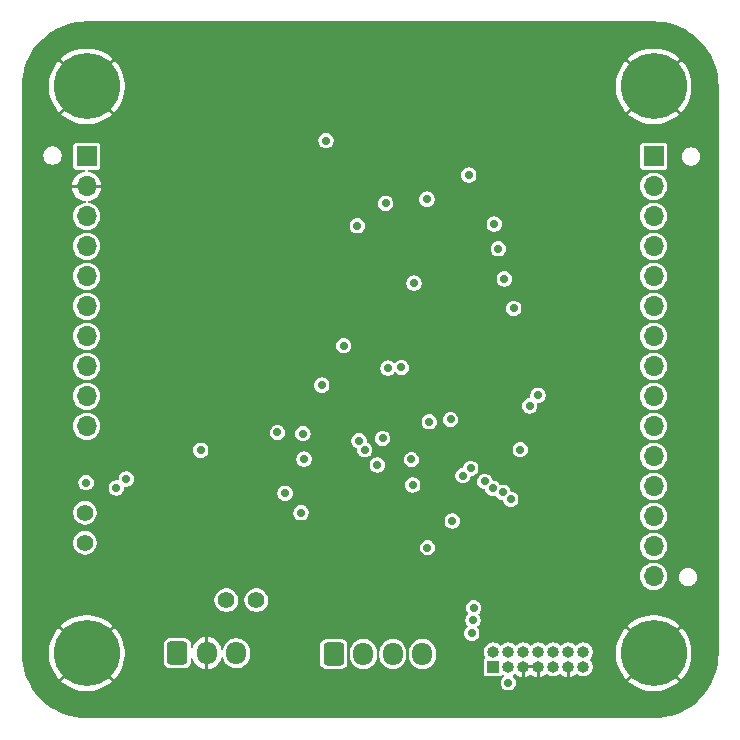
<source format=gbr>
%TF.GenerationSoftware,KiCad,Pcbnew,9.0.0*%
%TF.CreationDate,2025-02-22T18:12:42-05:00*%
%TF.ProjectId,SensorModuleBreakout,53656e73-6f72-44d6-9f64-756c65427265,rev?*%
%TF.SameCoordinates,Original*%
%TF.FileFunction,Copper,L2,Inr*%
%TF.FilePolarity,Positive*%
%FSLAX46Y46*%
G04 Gerber Fmt 4.6, Leading zero omitted, Abs format (unit mm)*
G04 Created by KiCad (PCBNEW 9.0.0) date 2025-02-22 18:12:42*
%MOMM*%
%LPD*%
G01*
G04 APERTURE LIST*
G04 Aperture macros list*
%AMRoundRect*
0 Rectangle with rounded corners*
0 $1 Rounding radius*
0 $2 $3 $4 $5 $6 $7 $8 $9 X,Y pos of 4 corners*
0 Add a 4 corners polygon primitive as box body*
4,1,4,$2,$3,$4,$5,$6,$7,$8,$9,$2,$3,0*
0 Add four circle primitives for the rounded corners*
1,1,$1+$1,$2,$3*
1,1,$1+$1,$4,$5*
1,1,$1+$1,$6,$7*
1,1,$1+$1,$8,$9*
0 Add four rect primitives between the rounded corners*
20,1,$1+$1,$2,$3,$4,$5,0*
20,1,$1+$1,$4,$5,$6,$7,0*
20,1,$1+$1,$6,$7,$8,$9,0*
20,1,$1+$1,$8,$9,$2,$3,0*%
G04 Aperture macros list end*
%TA.AperFunction,ComponentPad*%
%ADD10RoundRect,0.250000X-0.600000X-0.725000X0.600000X-0.725000X0.600000X0.725000X-0.600000X0.725000X0*%
%TD*%
%TA.AperFunction,ComponentPad*%
%ADD11O,1.700000X1.950000*%
%TD*%
%TA.AperFunction,ComponentPad*%
%ADD12C,5.600000*%
%TD*%
%TA.AperFunction,ComponentPad*%
%ADD13R,1.700000X1.700000*%
%TD*%
%TA.AperFunction,ComponentPad*%
%ADD14O,1.700000X1.700000*%
%TD*%
%TA.AperFunction,ComponentPad*%
%ADD15C,1.400000*%
%TD*%
%TA.AperFunction,ComponentPad*%
%ADD16R,1.000000X1.000000*%
%TD*%
%TA.AperFunction,ComponentPad*%
%ADD17O,1.000000X1.000000*%
%TD*%
%TA.AperFunction,ViaPad*%
%ADD18C,0.700000*%
%TD*%
G04 APERTURE END LIST*
D10*
%TO.N,CC_TX*%
%TO.C,J5*%
X126920000Y-104075000D03*
D11*
%TO.N,CC_RX*%
X129420000Y-104075000D03*
%TO.N,CC_WKE*%
X131920000Y-104075000D03*
%TO.N,CC_RDY*%
X134420000Y-104075000D03*
%TD*%
D12*
%TO.N,GND*%
%TO.C,H2*%
X154000000Y-56000000D03*
%TD*%
%TO.N,GND*%
%TO.C,H3*%
X106000000Y-104000000D03*
%TD*%
D13*
%TO.N,+3V3*%
%TO.C,J2*%
X106000000Y-61920000D03*
D14*
%TO.N,GND*%
X106000000Y-64460000D03*
%TO.N,PB4*%
X106000000Y-67000000D03*
%TO.N,PA15*%
X106000000Y-69540000D03*
%TO.N,PA12*%
X106000000Y-72080000D03*
%TO.N,PA11*%
X106000000Y-74620000D03*
%TO.N,PB8*%
X106000000Y-77160000D03*
%TO.N,PB9*%
X106000000Y-79700000D03*
%TO.N,PA8*%
X106000000Y-82240000D03*
%TO.N,PA1*%
X106000000Y-84780000D03*
%TD*%
D15*
%TO.N,Net-(JP2-A)*%
%TO.C,JP2*%
X120350000Y-99500000D03*
%TO.N,+3V3*%
X117810000Y-99500000D03*
%TD*%
D12*
%TO.N,GND*%
%TO.C,H4*%
X154000000Y-104000000D03*
%TD*%
%TO.N,GND*%
%TO.C,H1*%
X106000000Y-56000000D03*
%TD*%
D16*
%TO.N,unconnected-(J1-NC-Pad1)*%
%TO.C,STLink*%
X140430000Y-105150000D03*
D17*
%TO.N,unconnected-(J1-NC-Pad2)*%
X140430000Y-103880000D03*
%TO.N,+3V3*%
X141700000Y-105150000D03*
%TO.N,JTMS{slash}SWDIO*%
X141700000Y-103880000D03*
%TO.N,GND*%
X142970000Y-105150000D03*
%TO.N,JTCK_SWCLK*%
X142970000Y-103880000D03*
%TO.N,GND*%
X144240000Y-105150000D03*
%TO.N,JTDO{slash}SWO*%
X144240000Y-103880000D03*
%TO.N,unconnected-(J1-JRCLK{slash}NC-Pad9)*%
X145510000Y-105150000D03*
%TO.N,unconnected-(J1-JTDI{slash}NC-Pad10)*%
X145510000Y-103880000D03*
%TO.N,GND*%
X146780000Y-105150000D03*
%TO.N,NRST*%
X146780000Y-103880000D03*
%TO.N,VCP_RX*%
X148050000Y-105150000D03*
%TO.N,VCP_TX*%
X148050000Y-103880000D03*
%TD*%
D13*
%TO.N,SDA*%
%TO.C,J3*%
X154000000Y-61920000D03*
D14*
%TO.N,SCL*%
X154000000Y-64460000D03*
%TO.N,PB15*%
X154000000Y-67000000D03*
%TO.N,PB14*%
X154000000Y-69540000D03*
%TO.N,PB13*%
X154000000Y-72080000D03*
%TO.N,PB12*%
X154000000Y-74620000D03*
%TO.N,PB11*%
X154000000Y-77160000D03*
%TO.N,PB10*%
X154000000Y-79700000D03*
%TO.N,PB2*%
X154000000Y-82240000D03*
%TO.N,PB1*%
X154000000Y-84780000D03*
%TO.N,PB0*%
X154000000Y-87320000D03*
%TO.N,PA7*%
X154000000Y-89860000D03*
%TO.N,PA6*%
X154000000Y-92400000D03*
%TO.N,VCP_RX*%
X154000000Y-94940000D03*
%TO.N,VCP_TX*%
X154000000Y-97480000D03*
%TD*%
D10*
%TO.N,VBAT*%
%TO.C,J4*%
X113670000Y-104000000D03*
D11*
%TO.N,GND*%
X116170000Y-104000000D03*
%TO.N,+3V3*%
X118670000Y-104000000D03*
%TD*%
D15*
%TO.N,+3V3*%
%TO.C,JP1*%
X105850000Y-92100000D03*
%TO.N,/BOOT0*%
X105850000Y-94640000D03*
%TD*%
D18*
%TO.N,GND*%
X134800000Y-58950000D03*
X136950000Y-58900000D03*
X138350000Y-60650000D03*
%TO.N,+3V3*%
X138350000Y-63500000D03*
%TO.N,SCL*%
X134800000Y-65550000D03*
X133700000Y-72650000D03*
X128900000Y-67800000D03*
%TO.N,PB4*%
X127750000Y-77950000D03*
%TO.N,+3V3*%
X126250000Y-60600000D03*
%TO.N,GND*%
X127900000Y-60550000D03*
X117300000Y-95900000D03*
%TO.N,+3V3*%
X134850000Y-95050000D03*
X136800000Y-84200000D03*
X124300000Y-85400000D03*
X131300000Y-65900000D03*
X131500000Y-79850000D03*
X141700000Y-106500000D03*
X122800000Y-90450000D03*
X125900000Y-81300000D03*
X132650000Y-79800000D03*
%TO.N,GND*%
X130000000Y-62000000D03*
X137650000Y-86000000D03*
X133550000Y-95050000D03*
X129800000Y-65900000D03*
X125200000Y-83600000D03*
X146800000Y-106400000D03*
X123600000Y-60600000D03*
X122800000Y-87850000D03*
X135950000Y-94550000D03*
X117950000Y-94250000D03*
X130000000Y-59300000D03*
X127650000Y-62800000D03*
X132350000Y-61150000D03*
X107800000Y-92600000D03*
X129650000Y-81300000D03*
%TO.N,VCP_TX*%
X137850000Y-88950000D03*
X138700000Y-101200000D03*
%TO.N,JTDO{slash}SWO*%
X144200000Y-82150000D03*
%TO.N,JTCK_SWCLK*%
X143500000Y-83050000D03*
%TO.N,JTMS{slash}SWDIO*%
X142700000Y-86750000D03*
%TO.N,NRST*%
X138600000Y-102300000D03*
X136950000Y-92800000D03*
%TO.N,VCP_RX*%
X138513440Y-88341846D03*
X138750000Y-100150000D03*
%TO.N,PA15*%
X135000000Y-84400000D03*
%TO.N,PB15*%
X140500000Y-67650000D03*
X139700000Y-89450000D03*
%TO.N,PB13*%
X141221166Y-90369362D03*
X141350000Y-72300000D03*
%TO.N,PB14*%
X140850000Y-69750000D03*
X140387049Y-90031350D03*
%TO.N,PB12*%
X141905106Y-90954367D03*
X142150000Y-74800000D03*
%TO.N,PA8*%
X133600000Y-89750000D03*
X108500000Y-90000000D03*
%TO.N,PA12*%
X122150000Y-85300000D03*
X124400000Y-87550000D03*
X133490965Y-87590965D03*
%TO.N,PB9*%
X129050000Y-86000000D03*
%TO.N,PB8*%
X115650000Y-86800000D03*
X129533189Y-86759297D03*
%TO.N,PA1*%
X124150000Y-92100000D03*
X105950000Y-89550000D03*
%TO.N,PB4*%
X131050000Y-85800000D03*
%TO.N,/BOOT0*%
X130600000Y-88050000D03*
X109350000Y-89250000D03*
%TD*%
%TA.AperFunction,Conductor*%
%TO.N,GND*%
G36*
X143915000Y-105107213D02*
G01*
X143915000Y-105192787D01*
X143937030Y-105275000D01*
X143272970Y-105275000D01*
X143295000Y-105192787D01*
X143295000Y-105107213D01*
X143272970Y-105025000D01*
X143937030Y-105025000D01*
X143915000Y-105107213D01*
G37*
%TD.AperFunction*%
%TA.AperFunction,Conductor*%
G36*
X154001523Y-50500563D02*
G01*
X154451097Y-50519157D01*
X154457170Y-50519661D01*
X154902169Y-50575129D01*
X154908171Y-50576131D01*
X155347063Y-50668157D01*
X155352959Y-50669650D01*
X155782762Y-50797607D01*
X155788526Y-50799586D01*
X156117385Y-50927908D01*
X156206279Y-50962595D01*
X156211879Y-50965052D01*
X156614718Y-51161987D01*
X156620098Y-51164898D01*
X157005311Y-51394436D01*
X157010431Y-51397781D01*
X157080034Y-51447476D01*
X157375389Y-51658355D01*
X157380193Y-51662095D01*
X157492056Y-51756838D01*
X157722370Y-51951904D01*
X157726870Y-51956046D01*
X158043953Y-52273129D01*
X158048095Y-52277629D01*
X158337901Y-52619803D01*
X158341652Y-52624621D01*
X158602218Y-52989568D01*
X158605563Y-52994688D01*
X158835101Y-53379901D01*
X158838012Y-53385281D01*
X159034947Y-53788120D01*
X159037404Y-53793720D01*
X159200409Y-54211463D01*
X159202395Y-54217248D01*
X159330345Y-54647024D01*
X159331846Y-54652953D01*
X159423865Y-55091813D01*
X159424872Y-55097846D01*
X159480337Y-55542818D01*
X159480842Y-55548913D01*
X159499437Y-55998476D01*
X159499500Y-56001534D01*
X159499500Y-103998465D01*
X159499437Y-104001523D01*
X159480842Y-104451086D01*
X159480337Y-104457181D01*
X159424872Y-104902153D01*
X159423865Y-104908186D01*
X159331846Y-105347046D01*
X159330345Y-105352975D01*
X159202395Y-105782751D01*
X159200409Y-105788536D01*
X159037404Y-106206279D01*
X159034947Y-106211879D01*
X158838012Y-106614718D01*
X158835101Y-106620098D01*
X158605563Y-107005311D01*
X158602218Y-107010431D01*
X158341652Y-107375378D01*
X158337895Y-107380204D01*
X158048095Y-107722370D01*
X158043953Y-107726870D01*
X157726870Y-108043953D01*
X157722370Y-108048095D01*
X157380204Y-108337895D01*
X157375378Y-108341652D01*
X157010431Y-108602218D01*
X157005311Y-108605563D01*
X156620098Y-108835101D01*
X156614718Y-108838012D01*
X156211879Y-109034947D01*
X156206279Y-109037404D01*
X155788536Y-109200409D01*
X155782751Y-109202395D01*
X155352975Y-109330345D01*
X155347046Y-109331846D01*
X154908186Y-109423865D01*
X154902153Y-109424872D01*
X154457181Y-109480337D01*
X154451086Y-109480842D01*
X154001523Y-109499437D01*
X153998465Y-109499500D01*
X106001535Y-109499500D01*
X105998477Y-109499437D01*
X105548913Y-109480842D01*
X105542818Y-109480337D01*
X105097846Y-109424872D01*
X105091813Y-109423865D01*
X104652953Y-109331846D01*
X104647024Y-109330345D01*
X104217248Y-109202395D01*
X104211463Y-109200409D01*
X103793720Y-109037404D01*
X103788120Y-109034947D01*
X103385281Y-108838012D01*
X103379901Y-108835101D01*
X102994688Y-108605563D01*
X102989568Y-108602218D01*
X102806678Y-108471637D01*
X102624613Y-108341646D01*
X102619803Y-108337901D01*
X102277629Y-108048095D01*
X102273129Y-108043953D01*
X101956046Y-107726870D01*
X101951904Y-107722370D01*
X101730446Y-107460895D01*
X101662095Y-107380193D01*
X101658355Y-107375389D01*
X101397781Y-107010431D01*
X101394436Y-107005311D01*
X101164898Y-106620098D01*
X101161987Y-106614718D01*
X101074584Y-106435931D01*
X100965052Y-106211879D01*
X100962595Y-106206279D01*
X100880046Y-105994725D01*
X100799586Y-105788526D01*
X100797607Y-105782762D01*
X100669650Y-105352959D01*
X100668157Y-105347063D01*
X100576131Y-104908171D01*
X100575129Y-104902169D01*
X100519661Y-104457170D01*
X100519157Y-104451086D01*
X100518807Y-104442630D01*
X100500563Y-104001523D01*
X100500500Y-103998465D01*
X100500500Y-103820295D01*
X102800000Y-103820295D01*
X102800000Y-104179704D01*
X102840242Y-104536866D01*
X102920219Y-104887264D01*
X102920224Y-104887282D01*
X103038925Y-105226513D01*
X103194869Y-105550334D01*
X103386093Y-105854666D01*
X103610185Y-106135668D01*
X103648870Y-106174353D01*
X104780240Y-105042982D01*
X104957016Y-105219758D01*
X103825646Y-106351129D01*
X103864331Y-106389814D01*
X104145333Y-106613906D01*
X104449665Y-106805130D01*
X104773486Y-106961074D01*
X105112717Y-107079775D01*
X105112735Y-107079780D01*
X105463135Y-107159757D01*
X105463132Y-107159757D01*
X105820296Y-107200000D01*
X106179704Y-107200000D01*
X106536866Y-107159757D01*
X106887264Y-107079780D01*
X106887282Y-107079775D01*
X107226513Y-106961074D01*
X107550334Y-106805130D01*
X107854666Y-106613906D01*
X108135668Y-106389814D01*
X108174352Y-106351128D01*
X107042983Y-105219759D01*
X107219759Y-105042983D01*
X108351128Y-106174352D01*
X108389814Y-106135668D01*
X108613906Y-105854666D01*
X108805130Y-105550334D01*
X108961074Y-105226513D01*
X109079775Y-104887282D01*
X109079780Y-104887264D01*
X109106978Y-104768104D01*
X112519499Y-104768104D01*
X112527964Y-104838583D01*
X112530123Y-104856564D01*
X112542230Y-104887264D01*
X112585638Y-104997341D01*
X112670308Y-105108994D01*
X112677078Y-105117922D01*
X112797658Y-105209361D01*
X112938436Y-105264877D01*
X113009764Y-105273442D01*
X113026896Y-105275500D01*
X113026898Y-105275500D01*
X114313104Y-105275500D01*
X114328722Y-105273624D01*
X114401564Y-105264877D01*
X114542342Y-105209361D01*
X114662922Y-105117922D01*
X114754361Y-104997342D01*
X114809877Y-104856564D01*
X114820173Y-104770825D01*
X114820500Y-104768104D01*
X114820500Y-104483969D01*
X114842174Y-104431643D01*
X114894500Y-104409969D01*
X114946826Y-104431643D01*
X114964878Y-104461102D01*
X115011577Y-104604828D01*
X115011579Y-104604833D01*
X115100903Y-104780142D01*
X115216551Y-104939317D01*
X115355682Y-105078448D01*
X115514857Y-105194096D01*
X115690166Y-105283420D01*
X115690171Y-105283422D01*
X115877280Y-105344218D01*
X115877293Y-105344221D01*
X116044998Y-105370783D01*
X116045000Y-105370782D01*
X116045000Y-104458262D01*
X116107465Y-104475000D01*
X116232535Y-104475000D01*
X116295000Y-104458262D01*
X116295000Y-105370782D01*
X116295001Y-105370783D01*
X116462706Y-105344221D01*
X116462719Y-105344218D01*
X116649828Y-105283422D01*
X116649833Y-105283420D01*
X116825142Y-105194096D01*
X116984317Y-105078448D01*
X117123448Y-104939317D01*
X117239096Y-104780142D01*
X117328420Y-104604833D01*
X117328422Y-104604828D01*
X117389218Y-104417719D01*
X117389221Y-104417706D01*
X117397281Y-104366818D01*
X117426874Y-104318527D01*
X117481946Y-104305305D01*
X117530237Y-104334898D01*
X117543459Y-104366818D01*
X117547828Y-104394406D01*
X117547831Y-104394419D01*
X117603787Y-104566635D01*
X117603788Y-104566638D01*
X117603789Y-104566639D01*
X117661804Y-104680500D01*
X117686005Y-104727995D01*
X117686005Y-104727996D01*
X117730420Y-104789128D01*
X117792447Y-104874501D01*
X117920499Y-105002553D01*
X118067006Y-105108996D01*
X118228361Y-105191211D01*
X118228364Y-105191212D01*
X118228363Y-105191212D01*
X118400580Y-105247168D01*
X118400586Y-105247169D01*
X118400591Y-105247171D01*
X118512383Y-105264877D01*
X118579453Y-105275500D01*
X118579454Y-105275500D01*
X118760547Y-105275500D01*
X118819188Y-105266212D01*
X118939409Y-105247171D01*
X118939416Y-105247168D01*
X118939419Y-105247168D01*
X119055778Y-105209361D01*
X119111639Y-105191211D01*
X119272994Y-105108996D01*
X119419501Y-105002553D01*
X119547553Y-104874501D01*
X119570364Y-104843104D01*
X125769499Y-104843104D01*
X125778314Y-104916498D01*
X125780123Y-104931564D01*
X125787569Y-104950446D01*
X125835638Y-105072341D01*
X125926976Y-105192787D01*
X125927078Y-105192922D01*
X126047658Y-105284361D01*
X126188436Y-105339877D01*
X126259764Y-105348442D01*
X126276896Y-105350500D01*
X126276898Y-105350500D01*
X127563104Y-105350500D01*
X127578722Y-105348624D01*
X127651564Y-105339877D01*
X127792342Y-105284361D01*
X127912922Y-105192922D01*
X128004361Y-105072342D01*
X128059877Y-104931564D01*
X128070500Y-104843102D01*
X128070500Y-103859453D01*
X128269500Y-103859453D01*
X128269500Y-104290546D01*
X128297828Y-104469406D01*
X128297831Y-104469419D01*
X128353787Y-104641635D01*
X128353788Y-104641638D01*
X128353789Y-104641639D01*
X128436004Y-104802994D01*
X128542447Y-104949501D01*
X128670499Y-105077553D01*
X128817006Y-105183996D01*
X128978361Y-105266211D01*
X128978364Y-105266212D01*
X128978363Y-105266212D01*
X129150580Y-105322168D01*
X129150586Y-105322169D01*
X129150591Y-105322171D01*
X129262383Y-105339877D01*
X129329453Y-105350500D01*
X129329454Y-105350500D01*
X129510547Y-105350500D01*
X129577617Y-105339877D01*
X129689409Y-105322171D01*
X129689416Y-105322168D01*
X129689419Y-105322168D01*
X129808674Y-105283420D01*
X129861639Y-105266211D01*
X130022994Y-105183996D01*
X130169501Y-105077553D01*
X130297553Y-104949501D01*
X130403996Y-104802994D01*
X130486211Y-104641639D01*
X130539629Y-104477234D01*
X130542168Y-104469419D01*
X130542168Y-104469416D01*
X130542171Y-104469409D01*
X130570500Y-104290546D01*
X130570500Y-103859454D01*
X130570500Y-103859453D01*
X130769500Y-103859453D01*
X130769500Y-104290546D01*
X130797828Y-104469406D01*
X130797831Y-104469419D01*
X130853787Y-104641635D01*
X130853788Y-104641638D01*
X130853789Y-104641639D01*
X130936004Y-104802994D01*
X131042447Y-104949501D01*
X131170499Y-105077553D01*
X131317006Y-105183996D01*
X131478361Y-105266211D01*
X131478364Y-105266212D01*
X131478363Y-105266212D01*
X131650580Y-105322168D01*
X131650586Y-105322169D01*
X131650591Y-105322171D01*
X131762383Y-105339877D01*
X131829453Y-105350500D01*
X131829454Y-105350500D01*
X132010547Y-105350500D01*
X132077617Y-105339877D01*
X132189409Y-105322171D01*
X132189416Y-105322168D01*
X132189419Y-105322168D01*
X132308674Y-105283420D01*
X132361639Y-105266211D01*
X132522994Y-105183996D01*
X132669501Y-105077553D01*
X132797553Y-104949501D01*
X132903996Y-104802994D01*
X132986211Y-104641639D01*
X133039629Y-104477234D01*
X133042168Y-104469419D01*
X133042168Y-104469416D01*
X133042171Y-104469409D01*
X133070500Y-104290546D01*
X133070500Y-103859454D01*
X133070500Y-103859453D01*
X133269500Y-103859453D01*
X133269500Y-104290546D01*
X133297828Y-104469406D01*
X133297831Y-104469419D01*
X133353787Y-104641635D01*
X133353788Y-104641638D01*
X133353789Y-104641639D01*
X133436004Y-104802994D01*
X133542447Y-104949501D01*
X133670499Y-105077553D01*
X133817006Y-105183996D01*
X133978361Y-105266211D01*
X133978364Y-105266212D01*
X133978363Y-105266212D01*
X134150580Y-105322168D01*
X134150586Y-105322169D01*
X134150591Y-105322171D01*
X134262383Y-105339877D01*
X134329453Y-105350500D01*
X134329454Y-105350500D01*
X134510547Y-105350500D01*
X134577617Y-105339877D01*
X134689409Y-105322171D01*
X134689416Y-105322168D01*
X134689419Y-105322168D01*
X134808674Y-105283420D01*
X134861639Y-105266211D01*
X135022994Y-105183996D01*
X135169501Y-105077553D01*
X135297553Y-104949501D01*
X135403996Y-104802994D01*
X135486211Y-104641639D01*
X135539629Y-104477234D01*
X135542168Y-104469419D01*
X135542168Y-104469416D01*
X135542171Y-104469409D01*
X135570500Y-104290546D01*
X135570500Y-103859454D01*
X135561267Y-103801159D01*
X139629500Y-103801159D01*
X139629500Y-103958840D01*
X139660261Y-104113491D01*
X139660264Y-104113501D01*
X139720604Y-104259176D01*
X139757059Y-104313735D01*
X139768108Y-104369284D01*
X139747856Y-104407173D01*
X139677794Y-104477234D01*
X139632414Y-104580011D01*
X139629500Y-104605135D01*
X139629500Y-105694863D01*
X139632414Y-105719986D01*
X139632415Y-105719992D01*
X139662680Y-105788536D01*
X139677794Y-105822765D01*
X139757235Y-105902206D01*
X139860009Y-105947585D01*
X139885135Y-105950500D01*
X140974864Y-105950499D01*
X140999991Y-105947585D01*
X141102765Y-105902206D01*
X141172828Y-105832142D01*
X141192770Y-105823882D01*
X141210717Y-105811891D01*
X141218150Y-105813369D01*
X141225153Y-105810469D01*
X141266266Y-105822941D01*
X141312260Y-105853674D01*
X141343725Y-105900766D01*
X141332675Y-105956315D01*
X141312260Y-105976730D01*
X141285333Y-105994721D01*
X141285330Y-105994725D01*
X141194725Y-106085330D01*
X141194723Y-106085331D01*
X141123533Y-106191876D01*
X141074498Y-106310257D01*
X141074497Y-106310260D01*
X141049500Y-106435932D01*
X141049500Y-106564067D01*
X141074497Y-106689739D01*
X141074498Y-106689742D01*
X141122293Y-106805130D01*
X141123535Y-106808127D01*
X141194724Y-106914669D01*
X141285331Y-107005276D01*
X141391873Y-107076465D01*
X141510256Y-107125501D01*
X141510258Y-107125501D01*
X141510260Y-107125502D01*
X141552903Y-107133984D01*
X141635931Y-107150500D01*
X141635933Y-107150500D01*
X141764067Y-107150500D01*
X141764069Y-107150500D01*
X141889744Y-107125501D01*
X142008127Y-107076465D01*
X142114669Y-107005276D01*
X142205276Y-106914669D01*
X142276465Y-106808127D01*
X142325501Y-106689744D01*
X142350500Y-106564069D01*
X142350500Y-106435931D01*
X142325501Y-106310256D01*
X142276465Y-106191873D01*
X142205276Y-106085331D01*
X142114669Y-105994724D01*
X142087739Y-105976730D01*
X142056274Y-105929639D01*
X142067323Y-105874090D01*
X142087737Y-105853675D01*
X142210289Y-105771789D01*
X142212311Y-105769766D01*
X142264634Y-105748087D01*
X142316962Y-105769755D01*
X142396283Y-105849076D01*
X142543695Y-105947572D01*
X142543694Y-105947572D01*
X142707475Y-106015412D01*
X142707486Y-106015415D01*
X142844999Y-106042768D01*
X142845000Y-106042767D01*
X142845000Y-105452970D01*
X142927213Y-105475000D01*
X143012787Y-105475000D01*
X143095000Y-105452970D01*
X143095000Y-106042768D01*
X143232513Y-106015415D01*
X143232524Y-106015412D01*
X143396305Y-105947572D01*
X143543716Y-105849076D01*
X143543718Y-105849075D01*
X143552674Y-105840119D01*
X143605000Y-105818445D01*
X143657326Y-105840119D01*
X143666283Y-105849076D01*
X143813695Y-105947572D01*
X143813694Y-105947572D01*
X143977475Y-106015412D01*
X143977486Y-106015415D01*
X144114999Y-106042768D01*
X144115000Y-106042767D01*
X144115000Y-105452970D01*
X144197213Y-105475000D01*
X144282787Y-105475000D01*
X144365000Y-105452970D01*
X144365000Y-106042768D01*
X144502513Y-106015415D01*
X144502524Y-106015412D01*
X144666305Y-105947572D01*
X144813716Y-105849076D01*
X144893031Y-105769761D01*
X144945357Y-105748087D01*
X144997683Y-105769761D01*
X144999711Y-105771789D01*
X145130821Y-105859394D01*
X145130826Y-105859396D01*
X145130825Y-105859396D01*
X145234179Y-105902206D01*
X145276503Y-105919737D01*
X145431158Y-105950500D01*
X145431160Y-105950500D01*
X145588840Y-105950500D01*
X145588842Y-105950500D01*
X145743497Y-105919737D01*
X145889179Y-105859394D01*
X146020289Y-105771789D01*
X146022311Y-105769766D01*
X146074634Y-105748087D01*
X146126962Y-105769755D01*
X146206283Y-105849076D01*
X146353695Y-105947572D01*
X146353694Y-105947572D01*
X146517475Y-106015412D01*
X146517486Y-106015415D01*
X146654999Y-106042768D01*
X146655000Y-106042767D01*
X146655000Y-105452970D01*
X146737213Y-105475000D01*
X146822787Y-105475000D01*
X146905000Y-105452970D01*
X146905000Y-106042768D01*
X147042513Y-106015415D01*
X147042524Y-106015412D01*
X147206305Y-105947572D01*
X147353716Y-105849076D01*
X147433031Y-105769761D01*
X147485357Y-105748087D01*
X147537683Y-105769761D01*
X147539711Y-105771789D01*
X147670821Y-105859394D01*
X147670826Y-105859396D01*
X147670825Y-105859396D01*
X147774179Y-105902206D01*
X147816503Y-105919737D01*
X147971158Y-105950500D01*
X147971160Y-105950500D01*
X148128840Y-105950500D01*
X148128842Y-105950500D01*
X148283497Y-105919737D01*
X148429179Y-105859394D01*
X148560289Y-105771789D01*
X148671789Y-105660289D01*
X148759394Y-105529179D01*
X148819737Y-105383497D01*
X148850500Y-105228842D01*
X148850500Y-105071158D01*
X148819737Y-104916503D01*
X148807626Y-104887264D01*
X148759396Y-104770825D01*
X148759395Y-104770823D01*
X148759394Y-104770821D01*
X148671789Y-104639711D01*
X148599404Y-104567326D01*
X148577730Y-104515000D01*
X148599404Y-104462674D01*
X148671788Y-104390290D01*
X148671789Y-104390289D01*
X148759394Y-104259179D01*
X148819737Y-104113497D01*
X148850500Y-103958842D01*
X148850500Y-103820295D01*
X150800000Y-103820295D01*
X150800000Y-104179704D01*
X150840242Y-104536866D01*
X150920219Y-104887264D01*
X150920224Y-104887282D01*
X151038925Y-105226513D01*
X151194869Y-105550334D01*
X151386093Y-105854666D01*
X151610185Y-106135668D01*
X151648870Y-106174353D01*
X152780240Y-105042982D01*
X152957016Y-105219758D01*
X151825646Y-106351129D01*
X151864331Y-106389814D01*
X152145333Y-106613906D01*
X152449665Y-106805130D01*
X152773486Y-106961074D01*
X153112717Y-107079775D01*
X153112735Y-107079780D01*
X153463135Y-107159757D01*
X153463132Y-107159757D01*
X153820296Y-107200000D01*
X154179704Y-107200000D01*
X154536866Y-107159757D01*
X154887264Y-107079780D01*
X154887282Y-107079775D01*
X155226513Y-106961074D01*
X155550334Y-106805130D01*
X155854666Y-106613906D01*
X156135668Y-106389814D01*
X156174352Y-106351128D01*
X155042983Y-105219759D01*
X155219759Y-105042983D01*
X156351128Y-106174352D01*
X156389814Y-106135668D01*
X156613906Y-105854666D01*
X156805130Y-105550334D01*
X156961074Y-105226513D01*
X157079775Y-104887282D01*
X157079780Y-104887264D01*
X157159757Y-104536866D01*
X157200000Y-104179704D01*
X157200000Y-103820295D01*
X157159757Y-103463133D01*
X157079780Y-103112735D01*
X157079775Y-103112717D01*
X156961074Y-102773486D01*
X156805130Y-102449665D01*
X156613906Y-102145333D01*
X156389814Y-101864331D01*
X156351129Y-101825646D01*
X155219758Y-102957016D01*
X155042982Y-102780240D01*
X156174353Y-101648870D01*
X156135668Y-101610185D01*
X155854666Y-101386093D01*
X155550334Y-101194869D01*
X155226513Y-101038925D01*
X154887282Y-100920224D01*
X154887264Y-100920219D01*
X154536864Y-100840242D01*
X154536867Y-100840242D01*
X154179704Y-100800000D01*
X153820296Y-100800000D01*
X153463133Y-100840242D01*
X153112735Y-100920219D01*
X153112717Y-100920224D01*
X152773486Y-101038925D01*
X152449665Y-101194869D01*
X152145327Y-101386097D01*
X151864337Y-101610180D01*
X151825646Y-101648870D01*
X152957017Y-102780241D01*
X152780241Y-102957017D01*
X151648870Y-101825646D01*
X151610180Y-101864337D01*
X151386097Y-102145327D01*
X151194869Y-102449665D01*
X151038925Y-102773486D01*
X150920224Y-103112717D01*
X150920219Y-103112735D01*
X150840242Y-103463133D01*
X150800000Y-103820295D01*
X148850500Y-103820295D01*
X148850500Y-103801158D01*
X148819737Y-103646503D01*
X148765694Y-103516030D01*
X148759396Y-103500825D01*
X148759395Y-103500823D01*
X148759394Y-103500821D01*
X148671789Y-103369711D01*
X148560289Y-103258211D01*
X148429179Y-103170606D01*
X148429175Y-103170604D01*
X148429173Y-103170603D01*
X148429174Y-103170603D01*
X148283501Y-103110264D01*
X148283491Y-103110261D01*
X148179925Y-103089661D01*
X148128842Y-103079500D01*
X147971158Y-103079500D01*
X147927315Y-103088220D01*
X147816508Y-103110261D01*
X147816498Y-103110264D01*
X147670825Y-103170603D01*
X147539711Y-103258210D01*
X147539710Y-103258212D01*
X147467326Y-103330596D01*
X147415000Y-103352270D01*
X147362674Y-103330596D01*
X147290288Y-103258210D01*
X147232888Y-103219857D01*
X147159179Y-103170606D01*
X147159175Y-103170604D01*
X147159173Y-103170603D01*
X147159174Y-103170603D01*
X147013501Y-103110264D01*
X147013491Y-103110261D01*
X146909925Y-103089661D01*
X146858842Y-103079500D01*
X146701158Y-103079500D01*
X146657315Y-103088220D01*
X146546508Y-103110261D01*
X146546498Y-103110264D01*
X146400825Y-103170603D01*
X146269711Y-103258210D01*
X146269710Y-103258212D01*
X146197326Y-103330596D01*
X146145000Y-103352270D01*
X146092674Y-103330596D01*
X146020288Y-103258210D01*
X145962888Y-103219857D01*
X145889179Y-103170606D01*
X145889175Y-103170604D01*
X145889173Y-103170603D01*
X145889174Y-103170603D01*
X145743501Y-103110264D01*
X145743491Y-103110261D01*
X145639925Y-103089661D01*
X145588842Y-103079500D01*
X145431158Y-103079500D01*
X145387315Y-103088220D01*
X145276508Y-103110261D01*
X145276498Y-103110264D01*
X145130825Y-103170603D01*
X144999711Y-103258210D01*
X144999710Y-103258212D01*
X144927326Y-103330596D01*
X144875000Y-103352270D01*
X144822674Y-103330596D01*
X144750288Y-103258210D01*
X144692888Y-103219857D01*
X144619179Y-103170606D01*
X144619175Y-103170604D01*
X144619173Y-103170603D01*
X144619174Y-103170603D01*
X144473501Y-103110264D01*
X144473491Y-103110261D01*
X144369925Y-103089661D01*
X144318842Y-103079500D01*
X144161158Y-103079500D01*
X144117315Y-103088220D01*
X144006508Y-103110261D01*
X144006498Y-103110264D01*
X143860825Y-103170603D01*
X143729711Y-103258210D01*
X143729710Y-103258212D01*
X143657326Y-103330596D01*
X143605000Y-103352270D01*
X143552674Y-103330596D01*
X143480288Y-103258210D01*
X143422888Y-103219857D01*
X143349179Y-103170606D01*
X143349175Y-103170604D01*
X143349173Y-103170603D01*
X143349174Y-103170603D01*
X143203501Y-103110264D01*
X143203491Y-103110261D01*
X143099925Y-103089661D01*
X143048842Y-103079500D01*
X142891158Y-103079500D01*
X142847315Y-103088220D01*
X142736508Y-103110261D01*
X142736498Y-103110264D01*
X142590825Y-103170603D01*
X142459711Y-103258210D01*
X142459710Y-103258212D01*
X142387326Y-103330596D01*
X142335000Y-103352270D01*
X142282674Y-103330596D01*
X142210288Y-103258210D01*
X142152888Y-103219857D01*
X142079179Y-103170606D01*
X142079175Y-103170604D01*
X142079173Y-103170603D01*
X142079174Y-103170603D01*
X141933501Y-103110264D01*
X141933491Y-103110261D01*
X141829925Y-103089661D01*
X141778842Y-103079500D01*
X141621158Y-103079500D01*
X141577315Y-103088220D01*
X141466508Y-103110261D01*
X141466498Y-103110264D01*
X141320825Y-103170603D01*
X141189711Y-103258210D01*
X141189710Y-103258212D01*
X141117326Y-103330596D01*
X141065000Y-103352270D01*
X141012674Y-103330596D01*
X140940288Y-103258210D01*
X140882888Y-103219857D01*
X140809179Y-103170606D01*
X140809175Y-103170604D01*
X140809173Y-103170603D01*
X140809174Y-103170603D01*
X140663501Y-103110264D01*
X140663491Y-103110261D01*
X140559925Y-103089661D01*
X140508842Y-103079500D01*
X140351158Y-103079500D01*
X140307315Y-103088220D01*
X140196508Y-103110261D01*
X140196498Y-103110264D01*
X140050825Y-103170603D01*
X139919711Y-103258210D01*
X139919710Y-103258212D01*
X139808212Y-103369710D01*
X139808210Y-103369711D01*
X139720603Y-103500825D01*
X139660264Y-103646498D01*
X139660261Y-103646508D01*
X139629500Y-103801159D01*
X135561267Y-103801159D01*
X135542171Y-103680591D01*
X135542169Y-103680586D01*
X135542168Y-103680580D01*
X135486212Y-103508364D01*
X135486211Y-103508363D01*
X135486211Y-103508361D01*
X135403996Y-103347006D01*
X135297553Y-103200499D01*
X135169501Y-103072447D01*
X135066268Y-102997444D01*
X135022996Y-102966005D01*
X134861635Y-102883787D01*
X134861636Y-102883787D01*
X134689419Y-102827831D01*
X134689406Y-102827828D01*
X134510547Y-102799500D01*
X134510546Y-102799500D01*
X134329454Y-102799500D01*
X134329453Y-102799500D01*
X134150593Y-102827828D01*
X134150580Y-102827831D01*
X133978364Y-102883787D01*
X133817004Y-102966005D01*
X133817003Y-102966005D01*
X133686692Y-103060682D01*
X133670499Y-103072447D01*
X133542447Y-103200499D01*
X133542444Y-103200502D01*
X133542444Y-103200503D01*
X133436005Y-103347003D01*
X133436005Y-103347004D01*
X133353787Y-103508364D01*
X133297831Y-103680580D01*
X133297828Y-103680593D01*
X133269500Y-103859453D01*
X133070500Y-103859453D01*
X133042171Y-103680591D01*
X133042169Y-103680586D01*
X133042168Y-103680580D01*
X132986212Y-103508364D01*
X132986211Y-103508363D01*
X132986211Y-103508361D01*
X132903996Y-103347006D01*
X132797553Y-103200499D01*
X132669501Y-103072447D01*
X132566268Y-102997444D01*
X132522996Y-102966005D01*
X132361635Y-102883787D01*
X132361636Y-102883787D01*
X132189419Y-102827831D01*
X132189406Y-102827828D01*
X132010547Y-102799500D01*
X132010546Y-102799500D01*
X131829454Y-102799500D01*
X131829453Y-102799500D01*
X131650593Y-102827828D01*
X131650580Y-102827831D01*
X131478364Y-102883787D01*
X131317004Y-102966005D01*
X131317003Y-102966005D01*
X131186692Y-103060682D01*
X131170499Y-103072447D01*
X131042447Y-103200499D01*
X131042444Y-103200502D01*
X131042444Y-103200503D01*
X130936005Y-103347003D01*
X130936005Y-103347004D01*
X130853787Y-103508364D01*
X130797831Y-103680580D01*
X130797828Y-103680593D01*
X130769500Y-103859453D01*
X130570500Y-103859453D01*
X130542171Y-103680591D01*
X130542169Y-103680586D01*
X130542168Y-103680580D01*
X130486212Y-103508364D01*
X130486211Y-103508363D01*
X130486211Y-103508361D01*
X130403996Y-103347006D01*
X130297553Y-103200499D01*
X130169501Y-103072447D01*
X130066268Y-102997444D01*
X130022996Y-102966005D01*
X129861635Y-102883787D01*
X129861636Y-102883787D01*
X129689419Y-102827831D01*
X129689406Y-102827828D01*
X129510547Y-102799500D01*
X129510546Y-102799500D01*
X129329454Y-102799500D01*
X129329453Y-102799500D01*
X129150593Y-102827828D01*
X129150580Y-102827831D01*
X128978364Y-102883787D01*
X128817004Y-102966005D01*
X128817003Y-102966005D01*
X128686692Y-103060682D01*
X128670499Y-103072447D01*
X128542447Y-103200499D01*
X128542444Y-103200502D01*
X128542444Y-103200503D01*
X128436005Y-103347003D01*
X128436005Y-103347004D01*
X128353787Y-103508364D01*
X128297831Y-103680580D01*
X128297828Y-103680593D01*
X128269500Y-103859453D01*
X128070500Y-103859453D01*
X128070500Y-103306898D01*
X128059877Y-103218436D01*
X128004361Y-103077658D01*
X127912922Y-102957078D01*
X127816277Y-102883789D01*
X127792341Y-102865638D01*
X127696463Y-102827829D01*
X127651564Y-102810123D01*
X127622076Y-102806582D01*
X127563104Y-102799500D01*
X127563102Y-102799500D01*
X126276898Y-102799500D01*
X126276896Y-102799500D01*
X126188436Y-102810123D01*
X126047658Y-102865638D01*
X125927078Y-102957077D01*
X125927077Y-102957078D01*
X125835638Y-103077658D01*
X125780123Y-103218436D01*
X125773690Y-103272009D01*
X125769500Y-103306898D01*
X125769500Y-104843102D01*
X125769500Y-104843104D01*
X125769499Y-104843104D01*
X119570364Y-104843104D01*
X119653996Y-104727994D01*
X119736211Y-104566639D01*
X119769991Y-104462674D01*
X119792168Y-104394419D01*
X119792168Y-104394416D01*
X119792171Y-104394409D01*
X119820500Y-104215546D01*
X119820500Y-103784454D01*
X119792171Y-103605591D01*
X119792169Y-103605586D01*
X119792168Y-103605580D01*
X119736212Y-103433364D01*
X119736211Y-103433363D01*
X119736211Y-103433361D01*
X119653996Y-103272006D01*
X119547553Y-103125499D01*
X119419501Y-102997447D01*
X119315039Y-102921551D01*
X119272996Y-102891005D01*
X119111635Y-102808787D01*
X119111636Y-102808787D01*
X118939419Y-102752831D01*
X118939406Y-102752828D01*
X118760547Y-102724500D01*
X118760546Y-102724500D01*
X118579454Y-102724500D01*
X118579453Y-102724500D01*
X118400593Y-102752828D01*
X118400580Y-102752831D01*
X118228364Y-102808787D01*
X118067004Y-102891005D01*
X118067003Y-102891005D01*
X117963775Y-102966005D01*
X117920499Y-102997447D01*
X117792447Y-103125499D01*
X117792444Y-103125502D01*
X117792444Y-103125503D01*
X117686005Y-103272003D01*
X117686005Y-103272004D01*
X117603787Y-103433364D01*
X117547831Y-103605580D01*
X117547829Y-103605591D01*
X117543459Y-103633182D01*
X117513866Y-103681473D01*
X117458793Y-103694694D01*
X117410502Y-103665101D01*
X117397281Y-103633181D01*
X117389221Y-103582293D01*
X117389218Y-103582280D01*
X117328422Y-103395171D01*
X117328420Y-103395166D01*
X117239096Y-103219857D01*
X117123448Y-103060682D01*
X116984317Y-102921551D01*
X116825142Y-102805903D01*
X116649833Y-102716579D01*
X116649828Y-102716577D01*
X116462719Y-102655781D01*
X116462708Y-102655779D01*
X116295000Y-102629215D01*
X116295000Y-103541737D01*
X116232535Y-103525000D01*
X116107465Y-103525000D01*
X116045000Y-103541737D01*
X116045000Y-102629215D01*
X115877291Y-102655779D01*
X115877280Y-102655781D01*
X115690171Y-102716577D01*
X115690166Y-102716579D01*
X115514857Y-102805903D01*
X115355682Y-102921551D01*
X115216551Y-103060682D01*
X115100903Y-103219857D01*
X115011579Y-103395166D01*
X115011579Y-103395167D01*
X114964878Y-103538898D01*
X114928095Y-103581965D01*
X114871632Y-103586408D01*
X114828565Y-103549625D01*
X114820500Y-103516030D01*
X114820500Y-103231895D01*
X114816729Y-103200494D01*
X114809877Y-103143436D01*
X114754361Y-103002658D01*
X114662922Y-102882078D01*
X114655522Y-102876466D01*
X114542341Y-102790638D01*
X114446463Y-102752829D01*
X114401564Y-102735123D01*
X114372076Y-102731582D01*
X114313104Y-102724500D01*
X114313102Y-102724500D01*
X113026898Y-102724500D01*
X113026896Y-102724500D01*
X112938436Y-102735123D01*
X112797658Y-102790638D01*
X112677078Y-102882077D01*
X112677077Y-102882078D01*
X112585638Y-103002658D01*
X112530123Y-103143436D01*
X112521117Y-103218436D01*
X112519500Y-103231898D01*
X112519500Y-104768102D01*
X112519500Y-104768104D01*
X112519499Y-104768104D01*
X109106978Y-104768104D01*
X109159757Y-104536866D01*
X109200000Y-104179704D01*
X109200000Y-103820295D01*
X109159757Y-103463133D01*
X109110233Y-103246153D01*
X109079781Y-103112735D01*
X109079775Y-103112717D01*
X108961074Y-102773486D01*
X108805130Y-102449665D01*
X108693286Y-102271666D01*
X108670833Y-102235932D01*
X137949500Y-102235932D01*
X137949500Y-102364067D01*
X137974497Y-102489739D01*
X137974498Y-102489742D01*
X137974499Y-102489744D01*
X138023535Y-102608127D01*
X138094724Y-102714669D01*
X138185331Y-102805276D01*
X138291873Y-102876465D01*
X138410256Y-102925501D01*
X138410258Y-102925501D01*
X138410260Y-102925502D01*
X138452903Y-102933984D01*
X138535931Y-102950500D01*
X138535933Y-102950500D01*
X138664067Y-102950500D01*
X138664069Y-102950500D01*
X138789744Y-102925501D01*
X138908127Y-102876465D01*
X139014669Y-102805276D01*
X139105276Y-102714669D01*
X139176465Y-102608127D01*
X139225501Y-102489744D01*
X139250500Y-102364069D01*
X139250500Y-102235931D01*
X139238168Y-102173939D01*
X139225502Y-102110260D01*
X139225501Y-102110257D01*
X139176466Y-101991876D01*
X139176465Y-101991873D01*
X139105276Y-101885331D01*
X139064862Y-101844917D01*
X139043188Y-101792591D01*
X139064862Y-101740265D01*
X139076077Y-101731062D01*
X139087342Y-101723535D01*
X139114669Y-101705276D01*
X139205276Y-101614669D01*
X139276465Y-101508127D01*
X139325501Y-101389744D01*
X139350500Y-101264069D01*
X139350500Y-101135931D01*
X139325501Y-101010256D01*
X139276465Y-100891873D01*
X139205276Y-100785331D01*
X139172271Y-100752326D01*
X139150597Y-100700000D01*
X139172271Y-100647674D01*
X139255275Y-100564670D01*
X139255276Y-100564669D01*
X139326465Y-100458127D01*
X139375501Y-100339744D01*
X139400500Y-100214069D01*
X139400500Y-100085931D01*
X139375501Y-99960256D01*
X139326465Y-99841873D01*
X139255276Y-99735331D01*
X139164669Y-99644724D01*
X139058127Y-99573535D01*
X139058124Y-99573533D01*
X139058123Y-99573533D01*
X138939742Y-99524498D01*
X138939739Y-99524497D01*
X138849696Y-99506586D01*
X138814069Y-99499500D01*
X138685931Y-99499500D01*
X138654726Y-99505707D01*
X138560260Y-99524497D01*
X138560257Y-99524498D01*
X138441876Y-99573533D01*
X138335331Y-99644723D01*
X138335330Y-99644725D01*
X138244725Y-99735330D01*
X138244723Y-99735331D01*
X138173533Y-99841876D01*
X138124498Y-99960257D01*
X138124497Y-99960260D01*
X138099500Y-100085932D01*
X138099500Y-100214067D01*
X138124497Y-100339739D01*
X138124498Y-100339742D01*
X138143920Y-100386632D01*
X138173535Y-100458127D01*
X138176158Y-100462052D01*
X138244723Y-100564668D01*
X138277729Y-100597674D01*
X138299403Y-100650000D01*
X138277729Y-100702326D01*
X138194725Y-100785330D01*
X138194723Y-100785331D01*
X138123533Y-100891876D01*
X138074498Y-101010257D01*
X138074497Y-101010260D01*
X138049500Y-101135932D01*
X138049500Y-101264067D01*
X138074497Y-101389739D01*
X138074498Y-101389742D01*
X138074499Y-101389744D01*
X138123535Y-101508127D01*
X138169625Y-101577105D01*
X138194723Y-101614668D01*
X138235137Y-101655082D01*
X138256811Y-101707408D01*
X138235137Y-101759734D01*
X138223924Y-101768936D01*
X138185334Y-101794721D01*
X138094725Y-101885330D01*
X138094723Y-101885331D01*
X138023533Y-101991876D01*
X137974498Y-102110257D01*
X137974497Y-102110260D01*
X137949500Y-102235932D01*
X108670833Y-102235932D01*
X108613906Y-102145333D01*
X108389814Y-101864331D01*
X108351129Y-101825646D01*
X107219758Y-102957016D01*
X107042982Y-102780240D01*
X108174353Y-101648870D01*
X108135668Y-101610185D01*
X107854666Y-101386093D01*
X107550334Y-101194869D01*
X107226513Y-101038925D01*
X106887282Y-100920224D01*
X106887264Y-100920219D01*
X106536864Y-100840242D01*
X106536867Y-100840242D01*
X106179704Y-100800000D01*
X105820296Y-100800000D01*
X105463133Y-100840242D01*
X105112735Y-100920219D01*
X105112717Y-100920224D01*
X104773486Y-101038925D01*
X104449665Y-101194869D01*
X104145327Y-101386097D01*
X103864337Y-101610180D01*
X103825646Y-101648870D01*
X104957017Y-102780241D01*
X104780241Y-102957017D01*
X103648870Y-101825646D01*
X103610180Y-101864337D01*
X103386097Y-102145327D01*
X103194869Y-102449665D01*
X103038925Y-102773486D01*
X102920224Y-103112717D01*
X102920219Y-103112735D01*
X102840242Y-103463133D01*
X102800000Y-103820295D01*
X100500500Y-103820295D01*
X100500500Y-99401459D01*
X116809500Y-99401459D01*
X116809500Y-99598541D01*
X116818687Y-99644725D01*
X116847947Y-99791829D01*
X116847950Y-99791839D01*
X116923367Y-99973913D01*
X117032860Y-100137781D01*
X117172218Y-100277139D01*
X117336086Y-100386632D01*
X117508691Y-100458127D01*
X117518165Y-100462051D01*
X117711459Y-100500500D01*
X117711461Y-100500500D01*
X117908539Y-100500500D01*
X117908541Y-100500500D01*
X118101835Y-100462051D01*
X118283914Y-100386632D01*
X118447782Y-100277139D01*
X118587139Y-100137782D01*
X118696632Y-99973914D01*
X118772051Y-99791835D01*
X118810500Y-99598541D01*
X118810500Y-99401459D01*
X119349500Y-99401459D01*
X119349500Y-99598541D01*
X119358687Y-99644725D01*
X119387947Y-99791829D01*
X119387950Y-99791839D01*
X119463367Y-99973913D01*
X119572860Y-100137781D01*
X119712218Y-100277139D01*
X119876086Y-100386632D01*
X120048691Y-100458127D01*
X120058165Y-100462051D01*
X120251459Y-100500500D01*
X120251461Y-100500500D01*
X120448539Y-100500500D01*
X120448541Y-100500500D01*
X120641835Y-100462051D01*
X120823914Y-100386632D01*
X120987782Y-100277139D01*
X121127139Y-100137782D01*
X121236632Y-99973914D01*
X121312051Y-99791835D01*
X121350500Y-99598541D01*
X121350500Y-99401459D01*
X121312051Y-99208165D01*
X121236632Y-99026086D01*
X121127139Y-98862218D01*
X120987782Y-98722861D01*
X120823914Y-98613368D01*
X120823915Y-98613368D01*
X120823913Y-98613367D01*
X120641839Y-98537950D01*
X120641829Y-98537947D01*
X120512388Y-98512200D01*
X120448541Y-98499500D01*
X120251459Y-98499500D01*
X120196662Y-98510399D01*
X120058170Y-98537947D01*
X120058160Y-98537950D01*
X119876086Y-98613367D01*
X119712218Y-98722860D01*
X119712217Y-98722862D01*
X119572862Y-98862217D01*
X119572860Y-98862218D01*
X119463367Y-99026086D01*
X119387950Y-99208160D01*
X119387947Y-99208170D01*
X119355850Y-99369535D01*
X119349500Y-99401459D01*
X118810500Y-99401459D01*
X118772051Y-99208165D01*
X118696632Y-99026086D01*
X118587139Y-98862218D01*
X118447782Y-98722861D01*
X118283914Y-98613368D01*
X118283915Y-98613368D01*
X118283913Y-98613367D01*
X118101839Y-98537950D01*
X118101829Y-98537947D01*
X117972388Y-98512200D01*
X117908541Y-98499500D01*
X117711459Y-98499500D01*
X117656662Y-98510399D01*
X117518170Y-98537947D01*
X117518160Y-98537950D01*
X117336086Y-98613367D01*
X117172218Y-98722860D01*
X117172217Y-98722862D01*
X117032862Y-98862217D01*
X117032860Y-98862218D01*
X116923367Y-99026086D01*
X116847950Y-99208160D01*
X116847947Y-99208170D01*
X116815850Y-99369535D01*
X116809500Y-99401459D01*
X100500500Y-99401459D01*
X100500500Y-97389453D01*
X152849500Y-97389453D01*
X152849500Y-97570546D01*
X152877828Y-97749406D01*
X152877831Y-97749419D01*
X152933787Y-97921635D01*
X152933788Y-97921638D01*
X152933789Y-97921639D01*
X153016004Y-98082994D01*
X153122447Y-98229501D01*
X153250499Y-98357553D01*
X153397006Y-98463996D01*
X153558361Y-98546211D01*
X153558364Y-98546212D01*
X153558363Y-98546212D01*
X153730580Y-98602168D01*
X153730586Y-98602169D01*
X153730591Y-98602171D01*
X153849833Y-98621057D01*
X153909453Y-98630500D01*
X153909454Y-98630500D01*
X154090547Y-98630500D01*
X154135261Y-98623417D01*
X154269409Y-98602171D01*
X154269416Y-98602168D01*
X154269419Y-98602168D01*
X154347601Y-98576765D01*
X154441639Y-98546211D01*
X154602994Y-98463996D01*
X154749501Y-98357553D01*
X154877553Y-98229501D01*
X154983996Y-98082994D01*
X155066211Y-97921639D01*
X155096765Y-97827601D01*
X155122168Y-97749419D01*
X155122168Y-97749416D01*
X155122171Y-97749409D01*
X155150500Y-97570546D01*
X155150500Y-97473522D01*
X156123500Y-97473522D01*
X156123500Y-97626477D01*
X156153339Y-97776491D01*
X156153342Y-97776501D01*
X156211874Y-97917810D01*
X156214433Y-97921639D01*
X156296853Y-98044990D01*
X156405010Y-98153147D01*
X156532189Y-98238125D01*
X156673503Y-98296659D01*
X156823521Y-98326500D01*
X156823523Y-98326500D01*
X156976477Y-98326500D01*
X156976479Y-98326500D01*
X157126497Y-98296659D01*
X157267811Y-98238125D01*
X157394990Y-98153147D01*
X157503147Y-98044990D01*
X157588125Y-97917811D01*
X157646659Y-97776497D01*
X157676500Y-97626479D01*
X157676500Y-97473521D01*
X157646659Y-97323503D01*
X157588125Y-97182189D01*
X157503147Y-97055010D01*
X157394990Y-96946853D01*
X157290457Y-96877006D01*
X157267810Y-96861874D01*
X157126501Y-96803342D01*
X157126491Y-96803339D01*
X157026031Y-96783356D01*
X156976479Y-96773500D01*
X156823521Y-96773500D01*
X156780992Y-96781959D01*
X156673508Y-96803339D01*
X156673498Y-96803342D01*
X156532189Y-96861874D01*
X156405010Y-96946852D01*
X156405009Y-96946854D01*
X156296854Y-97055009D01*
X156296852Y-97055010D01*
X156211874Y-97182189D01*
X156153342Y-97323498D01*
X156153339Y-97323508D01*
X156123500Y-97473522D01*
X155150500Y-97473522D01*
X155150500Y-97389454D01*
X155122171Y-97210591D01*
X155122169Y-97210586D01*
X155122168Y-97210580D01*
X155066212Y-97038364D01*
X155066211Y-97038363D01*
X155066211Y-97038361D01*
X154983996Y-96877006D01*
X154877553Y-96730499D01*
X154749501Y-96602447D01*
X154664128Y-96540420D01*
X154602996Y-96496005D01*
X154441635Y-96413787D01*
X154441636Y-96413787D01*
X154269419Y-96357831D01*
X154269406Y-96357828D01*
X154090547Y-96329500D01*
X154090546Y-96329500D01*
X153909454Y-96329500D01*
X153909453Y-96329500D01*
X153730593Y-96357828D01*
X153730580Y-96357831D01*
X153558364Y-96413787D01*
X153397004Y-96496005D01*
X153397003Y-96496005D01*
X153250503Y-96602444D01*
X153250499Y-96602447D01*
X153122447Y-96730499D01*
X153122444Y-96730502D01*
X153122444Y-96730503D01*
X153016005Y-96877003D01*
X153016005Y-96877004D01*
X152933787Y-97038364D01*
X152877831Y-97210580D01*
X152877828Y-97210593D01*
X152849500Y-97389453D01*
X100500500Y-97389453D01*
X100500500Y-94541459D01*
X104849500Y-94541459D01*
X104849500Y-94738541D01*
X104862200Y-94802388D01*
X104887947Y-94931829D01*
X104887950Y-94931839D01*
X104963367Y-95113913D01*
X105072860Y-95277781D01*
X105212218Y-95417139D01*
X105376086Y-95526632D01*
X105415592Y-95542996D01*
X105558165Y-95602051D01*
X105751459Y-95640500D01*
X105751461Y-95640500D01*
X105948539Y-95640500D01*
X105948541Y-95640500D01*
X106141835Y-95602051D01*
X106323914Y-95526632D01*
X106487782Y-95417139D01*
X106627139Y-95277782D01*
X106736632Y-95113914D01*
X106789643Y-94985932D01*
X134199500Y-94985932D01*
X134199500Y-95114067D01*
X134224497Y-95239739D01*
X134224498Y-95239742D01*
X134224499Y-95239744D01*
X134273535Y-95358127D01*
X134344724Y-95464669D01*
X134435331Y-95555276D01*
X134541873Y-95626465D01*
X134660256Y-95675501D01*
X134660258Y-95675501D01*
X134660260Y-95675502D01*
X134702903Y-95683984D01*
X134785931Y-95700500D01*
X134785933Y-95700500D01*
X134914067Y-95700500D01*
X134914069Y-95700500D01*
X135039744Y-95675501D01*
X135158127Y-95626465D01*
X135264669Y-95555276D01*
X135355276Y-95464669D01*
X135426465Y-95358127D01*
X135475501Y-95239744D01*
X135500500Y-95114069D01*
X135500500Y-94985931D01*
X135475501Y-94860256D01*
X135471026Y-94849453D01*
X152849500Y-94849453D01*
X152849500Y-95030546D01*
X152877828Y-95209406D01*
X152877831Y-95209419D01*
X152933787Y-95381635D01*
X152933788Y-95381638D01*
X152933789Y-95381639D01*
X153007667Y-95526632D01*
X153016005Y-95542995D01*
X153016005Y-95542996D01*
X153024927Y-95555276D01*
X153122447Y-95689501D01*
X153250499Y-95817553D01*
X153397006Y-95923996D01*
X153558361Y-96006211D01*
X153558364Y-96006212D01*
X153558363Y-96006212D01*
X153730580Y-96062168D01*
X153730586Y-96062169D01*
X153730591Y-96062171D01*
X153849833Y-96081057D01*
X153909453Y-96090500D01*
X153909454Y-96090500D01*
X154090547Y-96090500D01*
X154135261Y-96083417D01*
X154269409Y-96062171D01*
X154269416Y-96062168D01*
X154269419Y-96062168D01*
X154347601Y-96036765D01*
X154441639Y-96006211D01*
X154602994Y-95923996D01*
X154749501Y-95817553D01*
X154877553Y-95689501D01*
X154983996Y-95542994D01*
X155066211Y-95381639D01*
X155112315Y-95239744D01*
X155122168Y-95209419D01*
X155122168Y-95209416D01*
X155122171Y-95209409D01*
X155150500Y-95030546D01*
X155150500Y-94849454D01*
X155122171Y-94670591D01*
X155122169Y-94670586D01*
X155122168Y-94670580D01*
X155066212Y-94498364D01*
X155066211Y-94498363D01*
X155066211Y-94498361D01*
X154983996Y-94337006D01*
X154877553Y-94190499D01*
X154749501Y-94062447D01*
X154664128Y-94000420D01*
X154602996Y-93956005D01*
X154441635Y-93873787D01*
X154441636Y-93873787D01*
X154269419Y-93817831D01*
X154269406Y-93817828D01*
X154090547Y-93789500D01*
X154090546Y-93789500D01*
X153909454Y-93789500D01*
X153909453Y-93789500D01*
X153730593Y-93817828D01*
X153730580Y-93817831D01*
X153558364Y-93873787D01*
X153397004Y-93956005D01*
X153397003Y-93956005D01*
X153250503Y-94062444D01*
X153250499Y-94062447D01*
X153122447Y-94190499D01*
X153122444Y-94190502D01*
X153122444Y-94190503D01*
X153016005Y-94337003D01*
X153016005Y-94337004D01*
X152933787Y-94498364D01*
X152877831Y-94670580D01*
X152877828Y-94670593D01*
X152849500Y-94849453D01*
X135471026Y-94849453D01*
X135426465Y-94741873D01*
X135355276Y-94635331D01*
X135264669Y-94544724D01*
X135259784Y-94541460D01*
X135195286Y-94498364D01*
X135158127Y-94473535D01*
X135158124Y-94473533D01*
X135158123Y-94473533D01*
X135039742Y-94424498D01*
X135039739Y-94424497D01*
X134949696Y-94406586D01*
X134914069Y-94399500D01*
X134785931Y-94399500D01*
X134754726Y-94405707D01*
X134660260Y-94424497D01*
X134660257Y-94424498D01*
X134541876Y-94473533D01*
X134435331Y-94544723D01*
X134435330Y-94544725D01*
X134344725Y-94635330D01*
X134344723Y-94635331D01*
X134273533Y-94741876D01*
X134224498Y-94860257D01*
X134224497Y-94860260D01*
X134199500Y-94985932D01*
X106789643Y-94985932D01*
X106812051Y-94931835D01*
X106850500Y-94738541D01*
X106850500Y-94541459D01*
X106812051Y-94348165D01*
X106736632Y-94166086D01*
X106627139Y-94002218D01*
X106487782Y-93862861D01*
X106420386Y-93817828D01*
X106323913Y-93753367D01*
X106141839Y-93677950D01*
X106141829Y-93677947D01*
X106012388Y-93652200D01*
X105948541Y-93639500D01*
X105751459Y-93639500D01*
X105696662Y-93650399D01*
X105558170Y-93677947D01*
X105558160Y-93677950D01*
X105376086Y-93753367D01*
X105212218Y-93862860D01*
X105212217Y-93862862D01*
X105072862Y-94002217D01*
X105072860Y-94002218D01*
X104963367Y-94166086D01*
X104887950Y-94348160D01*
X104887947Y-94348170D01*
X104872765Y-94424497D01*
X104849500Y-94541459D01*
X100500500Y-94541459D01*
X100500500Y-92001459D01*
X104849500Y-92001459D01*
X104849500Y-92198541D01*
X104854472Y-92223535D01*
X104887947Y-92391829D01*
X104887950Y-92391839D01*
X104963367Y-92573913D01*
X105072860Y-92737781D01*
X105212218Y-92877139D01*
X105376086Y-92986632D01*
X105415592Y-93002996D01*
X105558165Y-93062051D01*
X105751459Y-93100500D01*
X105751461Y-93100500D01*
X105948539Y-93100500D01*
X105948541Y-93100500D01*
X106141835Y-93062051D01*
X106323914Y-92986632D01*
X106487782Y-92877139D01*
X106627139Y-92737782D01*
X106736632Y-92573914D01*
X106812051Y-92391835D01*
X106850500Y-92198541D01*
X106850500Y-92035931D01*
X123499500Y-92035931D01*
X123499500Y-92164069D01*
X123501575Y-92174498D01*
X123524497Y-92289739D01*
X123524498Y-92289742D01*
X123566786Y-92391835D01*
X123573535Y-92408127D01*
X123621207Y-92479473D01*
X123628605Y-92490546D01*
X123644724Y-92514669D01*
X123735331Y-92605276D01*
X123841873Y-92676465D01*
X123960256Y-92725501D01*
X123960258Y-92725501D01*
X123960260Y-92725502D01*
X124002903Y-92733984D01*
X124085931Y-92750500D01*
X124085933Y-92750500D01*
X124214067Y-92750500D01*
X124214069Y-92750500D01*
X124287305Y-92735932D01*
X136299500Y-92735932D01*
X136299500Y-92864067D01*
X136324497Y-92989739D01*
X136324498Y-92989742D01*
X136370375Y-93100500D01*
X136373535Y-93108127D01*
X136444724Y-93214669D01*
X136535331Y-93305276D01*
X136641873Y-93376465D01*
X136760256Y-93425501D01*
X136760258Y-93425501D01*
X136760260Y-93425502D01*
X136802903Y-93433984D01*
X136885931Y-93450500D01*
X136885933Y-93450500D01*
X137014067Y-93450500D01*
X137014069Y-93450500D01*
X137139744Y-93425501D01*
X137258127Y-93376465D01*
X137364669Y-93305276D01*
X137455276Y-93214669D01*
X137526465Y-93108127D01*
X137575501Y-92989744D01*
X137600500Y-92864069D01*
X137600500Y-92735931D01*
X137575501Y-92610256D01*
X137526465Y-92491873D01*
X137455276Y-92385331D01*
X137379398Y-92309453D01*
X152849500Y-92309453D01*
X152849500Y-92490546D01*
X152877828Y-92669406D01*
X152877831Y-92669419D01*
X152933787Y-92841635D01*
X152933788Y-92841638D01*
X152933789Y-92841639D01*
X153016004Y-93002994D01*
X153122447Y-93149501D01*
X153250499Y-93277553D01*
X153397006Y-93383996D01*
X153558361Y-93466211D01*
X153558364Y-93466212D01*
X153558363Y-93466212D01*
X153730580Y-93522168D01*
X153730586Y-93522169D01*
X153730591Y-93522171D01*
X153849833Y-93541057D01*
X153909453Y-93550500D01*
X153909454Y-93550500D01*
X154090547Y-93550500D01*
X154135261Y-93543417D01*
X154269409Y-93522171D01*
X154269416Y-93522168D01*
X154269419Y-93522168D01*
X154347601Y-93496765D01*
X154441639Y-93466211D01*
X154602994Y-93383996D01*
X154749501Y-93277553D01*
X154877553Y-93149501D01*
X154983996Y-93002994D01*
X155066211Y-92841639D01*
X155119878Y-92676466D01*
X155122168Y-92669419D01*
X155122168Y-92669416D01*
X155122171Y-92669409D01*
X155150500Y-92490546D01*
X155150500Y-92309454D01*
X155147377Y-92289739D01*
X155136892Y-92223535D01*
X155122171Y-92130591D01*
X155122169Y-92130586D01*
X155122168Y-92130580D01*
X155066212Y-91958364D01*
X155066211Y-91958363D01*
X155066211Y-91958361D01*
X154983996Y-91797006D01*
X154877553Y-91650499D01*
X154749501Y-91522447D01*
X154649098Y-91449500D01*
X154602996Y-91416005D01*
X154441635Y-91333787D01*
X154441636Y-91333787D01*
X154269419Y-91277831D01*
X154269406Y-91277828D01*
X154090547Y-91249500D01*
X154090546Y-91249500D01*
X153909454Y-91249500D01*
X153909453Y-91249500D01*
X153730593Y-91277828D01*
X153730580Y-91277831D01*
X153558364Y-91333787D01*
X153397004Y-91416005D01*
X153397003Y-91416005D01*
X153250503Y-91522444D01*
X153250499Y-91522447D01*
X153122447Y-91650499D01*
X153122444Y-91650502D01*
X153122444Y-91650503D01*
X153016005Y-91797003D01*
X153016005Y-91797004D01*
X152933787Y-91958364D01*
X152877831Y-92130580D01*
X152877828Y-92130593D01*
X152849500Y-92309453D01*
X137379398Y-92309453D01*
X137364669Y-92294724D01*
X137357208Y-92289739D01*
X137329473Y-92271207D01*
X137258127Y-92223535D01*
X137258124Y-92223533D01*
X137258123Y-92223533D01*
X137139742Y-92174498D01*
X137139739Y-92174497D01*
X137049696Y-92156586D01*
X137014069Y-92149500D01*
X136885931Y-92149500D01*
X136854726Y-92155707D01*
X136760260Y-92174497D01*
X136760257Y-92174498D01*
X136641876Y-92223533D01*
X136535331Y-92294723D01*
X136535330Y-92294725D01*
X136444725Y-92385330D01*
X136444723Y-92385331D01*
X136373533Y-92491876D01*
X136324498Y-92610257D01*
X136324497Y-92610260D01*
X136299500Y-92735932D01*
X124287305Y-92735932D01*
X124339744Y-92725501D01*
X124458127Y-92676465D01*
X124564669Y-92605276D01*
X124655276Y-92514669D01*
X124726465Y-92408127D01*
X124775501Y-92289744D01*
X124800500Y-92164069D01*
X124800500Y-92035931D01*
X124775501Y-91910256D01*
X124726465Y-91791873D01*
X124655276Y-91685331D01*
X124564669Y-91594724D01*
X124542435Y-91579868D01*
X124529473Y-91571207D01*
X124458127Y-91523535D01*
X124458124Y-91523533D01*
X124458123Y-91523533D01*
X124339742Y-91474498D01*
X124339739Y-91474497D01*
X124249696Y-91456586D01*
X124214069Y-91449500D01*
X124085931Y-91449500D01*
X124054726Y-91455707D01*
X123960260Y-91474497D01*
X123960257Y-91474498D01*
X123841876Y-91523533D01*
X123735331Y-91594723D01*
X123735330Y-91594725D01*
X123644725Y-91685330D01*
X123644723Y-91685331D01*
X123573533Y-91791876D01*
X123524498Y-91910257D01*
X123524497Y-91910260D01*
X123514929Y-91958364D01*
X123499500Y-92035931D01*
X106850500Y-92035931D01*
X106850500Y-92001459D01*
X106812051Y-91808165D01*
X106736632Y-91626086D01*
X106627139Y-91462218D01*
X106487782Y-91322861D01*
X106420386Y-91277828D01*
X106323913Y-91213367D01*
X106141839Y-91137950D01*
X106141829Y-91137947D01*
X106012388Y-91112200D01*
X105948541Y-91099500D01*
X105751459Y-91099500D01*
X105696662Y-91110399D01*
X105558170Y-91137947D01*
X105558160Y-91137950D01*
X105376086Y-91213367D01*
X105212218Y-91322860D01*
X105212217Y-91322862D01*
X105072861Y-91462217D01*
X104963367Y-91626086D01*
X104887950Y-91808160D01*
X104887947Y-91808170D01*
X104858073Y-91958361D01*
X104849500Y-92001459D01*
X100500500Y-92001459D01*
X100500500Y-89485932D01*
X105299500Y-89485932D01*
X105299500Y-89614067D01*
X105324497Y-89739739D01*
X105324498Y-89739742D01*
X105360420Y-89826466D01*
X105373535Y-89858127D01*
X105385144Y-89875501D01*
X105431396Y-89944723D01*
X105444724Y-89964669D01*
X105535331Y-90055276D01*
X105641873Y-90126465D01*
X105760256Y-90175501D01*
X105760258Y-90175501D01*
X105760260Y-90175502D01*
X105780978Y-90179623D01*
X105885931Y-90200500D01*
X105885933Y-90200500D01*
X106014067Y-90200500D01*
X106014069Y-90200500D01*
X106139744Y-90175501D01*
X106258127Y-90126465D01*
X106364669Y-90055276D01*
X106455276Y-89964669D01*
X106474477Y-89935932D01*
X107849500Y-89935932D01*
X107849500Y-90064067D01*
X107874497Y-90189739D01*
X107874498Y-90189742D01*
X107920847Y-90301639D01*
X107923535Y-90308127D01*
X107970156Y-90377900D01*
X107985256Y-90400500D01*
X107994724Y-90414669D01*
X108085331Y-90505276D01*
X108191873Y-90576465D01*
X108310256Y-90625501D01*
X108310258Y-90625501D01*
X108310260Y-90625502D01*
X108352903Y-90633984D01*
X108435931Y-90650500D01*
X108435933Y-90650500D01*
X108564067Y-90650500D01*
X108564069Y-90650500D01*
X108689744Y-90625501D01*
X108808127Y-90576465D01*
X108914669Y-90505276D01*
X109005276Y-90414669D01*
X109024477Y-90385932D01*
X122149500Y-90385932D01*
X122149500Y-90514067D01*
X122174497Y-90639739D01*
X122174498Y-90639742D01*
X122215013Y-90737555D01*
X122223535Y-90758127D01*
X122294724Y-90864669D01*
X122385331Y-90955276D01*
X122491873Y-91026465D01*
X122610256Y-91075501D01*
X122610258Y-91075501D01*
X122610260Y-91075502D01*
X122652903Y-91083984D01*
X122735931Y-91100500D01*
X122735933Y-91100500D01*
X122864067Y-91100500D01*
X122864069Y-91100500D01*
X122989744Y-91075501D01*
X123108127Y-91026465D01*
X123214669Y-90955276D01*
X123305276Y-90864669D01*
X123376465Y-90758127D01*
X123425501Y-90639744D01*
X123450500Y-90514069D01*
X123450500Y-90385931D01*
X123425501Y-90260256D01*
X123376465Y-90141873D01*
X123305276Y-90035331D01*
X123214669Y-89944724D01*
X123207208Y-89939739D01*
X123179473Y-89921207D01*
X123108127Y-89873535D01*
X123108124Y-89873533D01*
X123108123Y-89873533D01*
X122989742Y-89824498D01*
X122989739Y-89824497D01*
X122899696Y-89806586D01*
X122864069Y-89799500D01*
X122735931Y-89799500D01*
X122704726Y-89805707D01*
X122610260Y-89824497D01*
X122610257Y-89824498D01*
X122491876Y-89873533D01*
X122385331Y-89944723D01*
X122385330Y-89944725D01*
X122294725Y-90035330D01*
X122294723Y-90035331D01*
X122223533Y-90141876D01*
X122174498Y-90260257D01*
X122174497Y-90260260D01*
X122149500Y-90385932D01*
X109024477Y-90385932D01*
X109076465Y-90308127D01*
X109125501Y-90189744D01*
X109150500Y-90064069D01*
X109150500Y-89963729D01*
X109172174Y-89911403D01*
X109224500Y-89889729D01*
X109238925Y-89891149D01*
X109285931Y-89900500D01*
X109285934Y-89900500D01*
X109414067Y-89900500D01*
X109414069Y-89900500D01*
X109539744Y-89875501D01*
X109658127Y-89826465D01*
X109764669Y-89755276D01*
X109834014Y-89685931D01*
X132949500Y-89685931D01*
X132949500Y-89814069D01*
X132951575Y-89824498D01*
X132974497Y-89939739D01*
X132974498Y-89939742D01*
X133022353Y-90055275D01*
X133023535Y-90058127D01*
X133094724Y-90164669D01*
X133185331Y-90255276D01*
X133291873Y-90326465D01*
X133410256Y-90375501D01*
X133410258Y-90375501D01*
X133410260Y-90375502D01*
X133422316Y-90377900D01*
X133535931Y-90400500D01*
X133535933Y-90400500D01*
X133664067Y-90400500D01*
X133664069Y-90400500D01*
X133789744Y-90375501D01*
X133908127Y-90326465D01*
X134014669Y-90255276D01*
X134105276Y-90164669D01*
X134176465Y-90058127D01*
X134225501Y-89939744D01*
X134250500Y-89814069D01*
X134250500Y-89685931D01*
X134225501Y-89560256D01*
X134176465Y-89441873D01*
X134105276Y-89335331D01*
X134014669Y-89244724D01*
X134010402Y-89241873D01*
X133926680Y-89185932D01*
X133908127Y-89173535D01*
X133908124Y-89173533D01*
X133908123Y-89173533D01*
X133789742Y-89124498D01*
X133789739Y-89124497D01*
X133699696Y-89106586D01*
X133664069Y-89099500D01*
X133535931Y-89099500D01*
X133504726Y-89105707D01*
X133410260Y-89124497D01*
X133410257Y-89124498D01*
X133291876Y-89173533D01*
X133185331Y-89244723D01*
X133185330Y-89244725D01*
X133094725Y-89335330D01*
X133094723Y-89335331D01*
X133023533Y-89441876D01*
X132974498Y-89560257D01*
X132974497Y-89560260D01*
X132958687Y-89639744D01*
X132949500Y-89685931D01*
X109834014Y-89685931D01*
X109855276Y-89664669D01*
X109926465Y-89558127D01*
X109975501Y-89439744D01*
X110000500Y-89314069D01*
X110000500Y-89185931D01*
X109975501Y-89060256D01*
X109926465Y-88941873D01*
X109889086Y-88885931D01*
X137199500Y-88885931D01*
X137199500Y-89014069D01*
X137205598Y-89044723D01*
X137224497Y-89139739D01*
X137224498Y-89139742D01*
X137273070Y-89257006D01*
X137273535Y-89258127D01*
X137292340Y-89286270D01*
X137341784Y-89360270D01*
X137344724Y-89364669D01*
X137435331Y-89455276D01*
X137541873Y-89526465D01*
X137660256Y-89575501D01*
X137660258Y-89575501D01*
X137660260Y-89575502D01*
X137702903Y-89583984D01*
X137785931Y-89600500D01*
X137785933Y-89600500D01*
X137914067Y-89600500D01*
X137914069Y-89600500D01*
X138039744Y-89575501D01*
X138158127Y-89526465D01*
X138264669Y-89455276D01*
X138334013Y-89385932D01*
X139049500Y-89385932D01*
X139049500Y-89514067D01*
X139074497Y-89639739D01*
X139074498Y-89639742D01*
X139122353Y-89755275D01*
X139123535Y-89758127D01*
X139158367Y-89810257D01*
X139194333Y-89864085D01*
X139194724Y-89864669D01*
X139285331Y-89955276D01*
X139391873Y-90026465D01*
X139510256Y-90075501D01*
X139510258Y-90075501D01*
X139510260Y-90075502D01*
X139552903Y-90083984D01*
X139635931Y-90100500D01*
X139676830Y-90100500D01*
X139729156Y-90122174D01*
X139749408Y-90160063D01*
X139761546Y-90221088D01*
X139761548Y-90221094D01*
X139806188Y-90328866D01*
X139810584Y-90339477D01*
X139881773Y-90446019D01*
X139972380Y-90536626D01*
X140078922Y-90607815D01*
X140197305Y-90656851D01*
X140197307Y-90656851D01*
X140197309Y-90656852D01*
X140239952Y-90665334D01*
X140322980Y-90681850D01*
X140322982Y-90681850D01*
X140451116Y-90681850D01*
X140451118Y-90681850D01*
X140576067Y-90656995D01*
X140631615Y-90668044D01*
X140652032Y-90688461D01*
X140702924Y-90764627D01*
X140715890Y-90784031D01*
X140806497Y-90874638D01*
X140913039Y-90945827D01*
X141031422Y-90994863D01*
X141031424Y-90994863D01*
X141031426Y-90994864D01*
X141074069Y-91003346D01*
X141157097Y-91019862D01*
X141194160Y-91019862D01*
X141246486Y-91041536D01*
X141266738Y-91079425D01*
X141279603Y-91144105D01*
X141279605Y-91144111D01*
X141323258Y-91249500D01*
X141328641Y-91262494D01*
X141399830Y-91369036D01*
X141490437Y-91459643D01*
X141596979Y-91530832D01*
X141715362Y-91579868D01*
X141715364Y-91579868D01*
X141715366Y-91579869D01*
X141758009Y-91588351D01*
X141841037Y-91604867D01*
X141841039Y-91604867D01*
X141969173Y-91604867D01*
X141969175Y-91604867D01*
X142094850Y-91579868D01*
X142213233Y-91530832D01*
X142319775Y-91459643D01*
X142410382Y-91369036D01*
X142481571Y-91262494D01*
X142530607Y-91144111D01*
X142555606Y-91018436D01*
X142555606Y-90890298D01*
X142534468Y-90784031D01*
X142530608Y-90764627D01*
X142530607Y-90764624D01*
X142527914Y-90758123D01*
X142481571Y-90646240D01*
X142410382Y-90539698D01*
X142319775Y-90449091D01*
X142315177Y-90446019D01*
X142247053Y-90400500D01*
X142213233Y-90377902D01*
X142213230Y-90377900D01*
X142213229Y-90377900D01*
X142094848Y-90328865D01*
X142094845Y-90328864D01*
X142004802Y-90310953D01*
X141969175Y-90303867D01*
X141969173Y-90303867D01*
X141932112Y-90303867D01*
X141879786Y-90282193D01*
X141859534Y-90244304D01*
X141846668Y-90179623D01*
X141846667Y-90179622D01*
X141846667Y-90179618D01*
X141797631Y-90061235D01*
X141726442Y-89954693D01*
X141635835Y-89864086D01*
X141529293Y-89792897D01*
X141529290Y-89792895D01*
X141529289Y-89792895D01*
X141472695Y-89769453D01*
X152849500Y-89769453D01*
X152849500Y-89950546D01*
X152877828Y-90129406D01*
X152877831Y-90129419D01*
X152933787Y-90301635D01*
X152933788Y-90301638D01*
X152933789Y-90301639D01*
X153007354Y-90446018D01*
X153016005Y-90462995D01*
X153016005Y-90462996D01*
X153053112Y-90514069D01*
X153122447Y-90609501D01*
X153250499Y-90737553D01*
X153397006Y-90843996D01*
X153558361Y-90926211D01*
X153558364Y-90926212D01*
X153558363Y-90926212D01*
X153730580Y-90982168D01*
X153730586Y-90982169D01*
X153730591Y-90982171D01*
X153810732Y-90994864D01*
X153909453Y-91010500D01*
X153909454Y-91010500D01*
X154090547Y-91010500D01*
X154135261Y-91003417D01*
X154269409Y-90982171D01*
X154269416Y-90982168D01*
X154269419Y-90982168D01*
X154381266Y-90945827D01*
X154441639Y-90926211D01*
X154602994Y-90843996D01*
X154749501Y-90737553D01*
X154877553Y-90609501D01*
X154983996Y-90462994D01*
X155066211Y-90301639D01*
X155112211Y-90160063D01*
X155122168Y-90129419D01*
X155122168Y-90129416D01*
X155122171Y-90129409D01*
X155150500Y-89950546D01*
X155150500Y-89769454D01*
X155148254Y-89755276D01*
X155133904Y-89664669D01*
X155122171Y-89590591D01*
X155122169Y-89590586D01*
X155122168Y-89590580D01*
X155066212Y-89418364D01*
X155066211Y-89418363D01*
X155066211Y-89418361D01*
X154983996Y-89257006D01*
X154973003Y-89241876D01*
X154923351Y-89173535D01*
X154877553Y-89110499D01*
X154749501Y-88982447D01*
X154616659Y-88885932D01*
X154602996Y-88876005D01*
X154441635Y-88793787D01*
X154441636Y-88793787D01*
X154269419Y-88737831D01*
X154269406Y-88737828D01*
X154090547Y-88709500D01*
X154090546Y-88709500D01*
X153909454Y-88709500D01*
X153909453Y-88709500D01*
X153730593Y-88737828D01*
X153730580Y-88737831D01*
X153558364Y-88793787D01*
X153397004Y-88876005D01*
X153397003Y-88876005D01*
X153271282Y-88967347D01*
X153250499Y-88982447D01*
X153122447Y-89110499D01*
X153122444Y-89110502D01*
X153122444Y-89110503D01*
X153016005Y-89257003D01*
X153016005Y-89257004D01*
X152933787Y-89418364D01*
X152877831Y-89590580D01*
X152877828Y-89590593D01*
X152849500Y-89769453D01*
X141472695Y-89769453D01*
X141410908Y-89743860D01*
X141410905Y-89743859D01*
X141320862Y-89725948D01*
X141285235Y-89718862D01*
X141157097Y-89718862D01*
X141106554Y-89728915D01*
X141032148Y-89743716D01*
X140976599Y-89732667D01*
X140956182Y-89712250D01*
X140924389Y-89664669D01*
X140892325Y-89616681D01*
X140801718Y-89526074D01*
X140695176Y-89454885D01*
X140695173Y-89454883D01*
X140695172Y-89454883D01*
X140576791Y-89405848D01*
X140576788Y-89405847D01*
X140476661Y-89385931D01*
X140451118Y-89380850D01*
X140451116Y-89380850D01*
X140410219Y-89380850D01*
X140357893Y-89359176D01*
X140337641Y-89321287D01*
X140325502Y-89260261D01*
X140325501Y-89260257D01*
X140325501Y-89260256D01*
X140276465Y-89141873D01*
X140205276Y-89035331D01*
X140114669Y-88944724D01*
X140110402Y-88941873D01*
X140026680Y-88885932D01*
X140008127Y-88873535D01*
X140008124Y-88873533D01*
X140008123Y-88873533D01*
X139889742Y-88824498D01*
X139889739Y-88824497D01*
X139799696Y-88806586D01*
X139764069Y-88799500D01*
X139635931Y-88799500D01*
X139604726Y-88805707D01*
X139510260Y-88824497D01*
X139510257Y-88824498D01*
X139391876Y-88873533D01*
X139285331Y-88944723D01*
X139285330Y-88944725D01*
X139194725Y-89035330D01*
X139194723Y-89035331D01*
X139123533Y-89141876D01*
X139074498Y-89260257D01*
X139074497Y-89260260D01*
X139049500Y-89385932D01*
X138334013Y-89385932D01*
X138355276Y-89364669D01*
X138426465Y-89258127D01*
X138475501Y-89139744D01*
X138492973Y-89051909D01*
X138524439Y-89004817D01*
X138565551Y-88992346D01*
X138577507Y-88992346D01*
X138577509Y-88992346D01*
X138703184Y-88967347D01*
X138821567Y-88918311D01*
X138928109Y-88847122D01*
X139018716Y-88756515D01*
X139089905Y-88649973D01*
X139138941Y-88531590D01*
X139163940Y-88405915D01*
X139163940Y-88277777D01*
X139143596Y-88175502D01*
X139138942Y-88152106D01*
X139138941Y-88152103D01*
X139128321Y-88126465D01*
X139089905Y-88033719D01*
X139018716Y-87927177D01*
X138928109Y-87836570D01*
X138821567Y-87765381D01*
X138821564Y-87765379D01*
X138821563Y-87765379D01*
X138703182Y-87716344D01*
X138703179Y-87716343D01*
X138613136Y-87698432D01*
X138577509Y-87691346D01*
X138449371Y-87691346D01*
X138418166Y-87697553D01*
X138323700Y-87716343D01*
X138323697Y-87716344D01*
X138205316Y-87765379D01*
X138098771Y-87836569D01*
X138098770Y-87836571D01*
X138008165Y-87927176D01*
X138008163Y-87927177D01*
X137936973Y-88033722D01*
X137887938Y-88152103D01*
X137887937Y-88152106D01*
X137870467Y-88239937D01*
X137839001Y-88287029D01*
X137797889Y-88299500D01*
X137785931Y-88299500D01*
X137763339Y-88303994D01*
X137660260Y-88324497D01*
X137660257Y-88324498D01*
X137541876Y-88373533D01*
X137435331Y-88444723D01*
X137435330Y-88444725D01*
X137344725Y-88535330D01*
X137344723Y-88535331D01*
X137273533Y-88641876D01*
X137224498Y-88760257D01*
X137224497Y-88760260D01*
X137209565Y-88835330D01*
X137199500Y-88885931D01*
X109889086Y-88885931D01*
X109855276Y-88835331D01*
X109764669Y-88744724D01*
X109754348Y-88737828D01*
X109698483Y-88700500D01*
X109658127Y-88673535D01*
X109658124Y-88673533D01*
X109658123Y-88673533D01*
X109539742Y-88624498D01*
X109539739Y-88624497D01*
X109449696Y-88606586D01*
X109414069Y-88599500D01*
X109285931Y-88599500D01*
X109254726Y-88605707D01*
X109160260Y-88624497D01*
X109160257Y-88624498D01*
X109041876Y-88673533D01*
X108935331Y-88744723D01*
X108935330Y-88744725D01*
X108844725Y-88835330D01*
X108844723Y-88835331D01*
X108773533Y-88941876D01*
X108724498Y-89060257D01*
X108724497Y-89060260D01*
X108699500Y-89185932D01*
X108699500Y-89286270D01*
X108677826Y-89338596D01*
X108625500Y-89360270D01*
X108611063Y-89358848D01*
X108564069Y-89349500D01*
X108435931Y-89349500D01*
X108404726Y-89355707D01*
X108310260Y-89374497D01*
X108310257Y-89374498D01*
X108191876Y-89423533D01*
X108085331Y-89494723D01*
X108085330Y-89494725D01*
X107994725Y-89585330D01*
X107994723Y-89585331D01*
X107923533Y-89691876D01*
X107874498Y-89810257D01*
X107874497Y-89810260D01*
X107849500Y-89935932D01*
X106474477Y-89935932D01*
X106526465Y-89858127D01*
X106575501Y-89739744D01*
X106600500Y-89614069D01*
X106600500Y-89485931D01*
X106584570Y-89405847D01*
X106575502Y-89360260D01*
X106575501Y-89360257D01*
X106575053Y-89359176D01*
X106526465Y-89241873D01*
X106455276Y-89135331D01*
X106364669Y-89044724D01*
X106350611Y-89035331D01*
X106318790Y-89014069D01*
X106258127Y-88973535D01*
X106258124Y-88973533D01*
X106258123Y-88973533D01*
X106139742Y-88924498D01*
X106139739Y-88924497D01*
X106049696Y-88906586D01*
X106014069Y-88899500D01*
X105885931Y-88899500D01*
X105854726Y-88905707D01*
X105760260Y-88924497D01*
X105760257Y-88924498D01*
X105641876Y-88973533D01*
X105535331Y-89044723D01*
X105535330Y-89044725D01*
X105444725Y-89135330D01*
X105444723Y-89135331D01*
X105373533Y-89241876D01*
X105324498Y-89360257D01*
X105324497Y-89360260D01*
X105299500Y-89485932D01*
X100500500Y-89485932D01*
X100500500Y-87485931D01*
X123749500Y-87485931D01*
X123749500Y-87614069D01*
X123756586Y-87649696D01*
X123774497Y-87739739D01*
X123774498Y-87739742D01*
X123814605Y-87836570D01*
X123823535Y-87858127D01*
X123894724Y-87964669D01*
X123985331Y-88055276D01*
X124091873Y-88126465D01*
X124210256Y-88175501D01*
X124210258Y-88175501D01*
X124210260Y-88175502D01*
X124252903Y-88183984D01*
X124335931Y-88200500D01*
X124335933Y-88200500D01*
X124464067Y-88200500D01*
X124464069Y-88200500D01*
X124589744Y-88175501D01*
X124708127Y-88126465D01*
X124814669Y-88055276D01*
X124884013Y-87985932D01*
X129949500Y-87985932D01*
X129949500Y-88114067D01*
X129974497Y-88239739D01*
X129974498Y-88239742D01*
X130009605Y-88324499D01*
X130023535Y-88358127D01*
X130042301Y-88386212D01*
X130081396Y-88444723D01*
X130094724Y-88464669D01*
X130185331Y-88555276D01*
X130291873Y-88626465D01*
X130410256Y-88675501D01*
X130410258Y-88675501D01*
X130410260Y-88675502D01*
X130452903Y-88683984D01*
X130535931Y-88700500D01*
X130535933Y-88700500D01*
X130664067Y-88700500D01*
X130664069Y-88700500D01*
X130789744Y-88675501D01*
X130908127Y-88626465D01*
X131014669Y-88555276D01*
X131105276Y-88464669D01*
X131176465Y-88358127D01*
X131225501Y-88239744D01*
X131250500Y-88114069D01*
X131250500Y-87985931D01*
X131225501Y-87860256D01*
X131176465Y-87741873D01*
X131105276Y-87635331D01*
X131014669Y-87544724D01*
X130987988Y-87526897D01*
X132840465Y-87526897D01*
X132840465Y-87655032D01*
X132865462Y-87780704D01*
X132865463Y-87780707D01*
X132898413Y-87860256D01*
X132914500Y-87899092D01*
X132933266Y-87927177D01*
X132972524Y-87985932D01*
X132985689Y-88005634D01*
X133076296Y-88096241D01*
X133182838Y-88167430D01*
X133301221Y-88216466D01*
X133301223Y-88216466D01*
X133301225Y-88216467D01*
X133343868Y-88224949D01*
X133426896Y-88241465D01*
X133426898Y-88241465D01*
X133555032Y-88241465D01*
X133555034Y-88241465D01*
X133680709Y-88216466D01*
X133799092Y-88167430D01*
X133905634Y-88096241D01*
X133996241Y-88005634D01*
X134067430Y-87899092D01*
X134116466Y-87780709D01*
X134141465Y-87655034D01*
X134141465Y-87526896D01*
X134129133Y-87464904D01*
X134116467Y-87401225D01*
X134116466Y-87401222D01*
X134109663Y-87384799D01*
X134067430Y-87282838D01*
X133996241Y-87176296D01*
X133905634Y-87085689D01*
X133878298Y-87067424D01*
X133870438Y-87062172D01*
X133799092Y-87014500D01*
X133799089Y-87014498D01*
X133799088Y-87014498D01*
X133680707Y-86965463D01*
X133680704Y-86965462D01*
X133590661Y-86947551D01*
X133555034Y-86940465D01*
X133426896Y-86940465D01*
X133395691Y-86946672D01*
X133301225Y-86965462D01*
X133301222Y-86965463D01*
X133182841Y-87014498D01*
X133076296Y-87085688D01*
X133076295Y-87085690D01*
X132985690Y-87176295D01*
X132985688Y-87176296D01*
X132914498Y-87282841D01*
X132865463Y-87401222D01*
X132865462Y-87401225D01*
X132840465Y-87526897D01*
X130987988Y-87526897D01*
X130987987Y-87526896D01*
X130926680Y-87485932D01*
X130908127Y-87473535D01*
X130908124Y-87473533D01*
X130908123Y-87473533D01*
X130789742Y-87424498D01*
X130789739Y-87424497D01*
X130699696Y-87406586D01*
X130664069Y-87399500D01*
X130535931Y-87399500D01*
X130504726Y-87405707D01*
X130410260Y-87424497D01*
X130410257Y-87424498D01*
X130291876Y-87473533D01*
X130185331Y-87544723D01*
X130185330Y-87544725D01*
X130094725Y-87635330D01*
X130094723Y-87635331D01*
X130023533Y-87741876D01*
X129974498Y-87860257D01*
X129974497Y-87860260D01*
X129949500Y-87985932D01*
X124884013Y-87985932D01*
X124905276Y-87964669D01*
X124976465Y-87858127D01*
X125025501Y-87739744D01*
X125050500Y-87614069D01*
X125050500Y-87485931D01*
X125035356Y-87409797D01*
X125025502Y-87360260D01*
X125025501Y-87360257D01*
X125015355Y-87335763D01*
X124976465Y-87241873D01*
X124905276Y-87135331D01*
X124814669Y-87044724D01*
X124708127Y-86973535D01*
X124708124Y-86973533D01*
X124708123Y-86973533D01*
X124589742Y-86924498D01*
X124589739Y-86924497D01*
X124499696Y-86906586D01*
X124464069Y-86899500D01*
X124335931Y-86899500D01*
X124304726Y-86905707D01*
X124210260Y-86924497D01*
X124210257Y-86924498D01*
X124091876Y-86973533D01*
X123985331Y-87044723D01*
X123985330Y-87044725D01*
X123894725Y-87135330D01*
X123894723Y-87135331D01*
X123823533Y-87241876D01*
X123774498Y-87360257D01*
X123774497Y-87360260D01*
X123761520Y-87425502D01*
X123749500Y-87485931D01*
X100500500Y-87485931D01*
X100500500Y-86735932D01*
X114999500Y-86735932D01*
X114999500Y-86864067D01*
X115024497Y-86989739D01*
X115024498Y-86989742D01*
X115056673Y-87067420D01*
X115073535Y-87108127D01*
X115144724Y-87214669D01*
X115235331Y-87305276D01*
X115341873Y-87376465D01*
X115460256Y-87425501D01*
X115460258Y-87425501D01*
X115460260Y-87425502D01*
X115502903Y-87433984D01*
X115585931Y-87450500D01*
X115585933Y-87450500D01*
X115714067Y-87450500D01*
X115714069Y-87450500D01*
X115839744Y-87425501D01*
X115958127Y-87376465D01*
X116064669Y-87305276D01*
X116155276Y-87214669D01*
X116226465Y-87108127D01*
X116275501Y-86989744D01*
X116300500Y-86864069D01*
X116300500Y-86735931D01*
X116288168Y-86673939D01*
X116275502Y-86610260D01*
X116275501Y-86610257D01*
X116259034Y-86570503D01*
X116226465Y-86491873D01*
X116155276Y-86385331D01*
X116064669Y-86294724D01*
X115958127Y-86223535D01*
X115958124Y-86223533D01*
X115958123Y-86223533D01*
X115839742Y-86174498D01*
X115839739Y-86174497D01*
X115749696Y-86156586D01*
X115714069Y-86149500D01*
X115585931Y-86149500D01*
X115554726Y-86155707D01*
X115460260Y-86174497D01*
X115460257Y-86174498D01*
X115341876Y-86223533D01*
X115235331Y-86294723D01*
X115235330Y-86294725D01*
X115144725Y-86385330D01*
X115144723Y-86385331D01*
X115073533Y-86491876D01*
X115024498Y-86610257D01*
X115024497Y-86610260D01*
X114999500Y-86735932D01*
X100500500Y-86735932D01*
X100500500Y-84689453D01*
X104849500Y-84689453D01*
X104849500Y-84870546D01*
X104877828Y-85049406D01*
X104877831Y-85049419D01*
X104933787Y-85221635D01*
X104933788Y-85221638D01*
X104933789Y-85221639D01*
X105011675Y-85374498D01*
X105016005Y-85382995D01*
X105016005Y-85382996D01*
X105060420Y-85444128D01*
X105122447Y-85529501D01*
X105250499Y-85657553D01*
X105397006Y-85763996D01*
X105558361Y-85846211D01*
X105558364Y-85846212D01*
X105558363Y-85846212D01*
X105730580Y-85902168D01*
X105730586Y-85902169D01*
X105730591Y-85902171D01*
X105849833Y-85921057D01*
X105909453Y-85930500D01*
X105909454Y-85930500D01*
X106090547Y-85930500D01*
X106135261Y-85923417D01*
X106269409Y-85902171D01*
X106269416Y-85902168D01*
X106269419Y-85902168D01*
X106348525Y-85876465D01*
X106441639Y-85846211D01*
X106602994Y-85763996D01*
X106749501Y-85657553D01*
X106877553Y-85529501D01*
X106983996Y-85382994D01*
X107058929Y-85235931D01*
X121499500Y-85235931D01*
X121499500Y-85364069D01*
X121506586Y-85399696D01*
X121524497Y-85489739D01*
X121524498Y-85489742D01*
X121565919Y-85589742D01*
X121573535Y-85608127D01*
X121644724Y-85714669D01*
X121735331Y-85805276D01*
X121841873Y-85876465D01*
X121960256Y-85925501D01*
X121960258Y-85925501D01*
X121960260Y-85925502D01*
X121985387Y-85930500D01*
X122085931Y-85950500D01*
X122085933Y-85950500D01*
X122214067Y-85950500D01*
X122214069Y-85950500D01*
X122339744Y-85925501D01*
X122458127Y-85876465D01*
X122564669Y-85805276D01*
X122655276Y-85714669D01*
X122726465Y-85608127D01*
X122775501Y-85489744D01*
X122800500Y-85364069D01*
X122800500Y-85335932D01*
X123649500Y-85335932D01*
X123649500Y-85464067D01*
X123674497Y-85589739D01*
X123674498Y-85589742D01*
X123716803Y-85691876D01*
X123723535Y-85708127D01*
X123794724Y-85814669D01*
X123885331Y-85905276D01*
X123991873Y-85976465D01*
X124110256Y-86025501D01*
X124110258Y-86025501D01*
X124110260Y-86025502D01*
X124152903Y-86033984D01*
X124235931Y-86050500D01*
X124235933Y-86050500D01*
X124364067Y-86050500D01*
X124364069Y-86050500D01*
X124489744Y-86025501D01*
X124608127Y-85976465D01*
X124668790Y-85935931D01*
X128399500Y-85935931D01*
X128399500Y-86064069D01*
X128406548Y-86099500D01*
X128424497Y-86189739D01*
X128424498Y-86189742D01*
X128472353Y-86305275D01*
X128473535Y-86308127D01*
X128544724Y-86414669D01*
X128635331Y-86505276D01*
X128741873Y-86576465D01*
X128741878Y-86576467D01*
X128741877Y-86576467D01*
X128801125Y-86601008D01*
X128837703Y-86616159D01*
X128877752Y-86656207D01*
X128883029Y-86691779D01*
X128882689Y-86695231D01*
X128882689Y-86823364D01*
X128907686Y-86949036D01*
X128907687Y-86949039D01*
X128949751Y-87050591D01*
X128956724Y-87067424D01*
X128968929Y-87085690D01*
X129021701Y-87164670D01*
X129027913Y-87173966D01*
X129118520Y-87264573D01*
X129225062Y-87335762D01*
X129343445Y-87384798D01*
X129343447Y-87384798D01*
X129343449Y-87384799D01*
X129386092Y-87393281D01*
X129469120Y-87409797D01*
X129469122Y-87409797D01*
X129597256Y-87409797D01*
X129597258Y-87409797D01*
X129722933Y-87384798D01*
X129841316Y-87335762D01*
X129947858Y-87264573D01*
X130038465Y-87173966D01*
X130109654Y-87067424D01*
X130158690Y-86949041D01*
X130183689Y-86823366D01*
X130183689Y-86695228D01*
X130181840Y-86685931D01*
X142049500Y-86685931D01*
X142049500Y-86814069D01*
X142056586Y-86849696D01*
X142074497Y-86939739D01*
X142074498Y-86939742D01*
X142117983Y-87044725D01*
X142123535Y-87058127D01*
X142194724Y-87164669D01*
X142285331Y-87255276D01*
X142391873Y-87326465D01*
X142510256Y-87375501D01*
X142510258Y-87375501D01*
X142510260Y-87375502D01*
X142552903Y-87383984D01*
X142635931Y-87400500D01*
X142635933Y-87400500D01*
X142764067Y-87400500D01*
X142764069Y-87400500D01*
X142889744Y-87375501D01*
X143008127Y-87326465D01*
X143114669Y-87255276D01*
X143140492Y-87229453D01*
X152849500Y-87229453D01*
X152849500Y-87410546D01*
X152877828Y-87589406D01*
X152877831Y-87589419D01*
X152933787Y-87761635D01*
X152933788Y-87761638D01*
X152933789Y-87761639D01*
X153003825Y-87899092D01*
X153016005Y-87922995D01*
X153016005Y-87922996D01*
X153046282Y-87964668D01*
X153122447Y-88069501D01*
X153250499Y-88197553D01*
X153397006Y-88303996D01*
X153558361Y-88386211D01*
X153558364Y-88386212D01*
X153558363Y-88386212D01*
X153730580Y-88442168D01*
X153730586Y-88442169D01*
X153730591Y-88442171D01*
X153849833Y-88461057D01*
X153909453Y-88470500D01*
X153909454Y-88470500D01*
X154090547Y-88470500D01*
X154135261Y-88463417D01*
X154269409Y-88442171D01*
X154269416Y-88442168D01*
X154269419Y-88442168D01*
X154381001Y-88405913D01*
X154441639Y-88386211D01*
X154602994Y-88303996D01*
X154749501Y-88197553D01*
X154877553Y-88069501D01*
X154983996Y-87922994D01*
X155066211Y-87761639D01*
X155096765Y-87667601D01*
X155122168Y-87589419D01*
X155122168Y-87589416D01*
X155122171Y-87589409D01*
X155150500Y-87410546D01*
X155150500Y-87229454D01*
X155148158Y-87214670D01*
X155124836Y-87067420D01*
X155122171Y-87050591D01*
X155122169Y-87050586D01*
X155122168Y-87050580D01*
X155066212Y-86878364D01*
X155066211Y-86878363D01*
X155066211Y-86878361D01*
X154983996Y-86717006D01*
X154877553Y-86570499D01*
X154749501Y-86442447D01*
X154664128Y-86380420D01*
X154602996Y-86336005D01*
X154441635Y-86253787D01*
X154441636Y-86253787D01*
X154269419Y-86197831D01*
X154269406Y-86197828D01*
X154090547Y-86169500D01*
X154090546Y-86169500D01*
X153909454Y-86169500D01*
X153909453Y-86169500D01*
X153730593Y-86197828D01*
X153730580Y-86197831D01*
X153558364Y-86253787D01*
X153397004Y-86336005D01*
X153397003Y-86336005D01*
X153288732Y-86414669D01*
X153250499Y-86442447D01*
X153122447Y-86570499D01*
X153122444Y-86570502D01*
X153122444Y-86570503D01*
X153016005Y-86717003D01*
X153016005Y-86717004D01*
X152933787Y-86878364D01*
X152877831Y-87050580D01*
X152877828Y-87050593D01*
X152849500Y-87229453D01*
X143140492Y-87229453D01*
X143205276Y-87164669D01*
X143276465Y-87058127D01*
X143325501Y-86939744D01*
X143350500Y-86814069D01*
X143350500Y-86685931D01*
X143327351Y-86569554D01*
X143325502Y-86560260D01*
X143325501Y-86560257D01*
X143297175Y-86491873D01*
X143276465Y-86441873D01*
X143205276Y-86335331D01*
X143114669Y-86244724D01*
X143008127Y-86173535D01*
X143008124Y-86173533D01*
X143008123Y-86173533D01*
X142889742Y-86124498D01*
X142889739Y-86124497D01*
X142799696Y-86106586D01*
X142764069Y-86099500D01*
X142635931Y-86099500D01*
X142604726Y-86105707D01*
X142510260Y-86124497D01*
X142510257Y-86124498D01*
X142391876Y-86173533D01*
X142285331Y-86244723D01*
X142285330Y-86244725D01*
X142194725Y-86335330D01*
X142194723Y-86335331D01*
X142123533Y-86441876D01*
X142074498Y-86560257D01*
X142074497Y-86560260D01*
X142060139Y-86632447D01*
X142049500Y-86685931D01*
X130181840Y-86685931D01*
X130166787Y-86610256D01*
X130158691Y-86569557D01*
X130158690Y-86569554D01*
X130154840Y-86560260D01*
X130109654Y-86451170D01*
X130038465Y-86344628D01*
X129947858Y-86254021D01*
X129841316Y-86182832D01*
X129841313Y-86182830D01*
X129841312Y-86182830D01*
X129745484Y-86143137D01*
X129705436Y-86103088D01*
X129700161Y-86067505D01*
X129700500Y-86064068D01*
X129700500Y-85935932D01*
X129699419Y-85930500D01*
X129675501Y-85810256D01*
X129673438Y-85805275D01*
X129654939Y-85760614D01*
X129644715Y-85735932D01*
X130399500Y-85735932D01*
X130399500Y-85864067D01*
X130424497Y-85989739D01*
X130424498Y-85989742D01*
X130471447Y-86103088D01*
X130473535Y-86108127D01*
X130544724Y-86214669D01*
X130635331Y-86305276D01*
X130741873Y-86376465D01*
X130860256Y-86425501D01*
X130860258Y-86425501D01*
X130860260Y-86425502D01*
X130902903Y-86433984D01*
X130985931Y-86450500D01*
X130985933Y-86450500D01*
X131114067Y-86450500D01*
X131114069Y-86450500D01*
X131239744Y-86425501D01*
X131358127Y-86376465D01*
X131464669Y-86305276D01*
X131555276Y-86214669D01*
X131626465Y-86108127D01*
X131675501Y-85989744D01*
X131700500Y-85864069D01*
X131700500Y-85735931D01*
X131675501Y-85610256D01*
X131626465Y-85491873D01*
X131555276Y-85385331D01*
X131464669Y-85294724D01*
X131358127Y-85223535D01*
X131358124Y-85223533D01*
X131358123Y-85223533D01*
X131239742Y-85174498D01*
X131239739Y-85174497D01*
X131149696Y-85156586D01*
X131114069Y-85149500D01*
X130985931Y-85149500D01*
X130954726Y-85155707D01*
X130860260Y-85174497D01*
X130860257Y-85174498D01*
X130741876Y-85223533D01*
X130635331Y-85294723D01*
X130635330Y-85294725D01*
X130544725Y-85385330D01*
X130544723Y-85385331D01*
X130473533Y-85491876D01*
X130424498Y-85610257D01*
X130424497Y-85610260D01*
X130399500Y-85735932D01*
X129644715Y-85735932D01*
X129626466Y-85691876D01*
X129626465Y-85691873D01*
X129555276Y-85585331D01*
X129464669Y-85494724D01*
X129460402Y-85491873D01*
X129418790Y-85464069D01*
X129358127Y-85423535D01*
X129358124Y-85423533D01*
X129358123Y-85423533D01*
X129239742Y-85374498D01*
X129239739Y-85374497D01*
X129149696Y-85356586D01*
X129114069Y-85349500D01*
X128985931Y-85349500D01*
X128954726Y-85355707D01*
X128860260Y-85374497D01*
X128860257Y-85374498D01*
X128741876Y-85423533D01*
X128635331Y-85494723D01*
X128635330Y-85494725D01*
X128544725Y-85585330D01*
X128544723Y-85585331D01*
X128473533Y-85691876D01*
X128424498Y-85810257D01*
X128424497Y-85810260D01*
X128406216Y-85902168D01*
X128399500Y-85935931D01*
X124668790Y-85935931D01*
X124714669Y-85905276D01*
X124805276Y-85814669D01*
X124876465Y-85708127D01*
X124925501Y-85589744D01*
X124950500Y-85464069D01*
X124950500Y-85335931D01*
X124938168Y-85273939D01*
X124925502Y-85210260D01*
X124925501Y-85210257D01*
X124925157Y-85209427D01*
X124876465Y-85091873D01*
X124805276Y-84985331D01*
X124714669Y-84894724D01*
X124700611Y-84885331D01*
X124648483Y-84850500D01*
X124608127Y-84823535D01*
X124608124Y-84823533D01*
X124608123Y-84823533D01*
X124489742Y-84774498D01*
X124489739Y-84774497D01*
X124399696Y-84756586D01*
X124364069Y-84749500D01*
X124235931Y-84749500D01*
X124204726Y-84755707D01*
X124110260Y-84774497D01*
X124110257Y-84774498D01*
X123991876Y-84823533D01*
X123885331Y-84894723D01*
X123885330Y-84894725D01*
X123794725Y-84985330D01*
X123794723Y-84985331D01*
X123723533Y-85091876D01*
X123674498Y-85210257D01*
X123674497Y-85210260D01*
X123649500Y-85335932D01*
X122800500Y-85335932D01*
X122800500Y-85235931D01*
X122775501Y-85110256D01*
X122726465Y-84991873D01*
X122655276Y-84885331D01*
X122564669Y-84794724D01*
X122537342Y-84776465D01*
X122496986Y-84749500D01*
X122458127Y-84723535D01*
X122458124Y-84723533D01*
X122458123Y-84723533D01*
X122339742Y-84674498D01*
X122339739Y-84674497D01*
X122249696Y-84656586D01*
X122214069Y-84649500D01*
X122085931Y-84649500D01*
X122054726Y-84655707D01*
X121960260Y-84674497D01*
X121960257Y-84674498D01*
X121841876Y-84723533D01*
X121735331Y-84794723D01*
X121735330Y-84794725D01*
X121644725Y-84885330D01*
X121644723Y-84885331D01*
X121573533Y-84991876D01*
X121524498Y-85110257D01*
X121524497Y-85110260D01*
X121504772Y-85209427D01*
X121499500Y-85235931D01*
X107058929Y-85235931D01*
X107066211Y-85221639D01*
X107081528Y-85174499D01*
X107122168Y-85049419D01*
X107122168Y-85049416D01*
X107122171Y-85049409D01*
X107150500Y-84870546D01*
X107150500Y-84689454D01*
X107122171Y-84510591D01*
X107122169Y-84510586D01*
X107122168Y-84510580D01*
X107071671Y-84355163D01*
X107066211Y-84338362D01*
X107066211Y-84338361D01*
X107064973Y-84335932D01*
X134349500Y-84335932D01*
X134349500Y-84464067D01*
X134374497Y-84589739D01*
X134374498Y-84589742D01*
X134422353Y-84705275D01*
X134423535Y-84708127D01*
X134451180Y-84749500D01*
X134481396Y-84794723D01*
X134494724Y-84814669D01*
X134585331Y-84905276D01*
X134691873Y-84976465D01*
X134810256Y-85025501D01*
X134810258Y-85025501D01*
X134810260Y-85025502D01*
X134852903Y-85033984D01*
X134935931Y-85050500D01*
X134935933Y-85050500D01*
X135064067Y-85050500D01*
X135064069Y-85050500D01*
X135189744Y-85025501D01*
X135308127Y-84976465D01*
X135414669Y-84905276D01*
X135505276Y-84814669D01*
X135576465Y-84708127D01*
X135625501Y-84589744D01*
X135650500Y-84464069D01*
X135650500Y-84335931D01*
X135625501Y-84210256D01*
X135625500Y-84210253D01*
X135604939Y-84160614D01*
X135594715Y-84135932D01*
X136149500Y-84135932D01*
X136149500Y-84264067D01*
X136174497Y-84389739D01*
X136174498Y-84389742D01*
X136205285Y-84464069D01*
X136223535Y-84508127D01*
X136294724Y-84614669D01*
X136385331Y-84705276D01*
X136491873Y-84776465D01*
X136610256Y-84825501D01*
X136610258Y-84825501D01*
X136610260Y-84825502D01*
X136652903Y-84833984D01*
X136735931Y-84850500D01*
X136735933Y-84850500D01*
X136864067Y-84850500D01*
X136864069Y-84850500D01*
X136989744Y-84825501D01*
X137108127Y-84776465D01*
X137214669Y-84705276D01*
X137230492Y-84689453D01*
X152849500Y-84689453D01*
X152849500Y-84870546D01*
X152877828Y-85049406D01*
X152877831Y-85049419D01*
X152933787Y-85221635D01*
X152933788Y-85221638D01*
X152933789Y-85221639D01*
X153011675Y-85374498D01*
X153016005Y-85382995D01*
X153016005Y-85382996D01*
X153060420Y-85444128D01*
X153122447Y-85529501D01*
X153250499Y-85657553D01*
X153397006Y-85763996D01*
X153558361Y-85846211D01*
X153558364Y-85846212D01*
X153558363Y-85846212D01*
X153730580Y-85902168D01*
X153730586Y-85902169D01*
X153730591Y-85902171D01*
X153849833Y-85921057D01*
X153909453Y-85930500D01*
X153909454Y-85930500D01*
X154090547Y-85930500D01*
X154135261Y-85923417D01*
X154269409Y-85902171D01*
X154269416Y-85902168D01*
X154269419Y-85902168D01*
X154348525Y-85876465D01*
X154441639Y-85846211D01*
X154602994Y-85763996D01*
X154749501Y-85657553D01*
X154877553Y-85529501D01*
X154983996Y-85382994D01*
X155066211Y-85221639D01*
X155122171Y-85049409D01*
X155150500Y-84870546D01*
X155150500Y-84689454D01*
X155122171Y-84510591D01*
X155122169Y-84510586D01*
X155122168Y-84510580D01*
X155066212Y-84338364D01*
X155066211Y-84338362D01*
X155066211Y-84338361D01*
X154983996Y-84177006D01*
X154877553Y-84030499D01*
X154749501Y-83902447D01*
X154664128Y-83840420D01*
X154602996Y-83796005D01*
X154441635Y-83713787D01*
X154441636Y-83713787D01*
X154269419Y-83657831D01*
X154269406Y-83657828D01*
X154090547Y-83629500D01*
X154090546Y-83629500D01*
X153909454Y-83629500D01*
X153909453Y-83629500D01*
X153730593Y-83657828D01*
X153730580Y-83657831D01*
X153558364Y-83713787D01*
X153397004Y-83796005D01*
X153397003Y-83796005D01*
X153265053Y-83891873D01*
X153250499Y-83902447D01*
X153122447Y-84030499D01*
X153122444Y-84030502D01*
X153122444Y-84030503D01*
X153016005Y-84177003D01*
X153016005Y-84177004D01*
X152933787Y-84338364D01*
X152877831Y-84510580D01*
X152877828Y-84510593D01*
X152849500Y-84689453D01*
X137230492Y-84689453D01*
X137305276Y-84614669D01*
X137376465Y-84508127D01*
X137425501Y-84389744D01*
X137450500Y-84264069D01*
X137450500Y-84135931D01*
X137438168Y-84073939D01*
X137425502Y-84010260D01*
X137425501Y-84010257D01*
X137415176Y-83985331D01*
X137376465Y-83891873D01*
X137305276Y-83785331D01*
X137214669Y-83694724D01*
X137108127Y-83623535D01*
X137108124Y-83623533D01*
X137108123Y-83623533D01*
X136989742Y-83574498D01*
X136989739Y-83574497D01*
X136893101Y-83555275D01*
X136864069Y-83549500D01*
X136735931Y-83549500D01*
X136706899Y-83555275D01*
X136610260Y-83574497D01*
X136610257Y-83574498D01*
X136491876Y-83623533D01*
X136385331Y-83694723D01*
X136385330Y-83694725D01*
X136294725Y-83785330D01*
X136294723Y-83785331D01*
X136223533Y-83891876D01*
X136174498Y-84010257D01*
X136174497Y-84010260D01*
X136149500Y-84135932D01*
X135594715Y-84135932D01*
X135576466Y-84091876D01*
X135576465Y-84091873D01*
X135505276Y-83985331D01*
X135414669Y-83894724D01*
X135410402Y-83891873D01*
X135379473Y-83871207D01*
X135308127Y-83823535D01*
X135308124Y-83823533D01*
X135308123Y-83823533D01*
X135189742Y-83774498D01*
X135189739Y-83774497D01*
X135099696Y-83756586D01*
X135064069Y-83749500D01*
X134935931Y-83749500D01*
X134904726Y-83755707D01*
X134810260Y-83774497D01*
X134810257Y-83774498D01*
X134691876Y-83823533D01*
X134585331Y-83894723D01*
X134585330Y-83894725D01*
X134494725Y-83985330D01*
X134494723Y-83985331D01*
X134423533Y-84091876D01*
X134374498Y-84210257D01*
X134374497Y-84210260D01*
X134349500Y-84335932D01*
X107064973Y-84335932D01*
X106983996Y-84177006D01*
X106877553Y-84030499D01*
X106749501Y-83902447D01*
X106664128Y-83840420D01*
X106602996Y-83796005D01*
X106441635Y-83713787D01*
X106441636Y-83713787D01*
X106269419Y-83657831D01*
X106269406Y-83657828D01*
X106090547Y-83629500D01*
X106090546Y-83629500D01*
X105909454Y-83629500D01*
X105909453Y-83629500D01*
X105730593Y-83657828D01*
X105730580Y-83657831D01*
X105558364Y-83713787D01*
X105397004Y-83796005D01*
X105397003Y-83796005D01*
X105265053Y-83891873D01*
X105250499Y-83902447D01*
X105122447Y-84030499D01*
X105122444Y-84030502D01*
X105122444Y-84030503D01*
X105016005Y-84177003D01*
X105016005Y-84177004D01*
X104933787Y-84338364D01*
X104877831Y-84510580D01*
X104877828Y-84510593D01*
X104849500Y-84689453D01*
X100500500Y-84689453D01*
X100500500Y-82149453D01*
X104849500Y-82149453D01*
X104849500Y-82330546D01*
X104877828Y-82509406D01*
X104877831Y-82509419D01*
X104933787Y-82681635D01*
X104933788Y-82681638D01*
X104933789Y-82681639D01*
X105011109Y-82833388D01*
X105016005Y-82842995D01*
X105016005Y-82842996D01*
X105028546Y-82860257D01*
X105122447Y-82989501D01*
X105250499Y-83117553D01*
X105397006Y-83223996D01*
X105558361Y-83306211D01*
X105558364Y-83306212D01*
X105558363Y-83306212D01*
X105730580Y-83362168D01*
X105730586Y-83362169D01*
X105730591Y-83362171D01*
X105849833Y-83381057D01*
X105909453Y-83390500D01*
X105909454Y-83390500D01*
X106090547Y-83390500D01*
X106135261Y-83383417D01*
X106269409Y-83362171D01*
X106269416Y-83362168D01*
X106269419Y-83362168D01*
X106347601Y-83336765D01*
X106441639Y-83306211D01*
X106602994Y-83223996D01*
X106749501Y-83117553D01*
X106877553Y-82989501D01*
X106880147Y-82985931D01*
X142849500Y-82985931D01*
X142849500Y-83114069D01*
X142856586Y-83149696D01*
X142874497Y-83239739D01*
X142874498Y-83239742D01*
X142902030Y-83306211D01*
X142923535Y-83358127D01*
X142994724Y-83464669D01*
X143085331Y-83555276D01*
X143191873Y-83626465D01*
X143310256Y-83675501D01*
X143310258Y-83675501D01*
X143310260Y-83675502D01*
X143352903Y-83683984D01*
X143435931Y-83700500D01*
X143435933Y-83700500D01*
X143564067Y-83700500D01*
X143564069Y-83700500D01*
X143689744Y-83675501D01*
X143808127Y-83626465D01*
X143914669Y-83555276D01*
X144005276Y-83464669D01*
X144076465Y-83358127D01*
X144125501Y-83239744D01*
X144150500Y-83114069D01*
X144150500Y-82985931D01*
X144131206Y-82888936D01*
X144142255Y-82833388D01*
X144189347Y-82801922D01*
X144203784Y-82800500D01*
X144264067Y-82800500D01*
X144264069Y-82800500D01*
X144389744Y-82775501D01*
X144508127Y-82726465D01*
X144614669Y-82655276D01*
X144705276Y-82564669D01*
X144776465Y-82458127D01*
X144825501Y-82339744D01*
X144850500Y-82214069D01*
X144850500Y-82149453D01*
X152849500Y-82149453D01*
X152849500Y-82330546D01*
X152877828Y-82509406D01*
X152877831Y-82509419D01*
X152933787Y-82681635D01*
X152933788Y-82681638D01*
X152933789Y-82681639D01*
X153011109Y-82833388D01*
X153016005Y-82842995D01*
X153016005Y-82842996D01*
X153028546Y-82860257D01*
X153122447Y-82989501D01*
X153250499Y-83117553D01*
X153397006Y-83223996D01*
X153558361Y-83306211D01*
X153558364Y-83306212D01*
X153558363Y-83306212D01*
X153730580Y-83362168D01*
X153730586Y-83362169D01*
X153730591Y-83362171D01*
X153849833Y-83381057D01*
X153909453Y-83390500D01*
X153909454Y-83390500D01*
X154090547Y-83390500D01*
X154135261Y-83383417D01*
X154269409Y-83362171D01*
X154269416Y-83362168D01*
X154269419Y-83362168D01*
X154347601Y-83336765D01*
X154441639Y-83306211D01*
X154602994Y-83223996D01*
X154749501Y-83117553D01*
X154877553Y-82989501D01*
X154983996Y-82842994D01*
X155066211Y-82681639D01*
X155122171Y-82509409D01*
X155150500Y-82330546D01*
X155150500Y-82149454D01*
X155122171Y-81970591D01*
X155122169Y-81970586D01*
X155122168Y-81970580D01*
X155066212Y-81798364D01*
X155066211Y-81798363D01*
X155066211Y-81798361D01*
X154983996Y-81637006D01*
X154877553Y-81490499D01*
X154749501Y-81362447D01*
X154652763Y-81292163D01*
X154602996Y-81256005D01*
X154441635Y-81173787D01*
X154441636Y-81173787D01*
X154269419Y-81117831D01*
X154269406Y-81117828D01*
X154090547Y-81089500D01*
X154090546Y-81089500D01*
X153909454Y-81089500D01*
X153909453Y-81089500D01*
X153730593Y-81117828D01*
X153730580Y-81117831D01*
X153558364Y-81173787D01*
X153397004Y-81256005D01*
X153397003Y-81256005D01*
X153250503Y-81362444D01*
X153250499Y-81362447D01*
X153122447Y-81490499D01*
X153122444Y-81490502D01*
X153122444Y-81490503D01*
X153016005Y-81637003D01*
X153016005Y-81637004D01*
X152933787Y-81798364D01*
X152877831Y-81970580D01*
X152877828Y-81970593D01*
X152849500Y-82149453D01*
X144850500Y-82149453D01*
X144850500Y-82085931D01*
X144825501Y-81960256D01*
X144776465Y-81841873D01*
X144705276Y-81735331D01*
X144614669Y-81644724D01*
X144603118Y-81637006D01*
X144579473Y-81621207D01*
X144508127Y-81573535D01*
X144508124Y-81573533D01*
X144508123Y-81573533D01*
X144389742Y-81524498D01*
X144389739Y-81524497D01*
X144299696Y-81506586D01*
X144264069Y-81499500D01*
X144135931Y-81499500D01*
X144104726Y-81505707D01*
X144010260Y-81524497D01*
X144010257Y-81524498D01*
X143891876Y-81573533D01*
X143785331Y-81644723D01*
X143785330Y-81644725D01*
X143694725Y-81735330D01*
X143694723Y-81735331D01*
X143623533Y-81841876D01*
X143574498Y-81960257D01*
X143574497Y-81960260D01*
X143549500Y-82085932D01*
X143549500Y-82214067D01*
X143568794Y-82311063D01*
X143557745Y-82366612D01*
X143510653Y-82398078D01*
X143496216Y-82399500D01*
X143435931Y-82399500D01*
X143404726Y-82405707D01*
X143310260Y-82424497D01*
X143310257Y-82424498D01*
X143191876Y-82473533D01*
X143085331Y-82544723D01*
X143085330Y-82544725D01*
X142994725Y-82635330D01*
X142994723Y-82635331D01*
X142923533Y-82741876D01*
X142874498Y-82860257D01*
X142874497Y-82860260D01*
X142858875Y-82938800D01*
X142849500Y-82985931D01*
X106880147Y-82985931D01*
X106983996Y-82842994D01*
X107066211Y-82681639D01*
X107122171Y-82509409D01*
X107150500Y-82330546D01*
X107150500Y-82149454D01*
X107122171Y-81970591D01*
X107122169Y-81970586D01*
X107122168Y-81970580D01*
X107066212Y-81798364D01*
X107066211Y-81798363D01*
X107066211Y-81798361D01*
X106983996Y-81637006D01*
X106877553Y-81490499D01*
X106749501Y-81362447D01*
X106652763Y-81292163D01*
X106602996Y-81256005D01*
X106563601Y-81235932D01*
X125249500Y-81235932D01*
X125249500Y-81364067D01*
X125274497Y-81489739D01*
X125274498Y-81489742D01*
X125309205Y-81573533D01*
X125323535Y-81608127D01*
X125394724Y-81714669D01*
X125485331Y-81805276D01*
X125591873Y-81876465D01*
X125710256Y-81925501D01*
X125710258Y-81925501D01*
X125710260Y-81925502D01*
X125752903Y-81933984D01*
X125835931Y-81950500D01*
X125835933Y-81950500D01*
X125964067Y-81950500D01*
X125964069Y-81950500D01*
X126089744Y-81925501D01*
X126208127Y-81876465D01*
X126314669Y-81805276D01*
X126405276Y-81714669D01*
X126476465Y-81608127D01*
X126525501Y-81489744D01*
X126550500Y-81364069D01*
X126550500Y-81235931D01*
X126527008Y-81117831D01*
X126525502Y-81110260D01*
X126525501Y-81110257D01*
X126516903Y-81089500D01*
X126476465Y-80991873D01*
X126405276Y-80885331D01*
X126314669Y-80794724D01*
X126208127Y-80723535D01*
X126208124Y-80723533D01*
X126208123Y-80723533D01*
X126089742Y-80674498D01*
X126089739Y-80674497D01*
X125999696Y-80656586D01*
X125964069Y-80649500D01*
X125835931Y-80649500D01*
X125804726Y-80655707D01*
X125710260Y-80674497D01*
X125710257Y-80674498D01*
X125591876Y-80723533D01*
X125485331Y-80794723D01*
X125485330Y-80794725D01*
X125394725Y-80885330D01*
X125394723Y-80885331D01*
X125323533Y-80991876D01*
X125274498Y-81110257D01*
X125274497Y-81110260D01*
X125249500Y-81235932D01*
X106563601Y-81235932D01*
X106441635Y-81173787D01*
X106441636Y-81173787D01*
X106269419Y-81117831D01*
X106269406Y-81117828D01*
X106090547Y-81089500D01*
X106090546Y-81089500D01*
X105909454Y-81089500D01*
X105909453Y-81089500D01*
X105730593Y-81117828D01*
X105730580Y-81117831D01*
X105558364Y-81173787D01*
X105397004Y-81256005D01*
X105397003Y-81256005D01*
X105250503Y-81362444D01*
X105250499Y-81362447D01*
X105122447Y-81490499D01*
X105122444Y-81490502D01*
X105122444Y-81490503D01*
X105016005Y-81637003D01*
X105016005Y-81637004D01*
X104933787Y-81798364D01*
X104877831Y-81970580D01*
X104877828Y-81970593D01*
X104849500Y-82149453D01*
X100500500Y-82149453D01*
X100500500Y-79609453D01*
X104849500Y-79609453D01*
X104849500Y-79790546D01*
X104877828Y-79969406D01*
X104877831Y-79969419D01*
X104933787Y-80141635D01*
X104933788Y-80141638D01*
X104933789Y-80141639D01*
X105016004Y-80302994D01*
X105122447Y-80449501D01*
X105250499Y-80577553D01*
X105397006Y-80683996D01*
X105558361Y-80766211D01*
X105558364Y-80766212D01*
X105558363Y-80766212D01*
X105730580Y-80822168D01*
X105730586Y-80822169D01*
X105730591Y-80822171D01*
X105849833Y-80841057D01*
X105909453Y-80850500D01*
X105909454Y-80850500D01*
X106090547Y-80850500D01*
X106135261Y-80843417D01*
X106269409Y-80822171D01*
X106269416Y-80822168D01*
X106269419Y-80822168D01*
X106353887Y-80794723D01*
X106441639Y-80766211D01*
X106602994Y-80683996D01*
X106749501Y-80577553D01*
X106877553Y-80449501D01*
X106983996Y-80302994D01*
X107066211Y-80141639D01*
X107115565Y-79989742D01*
X107122168Y-79969419D01*
X107122168Y-79969416D01*
X107122171Y-79969409D01*
X107150500Y-79790546D01*
X107150500Y-79785932D01*
X130849500Y-79785932D01*
X130849500Y-79914067D01*
X130874497Y-80039739D01*
X130874498Y-80039742D01*
X130916703Y-80141635D01*
X130923535Y-80158127D01*
X130994724Y-80264669D01*
X131085331Y-80355276D01*
X131191873Y-80426465D01*
X131310256Y-80475501D01*
X131310258Y-80475501D01*
X131310260Y-80475502D01*
X131352903Y-80483984D01*
X131435931Y-80500500D01*
X131435933Y-80500500D01*
X131564067Y-80500500D01*
X131564069Y-80500500D01*
X131689744Y-80475501D01*
X131808127Y-80426465D01*
X131914669Y-80355276D01*
X132005276Y-80264669D01*
X132031064Y-80226073D01*
X132078152Y-80194609D01*
X132133702Y-80205657D01*
X132144911Y-80214856D01*
X132235331Y-80305276D01*
X132341873Y-80376465D01*
X132460256Y-80425501D01*
X132460258Y-80425501D01*
X132460260Y-80425502D01*
X132502903Y-80433984D01*
X132585931Y-80450500D01*
X132585933Y-80450500D01*
X132714067Y-80450500D01*
X132714069Y-80450500D01*
X132839744Y-80425501D01*
X132958127Y-80376465D01*
X133064669Y-80305276D01*
X133155276Y-80214669D01*
X133226465Y-80108127D01*
X133275501Y-79989744D01*
X133300500Y-79864069D01*
X133300500Y-79735931D01*
X133277635Y-79620982D01*
X133275503Y-79610263D01*
X133275501Y-79610257D01*
X133275168Y-79609454D01*
X133275168Y-79609453D01*
X152849500Y-79609453D01*
X152849500Y-79790546D01*
X152877828Y-79969406D01*
X152877831Y-79969419D01*
X152933787Y-80141635D01*
X152933788Y-80141638D01*
X152933789Y-80141639D01*
X153016004Y-80302994D01*
X153122447Y-80449501D01*
X153250499Y-80577553D01*
X153397006Y-80683996D01*
X153558361Y-80766211D01*
X153558364Y-80766212D01*
X153558363Y-80766212D01*
X153730580Y-80822168D01*
X153730586Y-80822169D01*
X153730591Y-80822171D01*
X153849833Y-80841057D01*
X153909453Y-80850500D01*
X153909454Y-80850500D01*
X154090547Y-80850500D01*
X154135261Y-80843417D01*
X154269409Y-80822171D01*
X154269416Y-80822168D01*
X154269419Y-80822168D01*
X154353887Y-80794723D01*
X154441639Y-80766211D01*
X154602994Y-80683996D01*
X154749501Y-80577553D01*
X154877553Y-80449501D01*
X154983996Y-80302994D01*
X155066211Y-80141639D01*
X155115565Y-79989742D01*
X155122168Y-79969419D01*
X155122168Y-79969416D01*
X155122171Y-79969409D01*
X155150500Y-79790546D01*
X155150500Y-79609454D01*
X155122171Y-79430591D01*
X155122169Y-79430586D01*
X155122168Y-79430580D01*
X155066212Y-79258364D01*
X155066211Y-79258363D01*
X155066211Y-79258361D01*
X154983996Y-79097006D01*
X154877553Y-78950499D01*
X154749501Y-78822447D01*
X154664128Y-78760420D01*
X154602996Y-78716005D01*
X154441635Y-78633787D01*
X154441636Y-78633787D01*
X154269419Y-78577831D01*
X154269406Y-78577828D01*
X154090547Y-78549500D01*
X154090546Y-78549500D01*
X153909454Y-78549500D01*
X153909453Y-78549500D01*
X153730593Y-78577828D01*
X153730580Y-78577831D01*
X153558364Y-78633787D01*
X153397004Y-78716005D01*
X153397003Y-78716005D01*
X153250503Y-78822444D01*
X153250499Y-78822447D01*
X153122447Y-78950499D01*
X153122444Y-78950502D01*
X153122444Y-78950503D01*
X153016005Y-79097003D01*
X153016005Y-79097004D01*
X152933787Y-79258364D01*
X152877831Y-79430580D01*
X152877828Y-79430593D01*
X152849500Y-79609453D01*
X133275168Y-79609453D01*
X133226465Y-79491873D01*
X133155276Y-79385331D01*
X133064669Y-79294724D01*
X132958127Y-79223535D01*
X132958124Y-79223533D01*
X132958123Y-79223533D01*
X132839742Y-79174498D01*
X132839739Y-79174497D01*
X132749696Y-79156586D01*
X132714069Y-79149500D01*
X132585931Y-79149500D01*
X132554726Y-79155707D01*
X132460260Y-79174497D01*
X132460257Y-79174498D01*
X132341876Y-79223533D01*
X132235331Y-79294723D01*
X132235330Y-79294725D01*
X132144725Y-79385330D01*
X132144723Y-79385331D01*
X132118937Y-79423924D01*
X132071845Y-79455390D01*
X132016296Y-79444341D01*
X132005087Y-79435142D01*
X131914669Y-79344724D01*
X131808127Y-79273535D01*
X131808124Y-79273533D01*
X131808123Y-79273533D01*
X131689742Y-79224498D01*
X131689739Y-79224497D01*
X131599696Y-79206586D01*
X131564069Y-79199500D01*
X131435931Y-79199500D01*
X131404726Y-79205707D01*
X131310260Y-79224497D01*
X131310257Y-79224498D01*
X131191876Y-79273533D01*
X131085331Y-79344723D01*
X131085330Y-79344725D01*
X130994725Y-79435330D01*
X130994723Y-79435331D01*
X130923533Y-79541876D01*
X130874498Y-79660257D01*
X130874497Y-79660260D01*
X130849500Y-79785932D01*
X107150500Y-79785932D01*
X107150500Y-79609454D01*
X107122171Y-79430591D01*
X107122169Y-79430586D01*
X107122168Y-79430580D01*
X107066212Y-79258364D01*
X107066211Y-79258363D01*
X107066211Y-79258361D01*
X106983996Y-79097006D01*
X106877553Y-78950499D01*
X106749501Y-78822447D01*
X106664128Y-78760420D01*
X106602996Y-78716005D01*
X106441635Y-78633787D01*
X106441636Y-78633787D01*
X106269419Y-78577831D01*
X106269406Y-78577828D01*
X106090547Y-78549500D01*
X106090546Y-78549500D01*
X105909454Y-78549500D01*
X105909453Y-78549500D01*
X105730593Y-78577828D01*
X105730580Y-78577831D01*
X105558364Y-78633787D01*
X105397004Y-78716005D01*
X105397003Y-78716005D01*
X105250503Y-78822444D01*
X105250499Y-78822447D01*
X105122447Y-78950499D01*
X105122444Y-78950502D01*
X105122444Y-78950503D01*
X105016005Y-79097003D01*
X105016005Y-79097004D01*
X104933787Y-79258364D01*
X104877831Y-79430580D01*
X104877828Y-79430593D01*
X104849500Y-79609453D01*
X100500500Y-79609453D01*
X100500500Y-77069453D01*
X104849500Y-77069453D01*
X104849500Y-77250546D01*
X104877828Y-77429406D01*
X104877831Y-77429419D01*
X104933787Y-77601635D01*
X104933788Y-77601638D01*
X104933789Y-77601639D01*
X105016004Y-77762994D01*
X105122447Y-77909501D01*
X105250499Y-78037553D01*
X105372767Y-78126386D01*
X105391153Y-78139744D01*
X105397006Y-78143996D01*
X105558361Y-78226211D01*
X105558364Y-78226212D01*
X105558363Y-78226212D01*
X105730580Y-78282168D01*
X105730586Y-78282169D01*
X105730591Y-78282171D01*
X105849833Y-78301057D01*
X105909453Y-78310500D01*
X105909454Y-78310500D01*
X106090547Y-78310500D01*
X106135261Y-78303417D01*
X106269409Y-78282171D01*
X106269416Y-78282168D01*
X106269419Y-78282168D01*
X106347601Y-78256765D01*
X106441639Y-78226211D01*
X106602994Y-78143996D01*
X106749501Y-78037553D01*
X106877553Y-77909501D01*
X106894678Y-77885931D01*
X127099500Y-77885931D01*
X127099500Y-78014069D01*
X127104172Y-78037555D01*
X127124497Y-78139739D01*
X127124498Y-78139742D01*
X127124499Y-78139744D01*
X127173535Y-78258127D01*
X127244724Y-78364669D01*
X127335331Y-78455276D01*
X127441873Y-78526465D01*
X127560256Y-78575501D01*
X127560258Y-78575501D01*
X127560260Y-78575502D01*
X127571954Y-78577828D01*
X127685931Y-78600500D01*
X127685933Y-78600500D01*
X127814067Y-78600500D01*
X127814069Y-78600500D01*
X127939744Y-78575501D01*
X128058127Y-78526465D01*
X128164669Y-78455276D01*
X128255276Y-78364669D01*
X128326465Y-78258127D01*
X128375501Y-78139744D01*
X128400500Y-78014069D01*
X128400500Y-77885931D01*
X128375501Y-77760256D01*
X128326465Y-77641873D01*
X128255276Y-77535331D01*
X128164669Y-77444724D01*
X128141763Y-77429419D01*
X128129473Y-77421207D01*
X128058127Y-77373535D01*
X128058124Y-77373533D01*
X128058123Y-77373533D01*
X127939742Y-77324498D01*
X127939739Y-77324497D01*
X127849696Y-77306586D01*
X127814069Y-77299500D01*
X127685931Y-77299500D01*
X127654726Y-77305707D01*
X127560260Y-77324497D01*
X127560257Y-77324498D01*
X127441876Y-77373533D01*
X127335331Y-77444723D01*
X127335330Y-77444725D01*
X127244725Y-77535330D01*
X127244723Y-77535331D01*
X127173533Y-77641876D01*
X127124498Y-77760257D01*
X127124497Y-77760260D01*
X127108875Y-77838800D01*
X127099500Y-77885931D01*
X106894678Y-77885931D01*
X106983996Y-77762994D01*
X107066211Y-77601639D01*
X107122171Y-77429409D01*
X107150500Y-77250546D01*
X107150500Y-77069454D01*
X107150500Y-77069453D01*
X152849500Y-77069453D01*
X152849500Y-77250546D01*
X152877828Y-77429406D01*
X152877831Y-77429419D01*
X152933787Y-77601635D01*
X152933788Y-77601638D01*
X152933789Y-77601639D01*
X153016004Y-77762994D01*
X153122447Y-77909501D01*
X153250499Y-78037553D01*
X153372767Y-78126386D01*
X153391153Y-78139744D01*
X153397006Y-78143996D01*
X153558361Y-78226211D01*
X153558364Y-78226212D01*
X153558363Y-78226212D01*
X153730580Y-78282168D01*
X153730586Y-78282169D01*
X153730591Y-78282171D01*
X153849833Y-78301057D01*
X153909453Y-78310500D01*
X153909454Y-78310500D01*
X154090547Y-78310500D01*
X154135261Y-78303417D01*
X154269409Y-78282171D01*
X154269416Y-78282168D01*
X154269419Y-78282168D01*
X154347601Y-78256765D01*
X154441639Y-78226211D01*
X154602994Y-78143996D01*
X154749501Y-78037553D01*
X154877553Y-77909501D01*
X154983996Y-77762994D01*
X155066211Y-77601639D01*
X155122171Y-77429409D01*
X155150500Y-77250546D01*
X155150500Y-77069454D01*
X155122171Y-76890591D01*
X155122169Y-76890586D01*
X155122168Y-76890580D01*
X155066212Y-76718364D01*
X155066211Y-76718363D01*
X155066211Y-76718361D01*
X154983996Y-76557006D01*
X154877553Y-76410499D01*
X154749501Y-76282447D01*
X154664128Y-76220420D01*
X154602996Y-76176005D01*
X154441635Y-76093787D01*
X154441636Y-76093787D01*
X154269419Y-76037831D01*
X154269406Y-76037828D01*
X154090547Y-76009500D01*
X154090546Y-76009500D01*
X153909454Y-76009500D01*
X153909453Y-76009500D01*
X153730593Y-76037828D01*
X153730580Y-76037831D01*
X153558364Y-76093787D01*
X153397004Y-76176005D01*
X153397003Y-76176005D01*
X153250503Y-76282444D01*
X153250499Y-76282447D01*
X153122447Y-76410499D01*
X153122444Y-76410502D01*
X153122444Y-76410503D01*
X153016005Y-76557003D01*
X153016005Y-76557004D01*
X152933787Y-76718364D01*
X152877831Y-76890580D01*
X152877828Y-76890593D01*
X152849500Y-77069453D01*
X107150500Y-77069453D01*
X107122171Y-76890591D01*
X107122169Y-76890586D01*
X107122168Y-76890580D01*
X107066212Y-76718364D01*
X107066211Y-76718363D01*
X107066211Y-76718361D01*
X106983996Y-76557006D01*
X106877553Y-76410499D01*
X106749501Y-76282447D01*
X106664128Y-76220420D01*
X106602996Y-76176005D01*
X106441635Y-76093787D01*
X106441636Y-76093787D01*
X106269419Y-76037831D01*
X106269406Y-76037828D01*
X106090547Y-76009500D01*
X106090546Y-76009500D01*
X105909454Y-76009500D01*
X105909453Y-76009500D01*
X105730593Y-76037828D01*
X105730580Y-76037831D01*
X105558364Y-76093787D01*
X105397004Y-76176005D01*
X105397003Y-76176005D01*
X105250503Y-76282444D01*
X105250499Y-76282447D01*
X105122447Y-76410499D01*
X105122444Y-76410502D01*
X105122444Y-76410503D01*
X105016005Y-76557003D01*
X105016005Y-76557004D01*
X104933787Y-76718364D01*
X104877831Y-76890580D01*
X104877828Y-76890593D01*
X104849500Y-77069453D01*
X100500500Y-77069453D01*
X100500500Y-74529453D01*
X104849500Y-74529453D01*
X104849500Y-74710546D01*
X104877828Y-74889406D01*
X104877831Y-74889419D01*
X104933787Y-75061635D01*
X104933788Y-75061638D01*
X104933789Y-75061639D01*
X105016004Y-75222994D01*
X105122447Y-75369501D01*
X105250499Y-75497553D01*
X105397006Y-75603996D01*
X105558361Y-75686211D01*
X105558364Y-75686212D01*
X105558363Y-75686212D01*
X105730580Y-75742168D01*
X105730586Y-75742169D01*
X105730591Y-75742171D01*
X105849833Y-75761057D01*
X105909453Y-75770500D01*
X105909454Y-75770500D01*
X106090547Y-75770500D01*
X106135261Y-75763417D01*
X106269409Y-75742171D01*
X106269416Y-75742168D01*
X106269419Y-75742168D01*
X106347601Y-75716765D01*
X106441639Y-75686211D01*
X106602994Y-75603996D01*
X106749501Y-75497553D01*
X106877553Y-75369501D01*
X106983996Y-75222994D01*
X107066211Y-75061639D01*
X107122171Y-74889409D01*
X107136732Y-74797472D01*
X107146480Y-74735932D01*
X141499500Y-74735932D01*
X141499500Y-74864067D01*
X141524497Y-74989739D01*
X141524498Y-74989742D01*
X141524499Y-74989744D01*
X141573535Y-75108127D01*
X141644724Y-75214669D01*
X141735331Y-75305276D01*
X141841873Y-75376465D01*
X141960256Y-75425501D01*
X141960258Y-75425501D01*
X141960260Y-75425502D01*
X142002903Y-75433984D01*
X142085931Y-75450500D01*
X142085933Y-75450500D01*
X142214067Y-75450500D01*
X142214069Y-75450500D01*
X142339744Y-75425501D01*
X142458127Y-75376465D01*
X142564669Y-75305276D01*
X142655276Y-75214669D01*
X142726465Y-75108127D01*
X142775501Y-74989744D01*
X142800500Y-74864069D01*
X142800500Y-74735931D01*
X142775501Y-74610256D01*
X142742031Y-74529453D01*
X152849500Y-74529453D01*
X152849500Y-74710546D01*
X152877828Y-74889406D01*
X152877831Y-74889419D01*
X152933787Y-75061635D01*
X152933788Y-75061638D01*
X152933789Y-75061639D01*
X153016004Y-75222994D01*
X153122447Y-75369501D01*
X153250499Y-75497553D01*
X153397006Y-75603996D01*
X153558361Y-75686211D01*
X153558364Y-75686212D01*
X153558363Y-75686212D01*
X153730580Y-75742168D01*
X153730586Y-75742169D01*
X153730591Y-75742171D01*
X153849833Y-75761057D01*
X153909453Y-75770500D01*
X153909454Y-75770500D01*
X154090547Y-75770500D01*
X154135261Y-75763417D01*
X154269409Y-75742171D01*
X154269416Y-75742168D01*
X154269419Y-75742168D01*
X154347601Y-75716765D01*
X154441639Y-75686211D01*
X154602994Y-75603996D01*
X154749501Y-75497553D01*
X154877553Y-75369501D01*
X154983996Y-75222994D01*
X155066211Y-75061639D01*
X155122171Y-74889409D01*
X155150500Y-74710546D01*
X155150500Y-74529454D01*
X155122171Y-74350591D01*
X155122169Y-74350586D01*
X155122168Y-74350580D01*
X155066212Y-74178364D01*
X155066211Y-74178363D01*
X155066211Y-74178361D01*
X154983996Y-74017006D01*
X154877553Y-73870499D01*
X154749501Y-73742447D01*
X154664128Y-73680420D01*
X154602996Y-73636005D01*
X154441635Y-73553787D01*
X154441636Y-73553787D01*
X154269419Y-73497831D01*
X154269406Y-73497828D01*
X154090547Y-73469500D01*
X154090546Y-73469500D01*
X153909454Y-73469500D01*
X153909453Y-73469500D01*
X153730593Y-73497828D01*
X153730580Y-73497831D01*
X153558364Y-73553787D01*
X153397004Y-73636005D01*
X153397003Y-73636005D01*
X153250503Y-73742444D01*
X153250499Y-73742447D01*
X153122447Y-73870499D01*
X153122444Y-73870502D01*
X153122444Y-73870503D01*
X153016005Y-74017003D01*
X153016005Y-74017004D01*
X152933787Y-74178364D01*
X152877831Y-74350580D01*
X152877828Y-74350593D01*
X152849500Y-74529453D01*
X142742031Y-74529453D01*
X142726465Y-74491873D01*
X142655276Y-74385331D01*
X142564669Y-74294724D01*
X142458127Y-74223535D01*
X142458124Y-74223533D01*
X142458123Y-74223533D01*
X142339742Y-74174498D01*
X142339739Y-74174497D01*
X142249696Y-74156586D01*
X142214069Y-74149500D01*
X142085931Y-74149500D01*
X142054726Y-74155707D01*
X141960260Y-74174497D01*
X141960257Y-74174498D01*
X141841876Y-74223533D01*
X141735331Y-74294723D01*
X141735330Y-74294725D01*
X141644725Y-74385330D01*
X141644723Y-74385331D01*
X141573533Y-74491876D01*
X141524498Y-74610257D01*
X141524497Y-74610260D01*
X141499500Y-74735932D01*
X107146480Y-74735932D01*
X107148889Y-74720720D01*
X107148889Y-74720719D01*
X107150500Y-74710548D01*
X107150500Y-74529453D01*
X107122171Y-74350593D01*
X107122168Y-74350580D01*
X107066212Y-74178364D01*
X107066211Y-74178363D01*
X107066211Y-74178361D01*
X106983996Y-74017006D01*
X106877553Y-73870499D01*
X106749501Y-73742447D01*
X106664128Y-73680420D01*
X106602996Y-73636005D01*
X106441635Y-73553787D01*
X106441636Y-73553787D01*
X106269419Y-73497831D01*
X106269406Y-73497828D01*
X106090547Y-73469500D01*
X106090546Y-73469500D01*
X105909454Y-73469500D01*
X105909453Y-73469500D01*
X105730593Y-73497828D01*
X105730580Y-73497831D01*
X105558364Y-73553787D01*
X105397004Y-73636005D01*
X105397003Y-73636005D01*
X105250503Y-73742444D01*
X105250499Y-73742447D01*
X105122447Y-73870499D01*
X105122444Y-73870502D01*
X105122444Y-73870503D01*
X105016005Y-74017003D01*
X105016005Y-74017004D01*
X104933787Y-74178364D01*
X104877831Y-74350580D01*
X104877828Y-74350593D01*
X104849500Y-74529453D01*
X100500500Y-74529453D01*
X100500500Y-71989453D01*
X104849500Y-71989453D01*
X104849500Y-72170546D01*
X104877828Y-72349406D01*
X104877831Y-72349419D01*
X104933787Y-72521635D01*
X104933788Y-72521638D01*
X104933789Y-72521639D01*
X105016004Y-72682994D01*
X105122447Y-72829501D01*
X105250499Y-72957553D01*
X105397006Y-73063996D01*
X105558361Y-73146211D01*
X105558364Y-73146212D01*
X105558363Y-73146212D01*
X105730580Y-73202168D01*
X105730586Y-73202169D01*
X105730591Y-73202171D01*
X105849833Y-73221057D01*
X105909453Y-73230500D01*
X105909454Y-73230500D01*
X106090547Y-73230500D01*
X106135261Y-73223417D01*
X106269409Y-73202171D01*
X106269416Y-73202168D01*
X106269419Y-73202168D01*
X106413742Y-73155275D01*
X106441639Y-73146211D01*
X106602994Y-73063996D01*
X106749501Y-72957553D01*
X106877553Y-72829501D01*
X106983996Y-72682994D01*
X107033452Y-72585931D01*
X133049500Y-72585931D01*
X133049500Y-72714069D01*
X133049620Y-72714670D01*
X133074497Y-72839739D01*
X133074498Y-72839742D01*
X133120375Y-72950500D01*
X133123535Y-72958127D01*
X133194724Y-73064669D01*
X133285331Y-73155276D01*
X133391873Y-73226465D01*
X133510256Y-73275501D01*
X133510258Y-73275501D01*
X133510260Y-73275502D01*
X133552903Y-73283984D01*
X133635931Y-73300500D01*
X133635933Y-73300500D01*
X133764067Y-73300500D01*
X133764069Y-73300500D01*
X133889744Y-73275501D01*
X134008127Y-73226465D01*
X134114669Y-73155276D01*
X134205276Y-73064669D01*
X134276465Y-72958127D01*
X134325501Y-72839744D01*
X134350500Y-72714069D01*
X134350500Y-72585931D01*
X134325501Y-72460256D01*
X134276465Y-72341873D01*
X134205678Y-72235932D01*
X140699500Y-72235932D01*
X140699500Y-72364067D01*
X140724497Y-72489739D01*
X140724498Y-72489742D01*
X140764341Y-72585932D01*
X140773535Y-72608127D01*
X140821207Y-72679473D01*
X140844321Y-72714067D01*
X140844724Y-72714669D01*
X140935331Y-72805276D01*
X141041873Y-72876465D01*
X141160256Y-72925501D01*
X141160258Y-72925501D01*
X141160260Y-72925502D01*
X141202903Y-72933984D01*
X141285931Y-72950500D01*
X141285933Y-72950500D01*
X141414067Y-72950500D01*
X141414069Y-72950500D01*
X141539744Y-72925501D01*
X141658127Y-72876465D01*
X141764669Y-72805276D01*
X141855276Y-72714669D01*
X141926465Y-72608127D01*
X141975501Y-72489744D01*
X142000500Y-72364069D01*
X142000500Y-72235931D01*
X141987494Y-72170546D01*
X141975502Y-72110260D01*
X141975500Y-72110253D01*
X141935989Y-72014865D01*
X141926466Y-71991876D01*
X141926465Y-71991873D01*
X141924848Y-71989453D01*
X152849500Y-71989453D01*
X152849500Y-72170546D01*
X152877828Y-72349406D01*
X152877831Y-72349419D01*
X152933787Y-72521635D01*
X152933788Y-72521638D01*
X152933789Y-72521639D01*
X153016004Y-72682994D01*
X153122447Y-72829501D01*
X153250499Y-72957553D01*
X153397006Y-73063996D01*
X153558361Y-73146211D01*
X153558364Y-73146212D01*
X153558363Y-73146212D01*
X153730580Y-73202168D01*
X153730586Y-73202169D01*
X153730591Y-73202171D01*
X153849833Y-73221057D01*
X153909453Y-73230500D01*
X153909454Y-73230500D01*
X154090547Y-73230500D01*
X154135261Y-73223417D01*
X154269409Y-73202171D01*
X154269416Y-73202168D01*
X154269419Y-73202168D01*
X154413742Y-73155275D01*
X154441639Y-73146211D01*
X154602994Y-73063996D01*
X154749501Y-72957553D01*
X154877553Y-72829501D01*
X154983996Y-72682994D01*
X155066211Y-72521639D01*
X155117408Y-72364069D01*
X155122168Y-72349419D01*
X155122168Y-72349416D01*
X155122171Y-72349409D01*
X155150500Y-72170546D01*
X155150500Y-71989454D01*
X155122171Y-71810591D01*
X155122169Y-71810586D01*
X155122168Y-71810580D01*
X155066212Y-71638364D01*
X155066211Y-71638363D01*
X155066211Y-71638361D01*
X154983996Y-71477006D01*
X154877553Y-71330499D01*
X154749501Y-71202447D01*
X154664128Y-71140420D01*
X154602996Y-71096005D01*
X154441635Y-71013787D01*
X154441636Y-71013787D01*
X154269419Y-70957831D01*
X154269406Y-70957828D01*
X154090547Y-70929500D01*
X154090546Y-70929500D01*
X153909454Y-70929500D01*
X153909453Y-70929500D01*
X153730593Y-70957828D01*
X153730580Y-70957831D01*
X153558364Y-71013787D01*
X153397004Y-71096005D01*
X153397003Y-71096005D01*
X153250503Y-71202444D01*
X153250499Y-71202447D01*
X153122447Y-71330499D01*
X153122444Y-71330502D01*
X153122444Y-71330503D01*
X153016005Y-71477003D01*
X153016005Y-71477004D01*
X152933787Y-71638364D01*
X152877831Y-71810580D01*
X152877828Y-71810593D01*
X152849500Y-71989453D01*
X141924848Y-71989453D01*
X141855276Y-71885331D01*
X141764669Y-71794724D01*
X141658127Y-71723535D01*
X141658124Y-71723533D01*
X141658123Y-71723533D01*
X141539742Y-71674498D01*
X141539739Y-71674497D01*
X141449696Y-71656586D01*
X141414069Y-71649500D01*
X141285931Y-71649500D01*
X141254726Y-71655707D01*
X141160260Y-71674497D01*
X141160257Y-71674498D01*
X141041876Y-71723533D01*
X140935331Y-71794723D01*
X140935330Y-71794725D01*
X140844725Y-71885330D01*
X140844723Y-71885331D01*
X140773533Y-71991876D01*
X140724498Y-72110257D01*
X140724497Y-72110260D01*
X140712506Y-72170546D01*
X140699620Y-72235331D01*
X140699500Y-72235932D01*
X134205678Y-72235932D01*
X134205276Y-72235331D01*
X134114669Y-72144724D01*
X134008127Y-72073535D01*
X134008124Y-72073533D01*
X134008123Y-72073533D01*
X133889742Y-72024498D01*
X133889739Y-72024497D01*
X133799696Y-72006586D01*
X133764069Y-71999500D01*
X133635931Y-71999500D01*
X133604726Y-72005707D01*
X133510260Y-72024497D01*
X133510257Y-72024498D01*
X133391876Y-72073533D01*
X133285331Y-72144723D01*
X133285330Y-72144725D01*
X133194725Y-72235330D01*
X133194723Y-72235331D01*
X133123533Y-72341876D01*
X133074498Y-72460257D01*
X133074497Y-72460260D01*
X133053043Y-72568117D01*
X133049500Y-72585931D01*
X107033452Y-72585931D01*
X107066211Y-72521639D01*
X107117408Y-72364069D01*
X107122168Y-72349419D01*
X107122168Y-72349416D01*
X107122171Y-72349409D01*
X107150500Y-72170546D01*
X107150500Y-71989454D01*
X107122171Y-71810591D01*
X107122169Y-71810586D01*
X107122168Y-71810580D01*
X107066212Y-71638364D01*
X107066211Y-71638363D01*
X107066211Y-71638361D01*
X106983996Y-71477006D01*
X106877553Y-71330499D01*
X106749501Y-71202447D01*
X106664128Y-71140420D01*
X106602996Y-71096005D01*
X106441635Y-71013787D01*
X106441636Y-71013787D01*
X106269419Y-70957831D01*
X106269406Y-70957828D01*
X106090547Y-70929500D01*
X106090546Y-70929500D01*
X105909454Y-70929500D01*
X105909453Y-70929500D01*
X105730593Y-70957828D01*
X105730580Y-70957831D01*
X105558364Y-71013787D01*
X105397004Y-71096005D01*
X105397003Y-71096005D01*
X105250503Y-71202444D01*
X105250499Y-71202447D01*
X105122447Y-71330499D01*
X105122444Y-71330502D01*
X105122444Y-71330503D01*
X105016005Y-71477003D01*
X105016005Y-71477004D01*
X104933787Y-71638364D01*
X104877831Y-71810580D01*
X104877828Y-71810593D01*
X104849500Y-71989453D01*
X100500500Y-71989453D01*
X100500500Y-69449453D01*
X104849500Y-69449453D01*
X104849500Y-69630546D01*
X104877828Y-69809406D01*
X104877831Y-69809419D01*
X104933787Y-69981635D01*
X105016005Y-70142995D01*
X105016005Y-70142996D01*
X105031752Y-70164670D01*
X105122447Y-70289501D01*
X105250499Y-70417553D01*
X105397006Y-70523996D01*
X105558361Y-70606211D01*
X105558364Y-70606212D01*
X105558363Y-70606212D01*
X105730580Y-70662168D01*
X105730586Y-70662169D01*
X105730591Y-70662171D01*
X105849833Y-70681057D01*
X105909453Y-70690500D01*
X105909454Y-70690500D01*
X106090547Y-70690500D01*
X106135261Y-70683417D01*
X106269409Y-70662171D01*
X106269416Y-70662168D01*
X106269419Y-70662168D01*
X106347601Y-70636765D01*
X106441639Y-70606211D01*
X106602994Y-70523996D01*
X106749501Y-70417553D01*
X106877553Y-70289501D01*
X106983996Y-70142994D01*
X107066211Y-69981639D01*
X107122171Y-69809409D01*
X107141728Y-69685932D01*
X140199500Y-69685932D01*
X140199500Y-69814067D01*
X140224497Y-69939739D01*
X140224498Y-69939742D01*
X140241852Y-69981639D01*
X140273535Y-70058127D01*
X140321207Y-70129473D01*
X140330242Y-70142996D01*
X140344724Y-70164669D01*
X140435331Y-70255276D01*
X140541873Y-70326465D01*
X140660256Y-70375501D01*
X140660258Y-70375501D01*
X140660260Y-70375502D01*
X140702903Y-70383984D01*
X140785931Y-70400500D01*
X140785933Y-70400500D01*
X140914067Y-70400500D01*
X140914069Y-70400500D01*
X141039744Y-70375501D01*
X141158127Y-70326465D01*
X141264669Y-70255276D01*
X141355276Y-70164669D01*
X141426465Y-70058127D01*
X141475501Y-69939744D01*
X141500500Y-69814069D01*
X141500500Y-69685931D01*
X141475501Y-69560256D01*
X141429605Y-69449453D01*
X152849500Y-69449453D01*
X152849500Y-69630546D01*
X152877828Y-69809406D01*
X152877831Y-69809419D01*
X152933787Y-69981635D01*
X153016005Y-70142995D01*
X153016005Y-70142996D01*
X153031752Y-70164670D01*
X153122447Y-70289501D01*
X153250499Y-70417553D01*
X153397006Y-70523996D01*
X153558361Y-70606211D01*
X153558364Y-70606212D01*
X153558363Y-70606212D01*
X153730580Y-70662168D01*
X153730586Y-70662169D01*
X153730591Y-70662171D01*
X153849833Y-70681057D01*
X153909453Y-70690500D01*
X153909454Y-70690500D01*
X154090547Y-70690500D01*
X154135261Y-70683417D01*
X154269409Y-70662171D01*
X154269416Y-70662168D01*
X154269419Y-70662168D01*
X154347601Y-70636765D01*
X154441639Y-70606211D01*
X154602994Y-70523996D01*
X154749501Y-70417553D01*
X154877553Y-70289501D01*
X154983996Y-70142994D01*
X155066211Y-69981639D01*
X155122171Y-69809409D01*
X155150500Y-69630546D01*
X155150500Y-69449454D01*
X155122171Y-69270591D01*
X155122169Y-69270586D01*
X155122168Y-69270580D01*
X155066212Y-69098364D01*
X155066211Y-69098363D01*
X155066211Y-69098361D01*
X154983996Y-68937006D01*
X154877553Y-68790499D01*
X154749501Y-68662447D01*
X154664128Y-68600420D01*
X154602996Y-68556005D01*
X154441635Y-68473787D01*
X154441636Y-68473787D01*
X154269419Y-68417831D01*
X154269406Y-68417828D01*
X154090547Y-68389500D01*
X154090546Y-68389500D01*
X153909454Y-68389500D01*
X153909453Y-68389500D01*
X153730593Y-68417828D01*
X153730580Y-68417831D01*
X153558364Y-68473787D01*
X153397004Y-68556005D01*
X153397003Y-68556005D01*
X153250503Y-68662444D01*
X153250499Y-68662447D01*
X153122447Y-68790499D01*
X153122444Y-68790502D01*
X153122444Y-68790503D01*
X153016005Y-68937003D01*
X153016005Y-68937004D01*
X152933787Y-69098364D01*
X152877831Y-69270580D01*
X152877828Y-69270593D01*
X152849500Y-69449453D01*
X141429605Y-69449453D01*
X141426465Y-69441873D01*
X141355276Y-69335331D01*
X141264669Y-69244724D01*
X141158127Y-69173535D01*
X141158124Y-69173533D01*
X141158123Y-69173533D01*
X141039742Y-69124498D01*
X141039739Y-69124497D01*
X140949696Y-69106586D01*
X140914069Y-69099500D01*
X140785931Y-69099500D01*
X140754726Y-69105707D01*
X140660260Y-69124497D01*
X140660257Y-69124498D01*
X140541876Y-69173533D01*
X140435331Y-69244723D01*
X140435330Y-69244725D01*
X140344725Y-69335330D01*
X140344723Y-69335331D01*
X140273533Y-69441876D01*
X140224498Y-69560257D01*
X140224497Y-69560260D01*
X140199500Y-69685932D01*
X107141728Y-69685932D01*
X107150500Y-69630546D01*
X107150500Y-69449454D01*
X107122171Y-69270591D01*
X107122169Y-69270586D01*
X107122168Y-69270580D01*
X107066212Y-69098364D01*
X107066211Y-69098363D01*
X107066211Y-69098361D01*
X106983996Y-68937006D01*
X106877553Y-68790499D01*
X106749501Y-68662447D01*
X106664128Y-68600420D01*
X106602996Y-68556005D01*
X106441635Y-68473787D01*
X106441636Y-68473787D01*
X106269419Y-68417831D01*
X106269406Y-68417828D01*
X106090547Y-68389500D01*
X106090546Y-68389500D01*
X105909454Y-68389500D01*
X105909453Y-68389500D01*
X105730593Y-68417828D01*
X105730580Y-68417831D01*
X105558364Y-68473787D01*
X105397004Y-68556005D01*
X105397003Y-68556005D01*
X105250503Y-68662444D01*
X105250499Y-68662447D01*
X105122447Y-68790499D01*
X105122444Y-68790502D01*
X105122444Y-68790503D01*
X105016005Y-68937003D01*
X105016005Y-68937004D01*
X104933787Y-69098364D01*
X104877831Y-69270580D01*
X104877828Y-69270593D01*
X104849500Y-69449453D01*
X100500500Y-69449453D01*
X100500500Y-64334998D01*
X104754216Y-64334998D01*
X104754218Y-64335000D01*
X105515856Y-64335000D01*
X105500000Y-64394174D01*
X105500000Y-64525826D01*
X105515856Y-64585000D01*
X104754218Y-64585000D01*
X104754216Y-64585001D01*
X104780778Y-64752706D01*
X104780781Y-64752719D01*
X104841577Y-64939828D01*
X104841579Y-64939833D01*
X104930903Y-65115142D01*
X105046551Y-65274317D01*
X105185682Y-65413448D01*
X105344857Y-65529096D01*
X105520166Y-65618420D01*
X105520171Y-65618422D01*
X105707280Y-65679218D01*
X105707293Y-65679221D01*
X105884456Y-65707281D01*
X105932747Y-65736874D01*
X105945969Y-65791946D01*
X105916376Y-65840237D01*
X105884456Y-65853459D01*
X105730593Y-65877828D01*
X105730580Y-65877831D01*
X105558364Y-65933787D01*
X105397004Y-66016005D01*
X105397003Y-66016005D01*
X105250503Y-66122444D01*
X105250499Y-66122447D01*
X105122447Y-66250499D01*
X105122444Y-66250502D01*
X105122444Y-66250503D01*
X105016005Y-66397003D01*
X105016005Y-66397004D01*
X104933787Y-66558364D01*
X104877831Y-66730580D01*
X104877828Y-66730593D01*
X104849500Y-66909453D01*
X104849500Y-67090546D01*
X104877828Y-67269406D01*
X104877831Y-67269419D01*
X104933787Y-67441635D01*
X104933788Y-67441638D01*
X104933789Y-67441639D01*
X105007310Y-67585932D01*
X105016005Y-67602995D01*
X105016005Y-67602996D01*
X105021283Y-67610260D01*
X105122447Y-67749501D01*
X105250499Y-67877553D01*
X105397006Y-67983996D01*
X105558361Y-68066211D01*
X105558364Y-68066212D01*
X105558363Y-68066212D01*
X105730580Y-68122168D01*
X105730586Y-68122169D01*
X105730591Y-68122171D01*
X105849833Y-68141057D01*
X105909453Y-68150500D01*
X105909454Y-68150500D01*
X106090547Y-68150500D01*
X106135261Y-68143417D01*
X106269409Y-68122171D01*
X106269416Y-68122168D01*
X106269419Y-68122168D01*
X106347601Y-68096765D01*
X106441639Y-68066211D01*
X106602994Y-67983996D01*
X106749501Y-67877553D01*
X106877553Y-67749501D01*
X106887411Y-67735932D01*
X128249500Y-67735932D01*
X128249500Y-67864067D01*
X128274497Y-67989739D01*
X128274498Y-67989742D01*
X128306172Y-68066211D01*
X128323535Y-68108127D01*
X128394724Y-68214669D01*
X128485331Y-68305276D01*
X128591873Y-68376465D01*
X128710256Y-68425501D01*
X128710258Y-68425501D01*
X128710260Y-68425502D01*
X128752903Y-68433984D01*
X128835931Y-68450500D01*
X128835933Y-68450500D01*
X128964067Y-68450500D01*
X128964069Y-68450500D01*
X129089744Y-68425501D01*
X129208127Y-68376465D01*
X129314669Y-68305276D01*
X129405276Y-68214669D01*
X129476465Y-68108127D01*
X129525501Y-67989744D01*
X129550500Y-67864069D01*
X129550500Y-67735931D01*
X129525501Y-67610256D01*
X129515426Y-67585932D01*
X139849500Y-67585932D01*
X139849500Y-67714067D01*
X139874497Y-67839739D01*
X139874498Y-67839742D01*
X139874499Y-67839744D01*
X139923535Y-67958127D01*
X139994724Y-68064669D01*
X140085331Y-68155276D01*
X140191873Y-68226465D01*
X140310256Y-68275501D01*
X140310258Y-68275501D01*
X140310260Y-68275502D01*
X140352903Y-68283984D01*
X140435931Y-68300500D01*
X140435933Y-68300500D01*
X140564067Y-68300500D01*
X140564069Y-68300500D01*
X140689744Y-68275501D01*
X140808127Y-68226465D01*
X140914669Y-68155276D01*
X141005276Y-68064669D01*
X141076465Y-67958127D01*
X141125501Y-67839744D01*
X141150500Y-67714069D01*
X141150500Y-67585931D01*
X141125501Y-67460256D01*
X141076465Y-67341873D01*
X141005276Y-67235331D01*
X140914669Y-67144724D01*
X140808127Y-67073535D01*
X140808124Y-67073533D01*
X140808123Y-67073533D01*
X140689742Y-67024498D01*
X140689739Y-67024497D01*
X140599696Y-67006586D01*
X140564069Y-66999500D01*
X140435931Y-66999500D01*
X140404726Y-67005707D01*
X140310260Y-67024497D01*
X140310257Y-67024498D01*
X140191876Y-67073533D01*
X140085331Y-67144723D01*
X140085330Y-67144725D01*
X139994725Y-67235330D01*
X139994723Y-67235331D01*
X139923533Y-67341876D01*
X139874498Y-67460257D01*
X139874497Y-67460260D01*
X139849500Y-67585932D01*
X129515426Y-67585932D01*
X129476465Y-67491873D01*
X129405276Y-67385331D01*
X129314669Y-67294724D01*
X129208127Y-67223535D01*
X129208124Y-67223533D01*
X129208123Y-67223533D01*
X129089742Y-67174498D01*
X129089739Y-67174497D01*
X128999696Y-67156586D01*
X128964069Y-67149500D01*
X128835931Y-67149500D01*
X128804726Y-67155707D01*
X128710260Y-67174497D01*
X128710257Y-67174498D01*
X128591876Y-67223533D01*
X128485331Y-67294723D01*
X128485330Y-67294725D01*
X128394725Y-67385330D01*
X128394723Y-67385331D01*
X128323533Y-67491876D01*
X128274498Y-67610257D01*
X128274497Y-67610260D01*
X128249500Y-67735932D01*
X106887411Y-67735932D01*
X106983996Y-67602994D01*
X107066211Y-67441639D01*
X107098626Y-67341873D01*
X107122168Y-67269419D01*
X107122168Y-67269416D01*
X107122171Y-67269409D01*
X107150500Y-67090546D01*
X107150500Y-66909454D01*
X107150500Y-66909453D01*
X152849500Y-66909453D01*
X152849500Y-67090546D01*
X152877828Y-67269406D01*
X152877831Y-67269419D01*
X152933787Y-67441635D01*
X152933788Y-67441638D01*
X152933789Y-67441639D01*
X153007310Y-67585932D01*
X153016005Y-67602995D01*
X153016005Y-67602996D01*
X153021283Y-67610260D01*
X153122447Y-67749501D01*
X153250499Y-67877553D01*
X153397006Y-67983996D01*
X153558361Y-68066211D01*
X153558364Y-68066212D01*
X153558363Y-68066212D01*
X153730580Y-68122168D01*
X153730586Y-68122169D01*
X153730591Y-68122171D01*
X153849833Y-68141057D01*
X153909453Y-68150500D01*
X153909454Y-68150500D01*
X154090547Y-68150500D01*
X154135261Y-68143417D01*
X154269409Y-68122171D01*
X154269416Y-68122168D01*
X154269419Y-68122168D01*
X154347601Y-68096765D01*
X154441639Y-68066211D01*
X154602994Y-67983996D01*
X154749501Y-67877553D01*
X154877553Y-67749501D01*
X154983996Y-67602994D01*
X155066211Y-67441639D01*
X155098626Y-67341873D01*
X155122168Y-67269419D01*
X155122168Y-67269416D01*
X155122171Y-67269409D01*
X155150500Y-67090546D01*
X155150500Y-66909454D01*
X155122171Y-66730591D01*
X155122169Y-66730586D01*
X155122168Y-66730580D01*
X155066212Y-66558364D01*
X155066211Y-66558363D01*
X155066211Y-66558361D01*
X154983996Y-66397006D01*
X154877553Y-66250499D01*
X154749501Y-66122447D01*
X154657046Y-66055275D01*
X154602996Y-66016005D01*
X154441635Y-65933787D01*
X154441636Y-65933787D01*
X154269419Y-65877831D01*
X154269406Y-65877828D01*
X154090547Y-65849500D01*
X154090546Y-65849500D01*
X153909454Y-65849500D01*
X153909453Y-65849500D01*
X153730593Y-65877828D01*
X153730580Y-65877831D01*
X153558364Y-65933787D01*
X153397004Y-66016005D01*
X153397003Y-66016005D01*
X153250503Y-66122444D01*
X153250499Y-66122447D01*
X153122447Y-66250499D01*
X153122444Y-66250502D01*
X153122444Y-66250503D01*
X153016005Y-66397003D01*
X153016005Y-66397004D01*
X152933787Y-66558364D01*
X152877831Y-66730580D01*
X152877828Y-66730593D01*
X152849500Y-66909453D01*
X107150500Y-66909453D01*
X107122171Y-66730591D01*
X107122169Y-66730586D01*
X107122168Y-66730580D01*
X107066212Y-66558364D01*
X107066211Y-66558363D01*
X107066211Y-66558361D01*
X106983996Y-66397006D01*
X106877553Y-66250499D01*
X106749501Y-66122447D01*
X106657046Y-66055275D01*
X106602996Y-66016005D01*
X106441635Y-65933787D01*
X106441636Y-65933787D01*
X106345877Y-65902674D01*
X106269419Y-65877831D01*
X106269406Y-65877828D01*
X106115543Y-65853459D01*
X106086940Y-65835931D01*
X130649500Y-65835931D01*
X130649500Y-65964069D01*
X130649620Y-65964670D01*
X130674497Y-66089739D01*
X130674498Y-66089742D01*
X130720375Y-66200500D01*
X130723535Y-66208127D01*
X130794724Y-66314669D01*
X130885331Y-66405276D01*
X130991873Y-66476465D01*
X131110256Y-66525501D01*
X131110258Y-66525501D01*
X131110260Y-66525502D01*
X131152903Y-66533984D01*
X131235931Y-66550500D01*
X131235933Y-66550500D01*
X131364067Y-66550500D01*
X131364069Y-66550500D01*
X131489744Y-66525501D01*
X131608127Y-66476465D01*
X131714669Y-66405276D01*
X131805276Y-66314669D01*
X131876465Y-66208127D01*
X131925501Y-66089744D01*
X131950500Y-65964069D01*
X131950500Y-65835931D01*
X131925501Y-65710256D01*
X131876465Y-65591873D01*
X131805677Y-65485931D01*
X134149500Y-65485931D01*
X134149500Y-65614069D01*
X134150366Y-65618422D01*
X134174497Y-65739739D01*
X134174498Y-65739742D01*
X134219961Y-65849500D01*
X134223535Y-65858127D01*
X134271207Y-65929473D01*
X134294321Y-65964067D01*
X134294724Y-65964669D01*
X134385331Y-66055276D01*
X134491873Y-66126465D01*
X134610256Y-66175501D01*
X134610258Y-66175501D01*
X134610260Y-66175502D01*
X134652903Y-66183984D01*
X134735931Y-66200500D01*
X134735933Y-66200500D01*
X134864067Y-66200500D01*
X134864069Y-66200500D01*
X134989744Y-66175501D01*
X135108127Y-66126465D01*
X135214669Y-66055276D01*
X135305276Y-65964669D01*
X135376465Y-65858127D01*
X135425501Y-65739744D01*
X135450500Y-65614069D01*
X135450500Y-65485931D01*
X135436082Y-65413448D01*
X135425502Y-65360260D01*
X135425501Y-65360257D01*
X135410290Y-65323535D01*
X135376465Y-65241873D01*
X135305276Y-65135331D01*
X135214669Y-65044724D01*
X135108127Y-64973535D01*
X135108124Y-64973533D01*
X135108123Y-64973533D01*
X134989742Y-64924498D01*
X134989739Y-64924497D01*
X134899696Y-64906586D01*
X134864069Y-64899500D01*
X134735931Y-64899500D01*
X134704726Y-64905707D01*
X134610260Y-64924497D01*
X134610257Y-64924498D01*
X134491876Y-64973533D01*
X134385331Y-65044723D01*
X134385330Y-65044725D01*
X134294725Y-65135330D01*
X134294723Y-65135331D01*
X134223533Y-65241876D01*
X134174498Y-65360257D01*
X134174497Y-65360260D01*
X134153043Y-65468117D01*
X134149500Y-65485931D01*
X131805677Y-65485931D01*
X131805276Y-65485331D01*
X131714669Y-65394724D01*
X131608127Y-65323535D01*
X131608124Y-65323533D01*
X131608123Y-65323533D01*
X131489742Y-65274498D01*
X131489739Y-65274497D01*
X131399696Y-65256586D01*
X131364069Y-65249500D01*
X131235931Y-65249500D01*
X131204726Y-65255707D01*
X131110260Y-65274497D01*
X131110257Y-65274498D01*
X130991876Y-65323533D01*
X130885331Y-65394723D01*
X130885330Y-65394725D01*
X130794725Y-65485330D01*
X130794723Y-65485331D01*
X130723533Y-65591876D01*
X130674498Y-65710257D01*
X130674497Y-65710260D01*
X130658249Y-65791946D01*
X130649500Y-65835931D01*
X106086940Y-65835931D01*
X106067252Y-65823866D01*
X106054030Y-65768794D01*
X106083623Y-65720503D01*
X106115543Y-65707281D01*
X106292706Y-65679221D01*
X106292719Y-65679218D01*
X106479828Y-65618422D01*
X106479833Y-65618420D01*
X106655142Y-65529096D01*
X106814317Y-65413448D01*
X106953448Y-65274317D01*
X107069096Y-65115142D01*
X107158420Y-64939833D01*
X107158422Y-64939828D01*
X107219218Y-64752719D01*
X107219221Y-64752706D01*
X107245783Y-64585001D01*
X107245782Y-64585000D01*
X106484144Y-64585000D01*
X106500000Y-64525826D01*
X106500000Y-64394174D01*
X106493376Y-64369453D01*
X152849500Y-64369453D01*
X152849500Y-64550546D01*
X152877828Y-64729406D01*
X152877831Y-64729419D01*
X152933787Y-64901635D01*
X152933788Y-64901638D01*
X152933789Y-64901639D01*
X153006695Y-65044725D01*
X153016005Y-65062995D01*
X153016005Y-65062996D01*
X153060420Y-65124128D01*
X153122447Y-65209501D01*
X153250499Y-65337553D01*
X153397006Y-65443996D01*
X153558361Y-65526211D01*
X153558364Y-65526212D01*
X153558363Y-65526212D01*
X153730580Y-65582168D01*
X153730586Y-65582169D01*
X153730591Y-65582171D01*
X153849833Y-65601057D01*
X153909453Y-65610500D01*
X153909454Y-65610500D01*
X154090547Y-65610500D01*
X154135261Y-65603417D01*
X154269409Y-65582171D01*
X154269416Y-65582168D01*
X154269419Y-65582168D01*
X154347601Y-65556765D01*
X154441639Y-65526211D01*
X154602994Y-65443996D01*
X154749501Y-65337553D01*
X154877553Y-65209501D01*
X154983996Y-65062994D01*
X155066211Y-64901639D01*
X155114597Y-64752719D01*
X155122168Y-64729419D01*
X155122168Y-64729416D01*
X155122171Y-64729409D01*
X155150500Y-64550546D01*
X155150500Y-64369454D01*
X155122171Y-64190591D01*
X155122169Y-64190586D01*
X155122168Y-64190580D01*
X155066212Y-64018364D01*
X155066211Y-64018363D01*
X155066211Y-64018361D01*
X154983996Y-63857006D01*
X154877553Y-63710499D01*
X154749501Y-63582447D01*
X154625235Y-63492163D01*
X154602996Y-63476005D01*
X154441635Y-63393787D01*
X154441636Y-63393787D01*
X154269419Y-63337831D01*
X154269406Y-63337828D01*
X154090547Y-63309500D01*
X154090546Y-63309500D01*
X153909454Y-63309500D01*
X153909453Y-63309500D01*
X153730593Y-63337828D01*
X153730580Y-63337831D01*
X153558364Y-63393787D01*
X153397004Y-63476005D01*
X153397003Y-63476005D01*
X153275797Y-63564067D01*
X153250499Y-63582447D01*
X153122447Y-63710499D01*
X153122444Y-63710502D01*
X153122444Y-63710503D01*
X153016005Y-63857003D01*
X153016005Y-63857004D01*
X152933787Y-64018364D01*
X152877831Y-64190580D01*
X152877828Y-64190593D01*
X152849500Y-64369453D01*
X106493376Y-64369453D01*
X106484144Y-64335000D01*
X107245782Y-64335000D01*
X107245783Y-64334998D01*
X107219221Y-64167293D01*
X107219218Y-64167280D01*
X107158422Y-63980171D01*
X107158420Y-63980166D01*
X107069096Y-63804857D01*
X106953448Y-63645682D01*
X106814318Y-63506552D01*
X106794513Y-63492163D01*
X106717118Y-63435932D01*
X137699500Y-63435932D01*
X137699500Y-63564067D01*
X137724497Y-63689739D01*
X137724498Y-63689742D01*
X137772180Y-63804857D01*
X137773535Y-63808127D01*
X137844724Y-63914669D01*
X137935331Y-64005276D01*
X138041873Y-64076465D01*
X138160256Y-64125501D01*
X138160258Y-64125501D01*
X138160260Y-64125502D01*
X138202903Y-64133984D01*
X138285931Y-64150500D01*
X138285933Y-64150500D01*
X138414067Y-64150500D01*
X138414069Y-64150500D01*
X138539744Y-64125501D01*
X138658127Y-64076465D01*
X138764669Y-64005276D01*
X138855276Y-63914669D01*
X138926465Y-63808127D01*
X138975501Y-63689744D01*
X139000500Y-63564069D01*
X139000500Y-63435931D01*
X138975501Y-63310256D01*
X138926465Y-63191873D01*
X138855276Y-63085331D01*
X138764669Y-62994724D01*
X138658127Y-62923535D01*
X138658124Y-62923533D01*
X138658123Y-62923533D01*
X138539742Y-62874498D01*
X138539739Y-62874497D01*
X138449696Y-62856586D01*
X138414069Y-62849500D01*
X138285931Y-62849500D01*
X138254726Y-62855707D01*
X138160260Y-62874497D01*
X138160257Y-62874498D01*
X138041876Y-62923533D01*
X137935331Y-62994723D01*
X137935330Y-62994725D01*
X137844725Y-63085330D01*
X137844723Y-63085331D01*
X137773533Y-63191876D01*
X137724498Y-63310257D01*
X137724497Y-63310260D01*
X137699500Y-63435932D01*
X106717118Y-63435932D01*
X106655142Y-63390903D01*
X106479833Y-63301579D01*
X106479828Y-63301577D01*
X106292719Y-63240781D01*
X106292706Y-63240778D01*
X106146288Y-63217588D01*
X106097997Y-63187995D01*
X106084775Y-63132923D01*
X106114368Y-63084632D01*
X106157862Y-63070499D01*
X106894864Y-63070499D01*
X106919991Y-63067585D01*
X107022765Y-63022206D01*
X107102206Y-62942765D01*
X107147585Y-62839991D01*
X107150500Y-62814865D01*
X107150499Y-61025136D01*
X107147585Y-61000009D01*
X107102206Y-60897235D01*
X107022765Y-60817794D01*
X106919991Y-60772415D01*
X106919990Y-60772414D01*
X106919988Y-60772414D01*
X106898659Y-60769940D01*
X106894865Y-60769500D01*
X106894864Y-60769500D01*
X105105136Y-60769500D01*
X105080013Y-60772414D01*
X105080007Y-60772415D01*
X104977234Y-60817794D01*
X104897794Y-60897234D01*
X104852414Y-61000011D01*
X104849500Y-61025135D01*
X104849500Y-62814863D01*
X104852414Y-62839986D01*
X104852415Y-62839992D01*
X104889302Y-62923533D01*
X104897794Y-62942765D01*
X104977235Y-63022206D01*
X105080009Y-63067585D01*
X105105135Y-63070500D01*
X105842134Y-63070499D01*
X105894459Y-63092173D01*
X105916133Y-63144499D01*
X105894459Y-63196825D01*
X105853710Y-63217588D01*
X105707291Y-63240779D01*
X105707280Y-63240781D01*
X105520171Y-63301577D01*
X105520166Y-63301579D01*
X105344857Y-63390903D01*
X105185682Y-63506551D01*
X105046551Y-63645682D01*
X104930903Y-63804857D01*
X104841579Y-63980166D01*
X104841577Y-63980171D01*
X104780781Y-64167280D01*
X104780778Y-64167293D01*
X104754216Y-64334998D01*
X100500500Y-64334998D01*
X100500500Y-61773522D01*
X102323500Y-61773522D01*
X102323500Y-61926477D01*
X102353339Y-62076491D01*
X102353342Y-62076501D01*
X102411874Y-62217810D01*
X102478693Y-62317811D01*
X102496853Y-62344990D01*
X102605010Y-62453147D01*
X102732189Y-62538125D01*
X102873503Y-62596659D01*
X103023521Y-62626500D01*
X103023523Y-62626500D01*
X103176477Y-62626500D01*
X103176479Y-62626500D01*
X103326497Y-62596659D01*
X103467811Y-62538125D01*
X103594990Y-62453147D01*
X103703147Y-62344990D01*
X103788125Y-62217811D01*
X103846659Y-62076497D01*
X103876500Y-61926479D01*
X103876500Y-61773521D01*
X103846659Y-61623503D01*
X103788125Y-61482189D01*
X103703147Y-61355010D01*
X103594990Y-61246853D01*
X103563035Y-61225501D01*
X103467810Y-61161874D01*
X103326501Y-61103342D01*
X103326491Y-61103339D01*
X103226031Y-61083356D01*
X103176479Y-61073500D01*
X103023521Y-61073500D01*
X102980992Y-61081959D01*
X102873508Y-61103339D01*
X102873498Y-61103342D01*
X102732189Y-61161874D01*
X102605010Y-61246852D01*
X102605009Y-61246854D01*
X102496854Y-61355009D01*
X102496852Y-61355010D01*
X102411874Y-61482189D01*
X102353342Y-61623498D01*
X102353339Y-61623508D01*
X102323500Y-61773522D01*
X100500500Y-61773522D01*
X100500500Y-60535932D01*
X125599500Y-60535932D01*
X125599500Y-60664067D01*
X125624497Y-60789739D01*
X125624498Y-60789742D01*
X125624499Y-60789744D01*
X125673535Y-60908127D01*
X125721207Y-60979473D01*
X125734928Y-61000009D01*
X125744724Y-61014669D01*
X125835331Y-61105276D01*
X125941873Y-61176465D01*
X126060256Y-61225501D01*
X126060258Y-61225501D01*
X126060260Y-61225502D01*
X126102903Y-61233984D01*
X126185931Y-61250500D01*
X126185933Y-61250500D01*
X126314067Y-61250500D01*
X126314069Y-61250500D01*
X126439744Y-61225501D01*
X126558127Y-61176465D01*
X126664669Y-61105276D01*
X126744810Y-61025135D01*
X152849500Y-61025135D01*
X152849500Y-62814863D01*
X152852414Y-62839986D01*
X152852415Y-62839992D01*
X152889302Y-62923533D01*
X152897794Y-62942765D01*
X152977235Y-63022206D01*
X153080009Y-63067585D01*
X153105135Y-63070500D01*
X154894864Y-63070499D01*
X154919991Y-63067585D01*
X155022765Y-63022206D01*
X155102206Y-62942765D01*
X155147585Y-62839991D01*
X155150500Y-62814865D01*
X155150499Y-61873522D01*
X156373500Y-61873522D01*
X156373500Y-62026477D01*
X156403339Y-62176491D01*
X156403342Y-62176501D01*
X156461874Y-62317810D01*
X156480035Y-62344989D01*
X156546853Y-62444990D01*
X156655010Y-62553147D01*
X156782189Y-62638125D01*
X156923503Y-62696659D01*
X157073521Y-62726500D01*
X157073523Y-62726500D01*
X157226477Y-62726500D01*
X157226479Y-62726500D01*
X157376497Y-62696659D01*
X157517811Y-62638125D01*
X157644990Y-62553147D01*
X157753147Y-62444990D01*
X157838125Y-62317811D01*
X157896659Y-62176497D01*
X157926500Y-62026479D01*
X157926500Y-61873521D01*
X157896659Y-61723503D01*
X157838125Y-61582189D01*
X157753147Y-61455010D01*
X157644990Y-61346853D01*
X157517811Y-61261875D01*
X157517812Y-61261875D01*
X157517810Y-61261874D01*
X157376501Y-61203342D01*
X157376491Y-61203339D01*
X157276031Y-61183356D01*
X157226479Y-61173500D01*
X157073521Y-61173500D01*
X157030992Y-61181959D01*
X156923508Y-61203339D01*
X156923498Y-61203342D01*
X156782189Y-61261874D01*
X156655010Y-61346852D01*
X156655009Y-61346854D01*
X156546854Y-61455009D01*
X156546852Y-61455010D01*
X156461874Y-61582189D01*
X156403342Y-61723498D01*
X156403339Y-61723508D01*
X156373500Y-61873522D01*
X155150499Y-61873522D01*
X155150499Y-61025136D01*
X155147585Y-61000009D01*
X155102206Y-60897235D01*
X155022765Y-60817794D01*
X154919991Y-60772415D01*
X154919990Y-60772414D01*
X154919988Y-60772414D01*
X154898659Y-60769940D01*
X154894865Y-60769500D01*
X154894864Y-60769500D01*
X153105136Y-60769500D01*
X153080013Y-60772414D01*
X153080007Y-60772415D01*
X152977234Y-60817794D01*
X152897794Y-60897234D01*
X152852414Y-61000011D01*
X152849500Y-61025135D01*
X126744810Y-61025135D01*
X126755276Y-61014669D01*
X126826465Y-60908127D01*
X126875501Y-60789744D01*
X126900500Y-60664069D01*
X126900500Y-60535931D01*
X126875501Y-60410256D01*
X126826465Y-60291873D01*
X126755276Y-60185331D01*
X126664669Y-60094724D01*
X126558127Y-60023535D01*
X126558124Y-60023533D01*
X126558123Y-60023533D01*
X126439742Y-59974498D01*
X126439739Y-59974497D01*
X126349696Y-59956586D01*
X126314069Y-59949500D01*
X126185931Y-59949500D01*
X126154726Y-59955707D01*
X126060260Y-59974497D01*
X126060257Y-59974498D01*
X125941876Y-60023533D01*
X125835331Y-60094723D01*
X125835330Y-60094725D01*
X125744725Y-60185330D01*
X125744723Y-60185331D01*
X125673533Y-60291876D01*
X125624498Y-60410257D01*
X125624497Y-60410260D01*
X125599500Y-60535932D01*
X100500500Y-60535932D01*
X100500500Y-56001534D01*
X100500563Y-55998476D01*
X100505708Y-55874077D01*
X100507933Y-55820295D01*
X102800000Y-55820295D01*
X102800000Y-56179704D01*
X102840242Y-56536866D01*
X102920219Y-56887264D01*
X102920224Y-56887282D01*
X103038925Y-57226513D01*
X103194869Y-57550334D01*
X103386093Y-57854666D01*
X103610185Y-58135668D01*
X103648870Y-58174353D01*
X104780240Y-57042982D01*
X104957016Y-57219758D01*
X103825646Y-58351129D01*
X103864331Y-58389814D01*
X104145333Y-58613906D01*
X104449665Y-58805130D01*
X104773486Y-58961074D01*
X105112717Y-59079775D01*
X105112735Y-59079780D01*
X105463135Y-59159757D01*
X105463132Y-59159757D01*
X105820296Y-59200000D01*
X106179704Y-59200000D01*
X106536866Y-59159757D01*
X106887264Y-59079780D01*
X106887282Y-59079775D01*
X107226513Y-58961074D01*
X107550334Y-58805130D01*
X107854666Y-58613906D01*
X108135668Y-58389814D01*
X108174352Y-58351128D01*
X107042983Y-57219759D01*
X107219759Y-57042983D01*
X108351128Y-58174352D01*
X108389814Y-58135668D01*
X108613906Y-57854666D01*
X108805130Y-57550334D01*
X108961074Y-57226513D01*
X109079775Y-56887282D01*
X109079780Y-56887264D01*
X109159757Y-56536866D01*
X109200000Y-56179704D01*
X109200000Y-55820295D01*
X150800000Y-55820295D01*
X150800000Y-56179704D01*
X150840242Y-56536866D01*
X150920219Y-56887264D01*
X150920224Y-56887282D01*
X151038925Y-57226513D01*
X151194869Y-57550334D01*
X151386093Y-57854666D01*
X151610185Y-58135668D01*
X151648870Y-58174353D01*
X152780240Y-57042982D01*
X152957016Y-57219758D01*
X151825646Y-58351129D01*
X151864331Y-58389814D01*
X152145333Y-58613906D01*
X152449665Y-58805130D01*
X152773486Y-58961074D01*
X153112717Y-59079775D01*
X153112735Y-59079780D01*
X153463135Y-59159757D01*
X153463132Y-59159757D01*
X153820296Y-59200000D01*
X154179704Y-59200000D01*
X154536866Y-59159757D01*
X154887264Y-59079780D01*
X154887282Y-59079775D01*
X155226513Y-58961074D01*
X155550334Y-58805130D01*
X155854666Y-58613906D01*
X156135668Y-58389814D01*
X156174352Y-58351128D01*
X155042983Y-57219759D01*
X155219759Y-57042983D01*
X156351128Y-58174352D01*
X156389814Y-58135668D01*
X156613906Y-57854666D01*
X156805130Y-57550334D01*
X156961074Y-57226513D01*
X157079775Y-56887282D01*
X157079780Y-56887264D01*
X157159757Y-56536866D01*
X157200000Y-56179704D01*
X157200000Y-55820295D01*
X157159757Y-55463133D01*
X157079780Y-55112735D01*
X157079775Y-55112717D01*
X156961074Y-54773486D01*
X156805130Y-54449665D01*
X156613906Y-54145333D01*
X156389814Y-53864331D01*
X156351129Y-53825646D01*
X155219758Y-54957016D01*
X155042982Y-54780240D01*
X156174353Y-53648870D01*
X156135668Y-53610185D01*
X155854666Y-53386093D01*
X155550334Y-53194869D01*
X155226513Y-53038925D01*
X154887282Y-52920224D01*
X154887264Y-52920219D01*
X154536864Y-52840242D01*
X154536867Y-52840242D01*
X154179704Y-52800000D01*
X153820296Y-52800000D01*
X153463133Y-52840242D01*
X153112735Y-52920219D01*
X153112717Y-52920224D01*
X152773486Y-53038925D01*
X152449665Y-53194869D01*
X152145327Y-53386097D01*
X151864337Y-53610180D01*
X151825646Y-53648870D01*
X152957017Y-54780241D01*
X152780241Y-54957017D01*
X151648870Y-53825646D01*
X151610180Y-53864337D01*
X151386097Y-54145327D01*
X151194869Y-54449665D01*
X151038925Y-54773486D01*
X150920224Y-55112717D01*
X150920219Y-55112735D01*
X150840242Y-55463133D01*
X150800000Y-55820295D01*
X109200000Y-55820295D01*
X109159757Y-55463133D01*
X109079780Y-55112735D01*
X109079775Y-55112717D01*
X108961074Y-54773486D01*
X108805130Y-54449665D01*
X108613906Y-54145333D01*
X108389814Y-53864331D01*
X108351129Y-53825646D01*
X107219758Y-54957016D01*
X107042982Y-54780240D01*
X108174353Y-53648870D01*
X108135668Y-53610185D01*
X107854666Y-53386093D01*
X107550334Y-53194869D01*
X107226513Y-53038925D01*
X106887282Y-52920224D01*
X106887264Y-52920219D01*
X106536864Y-52840242D01*
X106536867Y-52840242D01*
X106179704Y-52800000D01*
X105820296Y-52800000D01*
X105463133Y-52840242D01*
X105112735Y-52920219D01*
X105112717Y-52920224D01*
X104773486Y-53038925D01*
X104449665Y-53194869D01*
X104145327Y-53386097D01*
X103864337Y-53610180D01*
X103825646Y-53648870D01*
X104957017Y-54780241D01*
X104780241Y-54957017D01*
X103648870Y-53825646D01*
X103610180Y-53864337D01*
X103386097Y-54145327D01*
X103194869Y-54449665D01*
X103038925Y-54773486D01*
X102920224Y-55112717D01*
X102920219Y-55112735D01*
X102840242Y-55463133D01*
X102800000Y-55820295D01*
X100507933Y-55820295D01*
X100519158Y-55548900D01*
X100519660Y-55542831D01*
X100575130Y-55097826D01*
X100576130Y-55091832D01*
X100668158Y-54652930D01*
X100669648Y-54647046D01*
X100797610Y-54217230D01*
X100799583Y-54211481D01*
X100962597Y-53793714D01*
X100965052Y-53788120D01*
X101033127Y-53648870D01*
X101161993Y-53385268D01*
X101164890Y-53379914D01*
X101394441Y-52994680D01*
X101397775Y-52989576D01*
X101658364Y-52624598D01*
X101662086Y-52619817D01*
X101951916Y-52277615D01*
X101956034Y-52273141D01*
X102273141Y-51956034D01*
X102277615Y-51951916D01*
X102619817Y-51662086D01*
X102624598Y-51658364D01*
X102989576Y-51397775D01*
X102994680Y-51394441D01*
X103379914Y-51164890D01*
X103385268Y-51161993D01*
X103788126Y-50965049D01*
X103793714Y-50962597D01*
X104211481Y-50799583D01*
X104217230Y-50797610D01*
X104647046Y-50669648D01*
X104652930Y-50668158D01*
X105091832Y-50576130D01*
X105097826Y-50575130D01*
X105542831Y-50519660D01*
X105548900Y-50519158D01*
X105998477Y-50500563D01*
X106001535Y-50500500D01*
X106065892Y-50500500D01*
X153934108Y-50500500D01*
X153998465Y-50500500D01*
X154001523Y-50500563D01*
G37*
%TD.AperFunction*%
%TD*%
M02*

</source>
